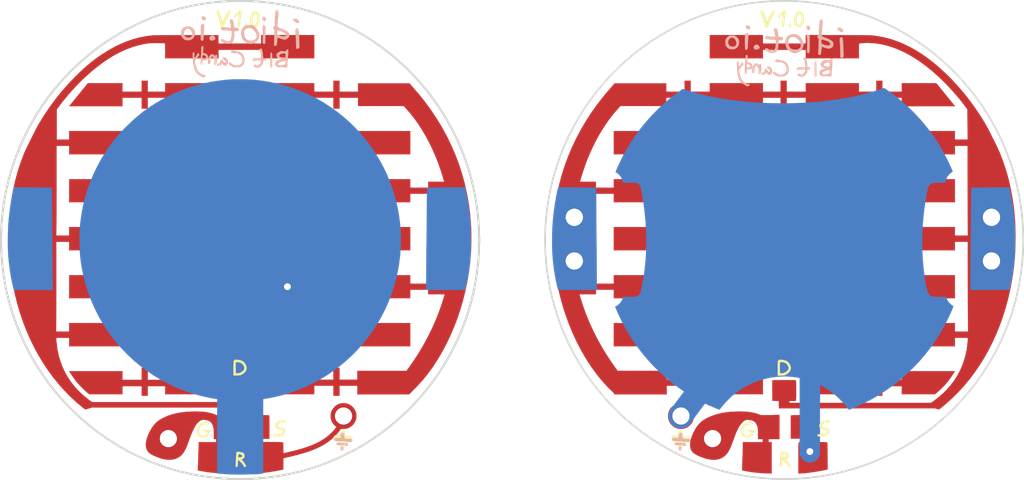
<source format=kicad_pcb>
(kicad_pcb (version 4) (host pcbnew 4.0.7)
  (layers (0 F.Cu signal) (31 B.Cu signal) (34 B.Paste user) (35 F.Paste user) (36 B.SilkS user) (37 F.SilkS user) (38 B.Mask user) (39 F.Mask user) (44 Edge.Cuts user))
  (net 0 "")
  (module LOGO (layer F.Cu) (at 0 0)
    (fp_text reference "G***" hide)
    (fp_text value "LOGO" hide)
    (fp_poly (pts (xy -24.205373 -19.906718) (xy -24.056815 -19.905379) (xy -23.912517 -19.902931) (xy -23.776714 -19.899391) (xy -23.653636 -19.894781) (xy -23.547517 -19.889117) (xy -23.475950 -19.883686) (xy -22.978465 -19.826256) (xy -22.489640 -19.745187) (xy -22.009857 -19.640634) (xy -21.539499 -19.512756) (xy -21.078950 -19.361710) (xy -20.628592 -19.187652) (xy -20.188809 -18.990741) (xy -19.759983 -18.771134) (xy -19.342497 -18.528987) (xy -18.936734 -18.264458) (xy -18.543077 -17.977704) (xy -18.237200 -17.732468) (xy -17.873853 -17.412463) (xy -17.529397 -17.076017) (xy -17.204191 -16.724005) (xy -16.898594 -16.357302) (xy -16.612965 -15.976783) (xy -16.347663 -15.583326) (xy -16.103046 -15.177804) (xy -15.879474 -14.761094) (xy -15.677306 -14.334070) (xy -15.496900 -13.897610) (xy -15.338615 -13.452588) (xy -15.202810 -12.999880) (xy -15.089845 -12.540361) (xy -15.000077 -12.074907) (xy -14.933867 -11.604394) (xy -14.891572 -11.129697) (xy -14.873553 -10.651692) (xy -14.880167 -10.171254) (xy -14.911773 -9.689259) (xy -14.917106 -9.632950) (xy -14.976974 -9.149038) (xy -15.060990 -8.672030) (xy -15.168662 -8.202662) (xy -15.299500 -7.741668) (xy -15.453013 -7.289784) (xy -15.628709 -6.847745) (xy -15.826097 -6.416286) (xy -16.044686 -5.996142) (xy -16.283985 -5.588047) (xy -16.543502 -5.192737) (xy -16.822747 -4.810947) (xy -17.121228 -4.443411) (xy -17.438453 -4.090866) (xy -17.773933 -3.754045) (xy -18.127175 -3.433684) (xy -18.497689 -3.130517) (xy -18.884982 -2.845281) (xy -19.288565 -2.578709) (xy -19.707945 -2.331537) (xy -19.847252 -2.255672) (xy -20.222103 -2.067221) (xy -20.611816 -1.893649) (xy -21.012425 -1.736287) (xy -21.419964 -1.596467) (xy -21.830464 -1.475518) (xy -22.239960 -1.374774) (xy -22.644483 -1.295564) (xy -22.767925 -1.275640) (xy -22.910800 -1.253777) (xy -22.910800 3.085616) (xy -22.939375 3.091554) (xy -22.994820 3.100311) (xy -23.072836 3.108570) (xy -23.170602 3.116253) (xy -23.285291 3.123281) (xy -23.414081 3.129578) (xy -23.554146 3.135066) (xy -23.702664 3.139668) (xy -23.856810 3.143305) (xy -24.013760 3.145900) (xy -24.170690 3.147375) (xy -24.324776 3.147654) (xy -24.473193 3.146658) (xy -24.613118 3.144310) (xy -24.733250 3.140841) (xy -24.790284 3.138458) (xy -24.862475 3.134928) (xy -24.945855 3.130495) (xy -25.036456 3.125400) (xy -25.130310 3.119889) (xy -25.223449 3.114202) (xy -25.311904 3.108585) (xy -25.391707 3.103280) (xy -25.458891 3.098531) (xy -25.509486 3.094580) (xy -25.539526 3.091672) (xy -25.542875 3.091212) (xy -25.590500 3.083867) (xy -25.590500 -1.254917) (xy -25.657175 -1.263648) (xy -25.763773 -1.279516) (xy -25.889464 -1.301421) (xy -26.028970 -1.328244) (xy -26.177013 -1.358869) (xy -26.328313 -1.392177) (xy -26.477593 -1.427052) (xy -26.619575 -1.462376) (xy -26.714450 -1.487495) (xy -27.179134 -1.627158) (xy -27.632979 -1.789386) (xy -28.075354 -1.973521) (xy -28.505626 -2.178908) (xy -28.923164 -2.404891) (xy -29.327336 -2.650813) (xy -29.717509 -2.916019) (xy -30.093051 -3.199852) (xy -30.453331 -3.501655) (xy -30.797716 -3.820774) (xy -31.125574 -4.156551) (xy -31.436273 -4.508331) (xy -31.729181 -4.875457) (xy -32.003666 -5.257274) (xy -32.259096 -5.653125) (xy -32.494839 -6.062354) (xy -32.710262 -6.484305) (xy -32.904734 -6.918321) (xy -33.077623 -7.363747) (xy -33.228296 -7.819927) (xy -33.356121 -8.286204) (xy -33.386636 -8.413750) (xy -33.454965 -8.729541) (xy -33.510663 -9.035160) (xy -33.554385 -9.336480) (xy -33.586780 -9.639371) (xy -33.608502 -9.949708) (xy -33.620202 -10.273361) (xy -33.622789 -10.541000) (xy -33.622235 -10.702061) (xy -33.620646 -10.842886) (xy -33.617748 -10.968627) (xy -33.613269 -11.084437) (xy -33.606934 -11.195468) (xy -33.598470 -11.306873) (xy -33.587602 -11.423804) (xy -33.574057 -11.551414) (xy -33.564769 -11.633200) (xy -33.497149 -12.107851) (xy -33.404787 -12.578461) (xy -33.288182 -13.043834) (xy -33.147833 -13.502776) (xy -32.984237 -13.954090) (xy -32.797895 -14.396583) (xy -32.589303 -14.829057) (xy -32.358962 -15.250318) (xy -32.107368 -15.659170) (xy -31.835021 -16.054418) (xy -31.583469 -16.383935) (xy -31.488873 -16.501038) (xy -31.401747 -16.606155) (xy -31.318100 -16.703712) (xy -31.233945 -16.798135) (xy -31.145289 -16.893850) (xy -31.048144 -16.995283) (xy -30.938521 -17.106860) (xy -30.868211 -17.177405) (xy -30.537478 -17.493642) (xy -30.200595 -17.786952) (xy -29.854671 -18.059406) (xy -29.496815 -18.313075) (xy -29.124135 -18.550029) (xy -28.733739 -18.772340) (xy -28.403550 -18.942603) (xy -27.998516 -19.131734) (xy -27.593312 -19.299019) (xy -27.185268 -19.445194) (xy -26.771711 -19.570989) (xy -26.349971 -19.677139) (xy -25.917376 -19.764375) (xy -25.471256 -19.833432) (xy -25.008938 -19.885041) (xy -24.949150 -19.890365) (xy -24.863920 -19.896089) (xy -24.757552 -19.900588) (xy -24.634281 -19.903881) (xy -24.498338 -19.905988) (xy -24.353958 -19.906927) (xy -24.205373 -19.906718)) (layer B.Cu) (width 0.010000))
    (fp_poly (pts (xy 13.321822 -19.393232) (xy 13.351072 -19.378682) (xy 13.393482 -19.352837) (xy 13.452522 -19.313939) (xy 13.460365 -19.308665) (xy 13.789808 -19.075434) (xy 14.119097 -18.820219) (xy 14.444727 -18.546212) (xy 14.763193 -18.256606) (xy 15.070992 -17.954594) (xy 15.364619 -17.643370) (xy 15.640569 -17.326125) (xy 15.653891 -17.310100) (xy 15.963137 -16.919791) (xy 16.249777 -16.521290) (xy 16.515924 -16.111351) (xy 16.763689 -15.686730) (xy 16.984653 -15.265400) (xy 17.024048 -15.185201) (xy 17.065659 -15.098658) (xy 17.108153 -15.008730) (xy 17.150192 -14.918376) (xy 17.190443 -14.830553) (xy 17.227569 -14.748221) (xy 17.260236 -14.674337) (xy 17.287108 -14.611861) (xy 17.306849 -14.563749) (xy 17.318124 -14.532962) (xy 17.319969 -14.522536) (xy 17.308266 -14.514870) (xy 17.281112 -14.497488) (xy 17.246600 -14.475558) (xy 17.172734 -14.419350) (xy 17.099550 -14.347127) (xy 17.034460 -14.267129) (xy 16.984874 -14.187594) (xy 16.981446 -14.180781) (xy 16.957418 -14.123422) (xy 16.934878 -14.055170) (xy 16.918524 -13.990331) (xy 16.917946 -13.987400) (xy 16.897350 -13.881184) (xy 16.598900 -13.881069) (xy 16.481167 -13.880496) (xy 16.385200 -13.878588) (xy 16.307381 -13.874905) (xy 16.244090 -13.869012) (xy 16.191709 -13.860469) (xy 16.146620 -13.848840) (xy 16.105203 -13.833687) (xy 16.068633 -13.816947) (xy 15.990634 -13.766209) (xy 15.929026 -13.697988) (xy 15.881930 -13.610106) (xy 15.875019 -13.592488) (xy 15.863121 -13.552788) (xy 15.848390 -13.490691) (xy 15.831325 -13.408982) (xy 15.812425 -13.310445) (xy 15.792188 -13.197865) (xy 15.771110 -13.074025) (xy 15.749692 -12.941710) (xy 15.728430 -12.803706) (xy 15.707823 -12.662794) (xy 15.704502 -12.639329) (xy 15.677276 -12.440205) (xy 15.653438 -12.252484) (xy 15.632295 -12.069610) (xy 15.613149 -11.885024) (xy 15.595307 -11.692167) (xy 15.578073 -11.484481) (xy 15.567542 -11.347450) (xy 15.563543 -11.278391) (xy 15.560094 -11.187511) (xy 15.557196 -11.078051) (xy 15.554847 -10.953256) (xy 15.553048 -10.816368) (xy 15.551799 -10.670631) (xy 15.551100 -10.519287) (xy 15.550950 -10.365579) (xy 15.551351 -10.212751) (xy 15.552300 -10.064045) (xy 15.553799 -9.922704) (xy 15.555848 -9.791973) (xy 15.558445 -9.675092) (xy 15.561592 -9.575306) (xy 15.565288 -9.495857) (xy 15.567594 -9.461500) (xy 15.587074 -9.224973) (xy 15.606961 -9.008384) (xy 15.627891 -8.806273) (xy 15.650498 -8.613180) (xy 15.675415 -8.423644) (xy 15.703278 -8.232205) (xy 15.730425 -8.059750) (xy 15.757582 -7.902291) (xy 15.784475 -7.767877) (xy 15.811914 -7.654174) (xy 15.840705 -7.558850) (xy 15.871656 -7.479571) (xy 15.905577 -7.414005) (xy 15.943274 -7.359819) (xy 15.985555 -7.314679) (xy 15.989780 -7.310830) (xy 16.019320 -7.285308) (xy 16.047367 -7.264681) (xy 16.076965 -7.248430) (xy 16.111162 -7.236037) (xy 16.153002 -7.226981) (xy 16.205532 -7.220745) (xy 16.271798 -7.216808) (xy 16.354845 -7.214652) (xy 16.457718 -7.213757) (xy 16.560224 -7.213600) (xy 16.936038 -7.213600) (xy 16.966281 -7.124766) (xy 17.012374 -7.020813) (xy 17.076596 -6.921009) (xy 17.154204 -6.831081) (xy 17.240455 -6.756756) (xy 17.304267 -6.716638) (xy 17.336779 -6.696661) (xy 17.357261 -6.678826) (xy 17.360900 -6.671633) (xy 17.355805 -6.652126) (xy 17.341438 -6.612759) (xy 17.319171 -6.556733) (xy 17.290378 -6.487251) (xy 17.256430 -6.407514) (xy 17.218702 -6.320723) (xy 17.178566 -6.230080) (xy 17.137395 -6.138787) (xy 17.096563 -6.050044) (xy 17.070454 -5.994400) (xy 16.841067 -5.539426) (xy 16.589616 -5.096400) (xy 16.316863 -4.666130) (xy 16.023568 -4.249422) (xy 15.710492 -3.847080) (xy 15.378398 -3.459912) (xy 15.028045 -3.088724) (xy 14.660196 -2.734320) (xy 14.275612 -2.397508) (xy 13.875053 -2.079093) (xy 13.459281 -1.779881) (xy 13.029058 -1.500678) (xy 12.585143 -1.242290) (xy 12.579350 -1.239107) (xy 12.452691 -1.171398) (xy 12.311482 -1.099103) (xy 12.160398 -1.024404) (xy 12.004112 -0.949481) (xy 11.847300 -0.876513) (xy 11.694634 -0.807681) (xy 11.550790 -0.745166) (xy 11.420442 -0.691146) (xy 11.324616 -0.653863) (xy 11.263683 -0.631085) (xy 11.242381 -0.661618) (xy 11.189492 -0.733054) (xy 11.122132 -0.817243) (xy 11.044331 -0.909539) (xy 10.960120 -1.005291) (xy 10.873528 -1.099852) (xy 10.788587 -1.188572) (xy 10.763892 -1.213493) (xy 10.563615 -1.403635) (xy 10.362106 -1.573998) (xy 10.153132 -1.729704) (xy 10.052050 -1.798298) (xy 9.988868 -1.839104) (xy 9.920006 -1.882150) (xy 9.849103 -1.925316) (xy 9.779800 -1.966481) (xy 9.715735 -2.003524) (xy 9.660548 -2.034323) (xy 9.617880 -2.056758) (xy 9.591370 -2.068708) (xy 9.585617 -2.070100) (xy 9.584522 -2.057626) (xy 9.583461 -2.021105) (xy 9.582441 -1.961892) (xy 9.581469 -1.881339) (xy 9.580551 -1.780800) (xy 9.579694 -1.661629) (xy 9.578904 -1.525180) (xy 9.578189 -1.372806) (xy 9.577554 -1.205860) (xy 9.577006 -1.025697) (xy 9.576552 -0.833669) (xy 9.576199 -0.631131) (xy 9.575953 -0.419436) (xy 9.575821 -0.199937) (xy 9.575800 -0.066169) (xy 9.575809 0.202419) (xy 9.575812 0.446817) (xy 9.575775 0.668235) (xy 9.575661 0.867884) (xy 9.575435 1.046975) (xy 9.575062 1.206716) (xy 9.574505 1.348320) (xy 9.573730 1.472995) (xy 9.572701 1.581952) (xy 9.571382 1.676402) (xy 9.569738 1.757554) (xy 9.567733 1.826620) (xy 9.565333 1.884808) (xy 9.562500 1.933330) (xy 9.559201 1.973396) (xy 9.555398 2.006216) (xy 9.551058 2.033000) (xy 9.546144 2.054959) (xy 9.540620 2.073303) (xy 9.534452 2.089241) (xy 9.527603 2.103985) (xy 9.520039 2.118745) (xy 9.511723 2.134731) (xy 9.511182 2.135791) (xy 9.478363 2.186980) (xy 9.431358 2.243899) (xy 9.377412 2.298649) (xy 9.323771 2.343329) (xy 9.315450 2.349187) (xy 9.228039 2.395748) (xy 9.126907 2.428192) (xy 9.020484 2.444838) (xy 8.917198 2.444003) (xy 8.873636 2.437404) (xy 8.757573 2.401309) (xy 8.654512 2.343945) (xy 8.565943 2.266687) (xy 8.493356 2.170909) (xy 8.438243 2.057984) (xy 8.426854 2.025661) (xy 8.394700 1.927157) (xy 8.394700 -2.486562) (xy 8.283575 -2.506829) (xy 7.958657 -2.553298) (xy 7.631267 -2.575103) (xy 7.302950 -2.572659) (xy 6.975249 -2.546383) (xy 6.649709 -2.496690) (xy 6.327873 -2.423997) (xy 6.011286 -2.328718) (xy 5.701491 -2.211272) (xy 5.400034 -2.072072) (xy 5.108458 -1.911536) (xy 4.828307 -1.730079) (xy 4.561126 -1.528117) (xy 4.517804 -1.492358) (xy 4.422306 -1.408777) (xy 4.317919 -1.310897) (xy 4.209574 -1.203811) (xy 4.102201 -1.092607) (xy 4.000728 -0.982376) (xy 3.910085 -0.878208) (xy 3.843788 -0.796368) (xy 3.801260 -0.741896) (xy 3.764204 -0.695276) (xy 3.735355 -0.659883) (xy 3.717448 -0.639090) (xy 3.712973 -0.635000) (xy 3.697034 -0.639821) (xy 3.661401 -0.653280) (xy 3.609671 -0.673875) (xy 3.545439 -0.700105) (xy 3.472299 -0.730467) (xy 3.393847 -0.763459) (xy 3.313678 -0.797578) (xy 3.235387 -0.831322) (xy 3.162569 -0.863190) (xy 3.099920 -0.891179) (xy 3.030504 -0.922212) (xy 2.968928 -0.948961) (xy 2.918941 -0.969860) (xy 2.884290 -0.983345) (xy 2.868725 -0.987850) (xy 2.868475 -0.987799) (xy 2.857529 -0.976570) (xy 2.833491 -0.947088) (xy 2.798102 -0.901721) (xy 2.753104 -0.842834) (xy 2.700237 -0.772795) (xy 2.641244 -0.693969) (xy 2.577864 -0.608723) (xy 2.511840 -0.519423) (xy 2.444913 -0.428437) (xy 2.378823 -0.338130) (xy 2.315313 -0.250869) (xy 2.256123 -0.169021) (xy 2.202994 -0.094952) (xy 2.157668 -0.031029) (xy 2.121886 0.020383) (xy 2.097389 0.056916) (xy 2.086495 0.074988) (xy 2.059417 0.119111) (xy 2.019613 0.171501) (xy 1.973563 0.223799) (xy 1.961752 0.235961) (xy 1.861463 0.320559) (xy 1.752936 0.382894) (xy 1.638737 0.423691) (xy 1.521432 0.443676) (xy 1.403587 0.443573) (xy 1.287768 0.424108) (xy 1.176542 0.386005) (xy 1.072475 0.329990) (xy 0.978132 0.256787) (xy 0.896080 0.167122) (xy 0.828885 0.061719) (xy 0.779114 -0.058696) (xy 0.766951 -0.101600) (xy 0.753608 -0.186164) (xy 0.751276 -0.282460) (xy 0.759407 -0.380154) (xy 0.777456 -0.468911) (xy 0.788091 -0.501650) (xy 0.836955 -0.606077) (xy 0.902182 -0.706885) (xy 0.941352 -0.755206) (xy 0.957955 -0.775585) (xy 0.987886 -0.813983) (xy 1.029339 -0.868023) (xy 1.080509 -0.935324) (xy 1.139590 -1.013508) (xy 1.204777 -1.100194) (xy 1.274264 -1.193003) (xy 1.315850 -1.248734) (xy 1.647451 -1.693676) (xy 1.455550 -1.826694) (xy 1.036904 -2.132244) (xy 0.634774 -2.456864) (xy 0.249719 -2.799861) (xy -0.117699 -3.160542) (xy -0.466921 -3.538214) (xy -0.797387 -3.932185) (xy -1.108536 -4.341761) (xy -1.399809 -4.766250) (xy -1.670645 -5.204958) (xy -1.920484 -5.657192) (xy -2.148766 -6.122260) (xy -2.305822 -6.479854) (xy -2.373311 -6.641458) (xy -2.294731 -6.683054) (xy -2.206693 -6.740927) (xy -2.121971 -6.817406) (xy -2.046889 -6.905879) (xy -1.987772 -6.999731) (xy -1.983087 -7.008946) (xy -1.958362 -7.062288) (xy -1.937816 -7.113234) (xy -1.924711 -7.153436) (xy -1.922302 -7.164521) (xy -1.914454 -7.213600) (xy -1.531902 -7.213720) (xy -1.149350 -7.213839) (xy -1.084391 -7.251097) (xy -1.019322 -7.297623) (xy -0.960935 -7.356322) (xy -0.915972 -7.419723) (xy -0.897921 -7.457771) (xy -0.884624 -7.500754) (xy -0.868161 -7.565571) (xy -0.849161 -7.648943) (xy -0.828250 -7.747588) (xy -0.806056 -7.858226) (xy -0.783208 -7.977577) (xy -0.760333 -8.102361) (xy -0.738059 -8.229297) (xy -0.717013 -8.355104) (xy -0.697823 -8.476502) (xy -0.681118 -8.590211) (xy -0.680862 -8.592042) (xy -0.617225 -9.125138) (xy -0.575190 -9.662069) (xy -0.554755 -10.204483) (xy -0.555917 -10.754028) (xy -0.578672 -11.312350) (xy -0.623017 -11.881096) (xy -0.673999 -12.344400) (xy -0.690348 -12.471025) (xy -0.708718 -12.603856) (xy -0.728635 -12.740138) (xy -0.749625 -12.877116) (xy -0.771213 -13.012034) (xy -0.792927 -13.142138) (xy -0.814293 -13.264673) (xy -0.834835 -13.376882) (xy -0.854082 -13.476012) (xy -0.871558 -13.559308) (xy -0.886790 -13.624013) (xy -0.899304 -13.667373) (xy -0.903345 -13.677900) (xy -0.950024 -13.754410) (xy -1.015672 -13.814083) (xy -1.071649 -13.845331) (xy -1.090807 -13.853598) (xy -1.109786 -13.860192) (xy -1.131673 -13.865338) (xy -1.159556 -13.869261) (xy -1.196520 -13.872185) (xy -1.245653 -13.874334) (xy -1.310041 -13.875933) (xy -1.392773 -13.877207) (xy -1.496935 -13.878379) (xy -1.531083 -13.878726) (xy -1.925516 -13.882702) (xy -1.939255 -13.962912) (xy -1.972441 -14.083472) (xy -2.028460 -14.198215) (xy -2.104849 -14.303621) (xy -2.199146 -14.396167) (xy -2.286000 -14.458690) (xy -2.318534 -14.478948) (xy -2.340636 -14.492878) (xy -2.346225 -14.496542) (xy -2.343486 -14.509412) (xy -2.331507 -14.542344) (xy -2.311566 -14.592281) (xy -2.284944 -14.656167) (xy -2.252920 -14.730944) (xy -2.216773 -14.813557) (xy -2.177783 -14.900947) (xy -2.166252 -14.926471) (xy -1.948412 -15.377087) (xy -1.707762 -15.818350) (xy -1.445360 -16.248994) (xy -1.162263 -16.667752) (xy -0.859529 -17.073358) (xy -0.538215 -17.464546) (xy -0.199378 -17.840050) (xy 0.155924 -18.198604) (xy 0.526634 -18.538941) (xy 0.911695 -18.859796) (xy 1.310049 -19.159901) (xy 1.452243 -19.259681) (xy 1.577336 -19.345819) (xy 1.858643 -19.255460) (xy 2.160539 -19.162261) (xy 2.458939 -19.078042) (xy 2.760163 -19.001239) (xy 3.070530 -18.930289) (xy 3.396360 -18.863629) (xy 3.588549 -18.827477) (xy 4.103841 -18.741293) (xy 4.630950 -18.668583) (xy 5.167765 -18.609269) (xy 5.712170 -18.563275) (xy 6.262052 -18.530521) (xy 6.815296 -18.510930) (xy 7.369790 -18.504425) (xy 7.923419 -18.510928) (xy 8.474070 -18.530361) (xy 9.019628 -18.562646) (xy 9.557979 -18.607707) (xy 10.087010 -18.665464) (xy 10.604607 -18.735840) (xy 11.108657 -18.818758) (xy 11.597044 -18.914140) (xy 12.067655 -19.021907) (xy 12.518377 -19.141984) (xy 12.573000 -19.157792) (xy 12.649494 -19.180651) (xy 12.734976 -19.207067) (xy 12.825682 -19.235792) (xy 12.917850 -19.265577) (xy 13.007718 -19.295172) (xy 13.091523 -19.323329) (xy 13.165502 -19.348797) (xy 13.225892 -19.370329) (xy 13.268931 -19.386674) (xy 13.288915 -19.395477) (xy 13.302259 -19.398245) (xy 13.321822 -19.393232)) (layer B.Cu) (width 0.010000))
    (fp_poly (pts (xy -36.347874 -13.598862) (xy -36.182746 -13.598265) (xy -36.024975 -13.597557) (xy -35.876397 -13.596752) (xy -35.738848 -13.595868) (xy -35.614166 -13.594921) (xy -35.504188 -13.593927) (xy -35.410750 -13.592903) (xy -35.335689 -13.591865) (xy -35.280842 -13.590829) (xy -35.248047 -13.589812) (xy -35.238894 -13.589000) (xy -35.238262 -13.575886) (xy -35.237462 -13.538517) (xy -35.236506 -13.478041) (xy -35.235405 -13.395604) (xy -35.234169 -13.292350) (xy -35.232810 -13.169426) (xy -35.231337 -13.027978) (xy -35.229763 -12.869151) (xy -35.228097 -12.694091) (xy -35.226351 -12.503945) (xy -35.224535 -12.299858) (xy -35.222661 -12.082976) (xy -35.220739 -11.854445) (xy -35.218780 -11.615410) (xy -35.216795 -11.367017) (xy -35.214794 -11.110413) (xy -35.212789 -10.846743) (xy -35.212212 -10.769600) (xy -35.210206 -10.501683) (xy -35.208222 -10.239181) (xy -35.206271 -9.983330) (xy -35.204362 -9.735365) (xy -35.202505 -9.496522) (xy -35.200712 -9.268036) (xy -35.198991 -9.051142) (xy -35.197352 -8.847076) (xy -35.195807 -8.657072) (xy -35.194364 -8.482367) (xy -35.193035 -8.324194) (xy -35.191828 -8.183791) (xy -35.190755 -8.062391) (xy -35.189824 -7.961231) (xy -35.189047 -7.881545) (xy -35.188433 -7.824569) (xy -35.187992 -7.791538) (xy -35.187933 -7.788275) (xy -35.184622 -7.620000) (xy -37.451321 -7.620000) (xy -37.464119 -7.667625) (xy -37.521230 -7.896204) (xy -37.575281 -8.144136) (xy -37.625215 -8.405454) (xy -37.669978 -8.674190) (xy -37.708512 -8.944376) (xy -37.739761 -9.210046) (xy -37.743400 -9.245600) (xy -37.757259 -9.387113) (xy -37.768776 -9.514021) (xy -37.778150 -9.630802) (xy -37.785581 -9.741936) (xy -37.791269 -9.851902) (xy -37.795414 -9.965178) (xy -37.798214 -10.086243) (xy -37.799869 -10.219577) (xy -37.800580 -10.369657) (xy -37.800568 -10.528300) (xy -37.799132 -10.763961) (xy -37.795422 -10.979571) (xy -37.789098 -11.180404) (xy -37.779821 -11.371737) (xy -37.767253 -11.558845) (xy -37.751055 -11.747001) (xy -37.730888 -11.941483) (xy -37.706412 -12.147565) (xy -37.686746 -12.299950) (xy -37.669476 -12.424090) (xy -37.649339 -12.558507) (xy -37.627017 -12.699350) (xy -37.603197 -12.842767) (xy -37.578563 -12.984905) (xy -37.553798 -13.121911) (xy -37.529589 -13.249933) (xy -37.506620 -13.365120) (xy -37.485575 -13.463617) (xy -37.467139 -13.541574) (xy -37.463811 -13.554412) (xy -37.451140 -13.602374) (xy -36.347874 -13.598862)) (layer B.Cu) (width 0.010000))
    (fp_poly (pts (xy -11.083216 -13.376610) (xy -11.015578 -13.035462) (xy -10.957105 -12.698833) (xy -10.906864 -12.360159) (xy -10.863920 -12.012875) (xy -10.827341 -11.650417) (xy -10.811685 -11.468100) (xy -10.806147 -11.384052) (xy -10.801324 -11.279088) (xy -10.797229 -11.156695) (xy -10.793874 -11.020364) (xy -10.791272 -10.873582) (xy -10.789435 -10.719840) (xy -10.788375 -10.562625) (xy -10.788105 -10.405426) (xy -10.788637 -10.251734) (xy -10.789983 -10.105036) (xy -10.792157 -9.968821) (xy -10.795170 -9.846578) (xy -10.799034 -9.741796) (xy -10.803763 -9.657964) (xy -10.805195 -9.639300) (xy -10.832282 -9.339820) (xy -10.862656 -9.060518) (xy -10.897082 -8.796297) (xy -10.936324 -8.542063) (xy -10.981147 -8.292718) (xy -11.032317 -8.043166) (xy -11.069634 -7.877175) (xy -11.129344 -7.620000) (xy -13.398500 -7.620000) (xy -13.397964 -7.896225) (xy -13.397682 -7.990728) (xy -13.397173 -8.104244) (xy -13.396450 -8.235404) (xy -13.395528 -8.382839) (xy -13.394419 -8.545180) (xy -13.393138 -8.721058) (xy -13.391696 -8.909103) (xy -13.390109 -9.107947) (xy -13.388389 -9.316220) (xy -13.386550 -9.532552) (xy -13.384605 -9.755575) (xy -13.382568 -9.983920) (xy -13.380453 -10.216217) (xy -13.378272 -10.451096) (xy -13.376039 -10.687190) (xy -13.373768 -10.923128) (xy -13.371472 -11.157541) (xy -13.369164 -11.389061) (xy -13.366859 -11.616317) (xy -13.364569 -11.837942) (xy -13.362307 -12.052564) (xy -13.360089 -12.258816) (xy -13.357926 -12.455328) (xy -13.355833 -12.640731) (xy -13.353822 -12.813655) (xy -13.351908 -12.972732) (xy -13.350103 -13.116592) (xy -13.348421 -13.243866) (xy -13.346876 -13.353185) (xy -13.345482 -13.443180) (xy -13.344251 -13.512480) (xy -13.343196 -13.559718) (xy -13.342333 -13.583524) (xy -13.342019 -13.586220) (xy -13.328234 -13.587627) (xy -13.290894 -13.589048) (xy -13.231848 -13.590461) (xy -13.152940 -13.591845) (xy -13.056017 -13.593179) (xy -12.942925 -13.594442) (xy -12.815511 -13.595613) (xy -12.675620 -13.596672) (xy -12.525099 -13.597596) (xy -12.365795 -13.598366) (xy -12.231745 -13.598860) (xy -11.130597 -13.602370) (xy -11.083216 -13.376610)) (layer B.Cu) (width 0.010000))
    (fp_poly (pts (xy -4.597874 -13.598862) (xy -4.432747 -13.598265) (xy -4.274976 -13.597557) (xy -4.126399 -13.596752) (xy -3.988852 -13.595868) (xy -3.864171 -13.594921) (xy -3.754195 -13.593927) (xy -3.660758 -13.592903) (xy -3.585700 -13.591865) (xy -3.530855 -13.590829) (xy -3.498062 -13.589812) (xy -3.488911 -13.589000) (xy -3.488281 -13.575887) (xy -3.487484 -13.538517) (xy -3.486530 -13.478034) (xy -3.485431 -13.395581) (xy -3.484197 -13.292303) (xy -3.482838 -13.169341) (xy -3.481366 -13.027839) (xy -3.479792 -12.868940) (xy -3.478126 -12.693789) (xy -3.476379 -12.503527) (xy -3.474562 -12.299298) (xy -3.472686 -12.082246) (xy -3.470761 -11.853513) (xy -3.468799 -11.614243) (xy -3.466809 -11.365579) (xy -3.464804 -11.108665) (xy -3.462793 -10.844643) (xy -3.462136 -10.756900) (xy -3.460127 -10.488576) (xy -3.458145 -10.225775) (xy -3.456198 -9.969722) (xy -3.454298 -9.721642) (xy -3.452454 -9.482762) (xy -3.450676 -9.254304) (xy -3.448973 -9.037495) (xy -3.447356 -8.833560) (xy -3.445834 -8.643723) (xy -3.444417 -8.469209) (xy -3.443116 -8.311244) (xy -3.441939 -8.171052) (xy -3.440896 -8.049859) (xy -3.439999 -7.948889) (xy -3.439255 -7.869368) (xy -3.438676 -7.812520) (xy -3.438271 -7.779571) (xy -3.438204 -7.775572) (xy -3.435350 -7.619994) (xy -4.568336 -7.619997) (xy -5.701321 -7.620000) (xy -5.714119 -7.667625) (xy -5.772098 -7.899837) (xy -5.826814 -8.151458) (xy -5.877224 -8.416595) (xy -5.922289 -8.689355) (xy -5.960966 -8.963843) (xy -5.992214 -9.234168) (xy -5.994013 -9.251950) (xy -6.008215 -9.398122) (xy -6.019827 -9.529117) (xy -6.029192 -9.650917) (xy -6.036652 -9.769505) (xy -6.042550 -9.890863) (xy -6.047228 -10.020972) (xy -6.051029 -10.165815) (xy -6.053613 -10.293350) (xy -6.051518 -10.863010) (xy -6.024427 -11.436487) (xy -5.972381 -12.013332) (xy -5.895424 -12.593094) (xy -5.793597 -13.175326) (xy -5.770553 -13.290550) (xy -5.755153 -13.365186) (xy -5.740539 -13.434541) (xy -5.727846 -13.493337) (xy -5.718209 -13.536296) (xy -5.713811 -13.554412) (xy -5.701140 -13.602374) (xy -4.597874 -13.598862)) (layer B.Cu) (width 0.010000))
    (fp_poly (pts (xy 20.666784 -13.376610) (xy 20.733959 -13.037960) (xy 20.792089 -12.703844) (xy 20.842102 -12.367744) (xy 20.884925 -12.023144) (xy 20.921485 -11.663524) (xy 20.938356 -11.468100) (xy 20.944975 -11.368659) (xy 20.950534 -11.248260) (xy 20.955031 -11.110621) (xy 20.958466 -10.959462) (xy 20.960840 -10.798499) (xy 20.962153 -10.631451) (xy 20.962404 -10.462037) (xy 20.961593 -10.293974) (xy 20.959720 -10.130981) (xy 20.956785 -9.976776) (xy 20.952788 -9.835077) (xy 20.947728 -9.709603) (xy 20.941606 -9.604071) (xy 20.938421 -9.563100) (xy 20.895475 -9.134306) (xy 20.842431 -8.728608) (xy 20.779252 -8.345782) (xy 20.705904 -7.985603) (xy 20.659808 -7.791450) (xy 20.618450 -7.626350) (xy 18.351500 -7.619864) (xy 18.352060 -7.908857) (xy 18.352343 -8.004198) (xy 18.352854 -8.118489) (xy 18.353578 -8.250360) (xy 18.354502 -8.398440) (xy 18.355613 -8.561359) (xy 18.356897 -8.737747) (xy 18.358341 -8.926233) (xy 18.359931 -9.125447) (xy 18.361653 -9.334019) (xy 18.363495 -9.550579) (xy 18.365442 -9.773755) (xy 18.367481 -10.002179) (xy 18.369599 -10.234479) (xy 18.371782 -10.469285) (xy 18.374017 -10.705227) (xy 18.376290 -10.940935) (xy 18.378588 -11.175038) (xy 18.380897 -11.406166) (xy 18.383203 -11.632949) (xy 18.385494 -11.854016) (xy 18.387756 -12.067997) (xy 18.389975 -12.273522) (xy 18.392137 -12.469220) (xy 18.394230 -12.653722) (xy 18.396239 -12.825656) (xy 18.398152 -12.983653) (xy 18.399954 -13.126342) (xy 18.401633 -13.252353) (xy 18.403175 -13.360316) (xy 18.404565 -13.448860) (xy 18.405792 -13.516615) (xy 18.406841 -13.562211) (xy 18.407699 -13.584277) (xy 18.407961 -13.586200) (xy 18.421749 -13.587610) (xy 18.459092 -13.589034) (xy 18.518141 -13.590449) (xy 18.597052 -13.591836) (xy 18.693977 -13.593172) (xy 18.807071 -13.594437) (xy 18.934488 -13.595610) (xy 19.074380 -13.596670) (xy 19.224903 -13.597595) (xy 19.384208 -13.598365) (xy 19.518255 -13.598860) (xy 20.619403 -13.602370) (xy 20.666784 -13.376610)) (layer B.Cu) (width 0.010000))
  )
  (module LOGO (layer F.Cu) (at 0 0)
    (fp_text reference "G***" hide)
    (fp_text value "LOGO" hide)
  )
  (module LOGO (layer F.Cu) (at 0 0)
    (fp_text reference "G***" hide)
    (fp_text value "LOGO" hide)
  )
  (module LOGO (layer F.Cu) (at 0 0)
    (fp_text reference "G***" hide)
    (fp_text value "LOGO" hide)
    (fp_poly (pts (xy -26.504250 -0.518632) (xy -26.274707 -0.495449) (xy -26.067051 -0.460413) (xy -25.881075 -0.413495) (xy -25.716572 -0.354667) (xy -25.715350 -0.354152) (xy -25.622250 -0.314841) (xy -25.292050 -0.316286) (xy -25.187600 -0.317045) (xy -25.077552 -0.318373) (xy -24.968820 -0.320149) (xy -24.868316 -0.322254) (xy -24.782953 -0.324567) (xy -24.749125 -0.325726) (xy -24.536400 -0.333721) (xy -24.536400 1.079500) (xy -25.298400 1.079500) (xy -25.298400 1.257300) (xy -24.993600 1.257300) (xy -24.993600 3.086100) (xy -25.161875 3.083750) (xy -25.232202 3.082532) (xy -25.300284 3.080936) (xy -25.358477 3.079169) (xy -25.399141 3.077433) (xy -25.400000 3.077384) (xy -25.490395 3.071428) (xy -25.597004 3.063184) (xy -25.713022 3.053281) (xy -25.831644 3.042350) (xy -25.946063 3.031019) (xy -26.049475 3.019918) (xy -26.135074 3.009678) (xy -26.142950 3.008652) (xy -26.198637 3.000720) (xy -26.265830 2.990200) (xy -26.340348 2.977854) (xy -26.418008 2.964438) (xy -26.494629 2.950714) (xy -26.566028 2.937440) (xy -26.628023 2.925375) (xy -26.676432 2.915278) (xy -26.707073 2.907910) (xy -26.715870 2.904639) (xy -26.715934 2.891817) (xy -26.715201 2.855881) (xy -26.713740 2.799102) (xy -26.711615 2.723752) (xy -26.708895 2.632102) (xy -26.705647 2.526424) (xy -26.701937 2.408988) (xy -26.697833 2.282067) (xy -26.694616 2.184400) (xy -26.690145 2.048074) (xy -26.685934 1.916470) (xy -26.682061 1.792308) (xy -26.678608 1.678309) (xy -26.675655 1.577196) (xy -26.673281 1.491689) (xy -26.671568 1.424510) (xy -26.670594 1.378380) (xy -26.670399 1.362075) (xy -26.670000 1.257300) (xy -25.654000 1.257300) (xy -25.654000 1.079500) (xy -25.725227 1.079500) (xy -25.765484 1.078923) (xy -25.785810 1.075337) (xy -25.791674 1.065953) (xy -25.788544 1.047984) (xy -25.788376 1.047314) (xy -25.784085 1.015236) (xy -25.781326 0.963009) (xy -25.780011 0.895831) (xy -25.780048 0.818901) (xy -25.781350 0.737419) (xy -25.783825 0.656583) (xy -25.787383 0.581592) (xy -25.791937 0.517644) (xy -25.797394 0.469940) (xy -25.798453 0.463550) (xy -25.828545 0.334322) (xy -25.869987 0.226926) (xy -25.924409 0.139726) (xy -25.993441 0.071088) (xy -26.078710 0.019375) (xy -26.181847 -0.017046) (xy -26.299403 -0.039171) (xy -26.359513 -0.045826) (xy -26.403628 -0.047380) (xy -26.440693 -0.043560) (xy -26.479649 -0.034098) (xy -26.481110 -0.033675) (xy -26.563453 -0.000352) (xy -26.643185 0.051448) (xy -26.720898 0.122596) (xy -26.797188 0.213965) (xy -26.872647 0.326426) (xy -26.947870 0.460850) (xy -27.023451 0.618110) (xy -27.099983 0.799077) (xy -27.165992 0.971550) (xy -27.197637 1.057710) (xy -27.232027 1.151424) (xy -27.265861 1.243690) (xy -27.295838 1.325507) (xy -27.308061 1.358900) (xy -27.371463 1.522174) (xy -27.434422 1.662847) (xy -27.498683 1.783622) (xy -27.565990 1.887203) (xy -27.638089 1.976294) (xy -27.716724 2.053600) (xy -27.797528 2.117486) (xy -27.916530 2.189278) (xy -28.045193 2.240724) (xy -28.186111 2.272576) (xy -28.341878 2.285590) (xy -28.377317 2.286000) (xy -28.519622 2.279697) (xy -28.662797 2.260116) (xy -28.811282 2.226245) (xy -28.969518 2.177074) (xy -29.140150 2.112324) (xy -29.278049 2.052962) (xy -29.393194 1.995963) (xy -29.487843 1.939252) (xy -29.564252 1.880752) (xy -29.624676 1.818387) (xy -29.671372 1.750080) (xy -29.706596 1.673756) (xy -29.732605 1.587338) (xy -29.738383 1.561799) (xy -29.752779 1.439775) (xy -29.747546 1.304527) (xy -29.723333 1.158135) (xy -29.680786 1.002675) (xy -29.620550 0.840227) (xy -29.543273 0.672867) (xy -29.449600 0.502676) (xy -29.369049 0.374533) (xy -29.269421 0.240777) (xy -29.156579 0.121541) (xy -29.027472 0.014246) (xy -28.879052 -0.083683) (xy -28.733750 -0.162322) (xy -28.498233 -0.266811) (xy -28.247054 -0.353726) (xy -27.979562 -0.423207) (xy -27.695105 -0.475394) (xy -27.393033 -0.510428) (xy -27.072694 -0.528448) (xy -27.029823 -0.529545) (xy -26.755886 -0.529988) (xy -26.504250 -0.518632)) (layer F.Cu) (width 0.010000))
    (fp_poly (pts (xy -18.081255 -1.004920) (xy -17.953470 -0.971329) (xy -17.835866 -0.914702) (xy -17.727176 -0.834515) (xy -17.684577 -0.794388) (xy -17.596637 -0.689124) (xy -17.530901 -0.574273) (xy -17.487354 -0.452559) (xy -17.465984 -0.326704) (xy -17.466776 -0.199433) (xy -17.489716 -0.073468) (xy -17.534791 0.048467) (xy -17.601987 0.163648) (xy -17.689948 0.268011) (xy -17.790482 0.354915) (xy -17.897002 0.418958) (xy -18.012649 0.461384) (xy -18.140560 0.483437) (xy -18.243550 0.487386) (xy -18.370550 0.486212) (xy -18.439199 0.579592) (xy -18.515717 0.677553) (xy -18.604619 0.781336) (xy -18.699018 0.883402) (xy -18.792027 0.976212) (xy -18.850400 1.029694) (xy -18.992085 1.147828) (xy -19.139241 1.258106) (xy -19.293638 1.361286) (xy -19.457049 1.458128) (xy -19.631244 1.549393) (xy -19.817996 1.635840) (xy -20.019075 1.718229) (xy -20.236254 1.797319) (xy -20.471303 1.873871) (xy -20.725994 1.948643) (xy -21.002100 2.022397) (xy -21.301390 2.095891) (xy -21.378465 2.113947) (xy -21.723350 2.194036) (xy -21.726732 2.523715) (xy -21.730114 2.853393) (xy -21.853732 2.880588) (xy -21.979047 2.906656) (xy -22.117249 2.932760) (xy -22.264652 2.958396) (xy -22.417573 2.983058) (xy -22.572326 3.006240) (xy -22.725227 3.027437) (xy -22.872591 3.046143) (xy -23.010734 3.061852) (xy -23.135970 3.074059) (xy -23.244616 3.082258) (xy -23.332986 3.085943) (xy -23.351330 3.086100) (xy -23.431500 3.086100) (xy -23.431500 2.185758) (xy -23.431582 2.010603) (xy -23.431708 1.859139) (xy -23.431698 1.729660) (xy -23.431373 1.620456) (xy -23.430554 1.529821) (xy -23.429060 1.456047) (xy -23.426712 1.397426) (xy -23.423331 1.352251) (xy -23.418737 1.318814) (xy -23.412750 1.295408) (xy -23.405192 1.280324) (xy -23.395882 1.271856) (xy -23.384640 1.268296) (xy -23.371289 1.267936) (xy -23.355647 1.269068) (xy -23.337535 1.269985) (xy -23.335212 1.270000) (xy -23.279100 1.270000) (xy -23.279100 1.054100) (xy -23.876000 1.054100) (xy -23.876000 0.381446) (xy -23.875973 0.233585) (xy -23.875842 0.109071) (xy -23.875533 0.005850) (xy -23.874974 -0.078130) (xy -23.874089 -0.144922) (xy -23.872807 -0.196581) (xy -23.871054 -0.235158) (xy -23.868755 -0.262708) (xy -23.865837 -0.281282) (xy -23.862228 -0.292935) (xy -23.857852 -0.299720) (xy -23.852638 -0.303689) (xy -23.851435 -0.304354) (xy -23.832028 -0.307752) (xy -23.787770 -0.310663) (xy -23.719206 -0.313074) (xy -23.626880 -0.314974) (xy -23.511337 -0.316352) (xy -23.373121 -0.317198) (xy -23.212778 -0.317500) (xy -23.204643 -0.317500) (xy -23.061235 -0.317426) (xy -22.941120 -0.317160) (xy -22.842190 -0.316636) (xy -22.762339 -0.315789) (xy -22.699458 -0.314553) (xy -22.651442 -0.312864) (xy -22.616182 -0.310655) (xy -22.591572 -0.307861) (xy -22.575504 -0.304416) (xy -22.565871 -0.300255) (xy -22.562458 -0.297543) (xy -22.558023 -0.290852) (xy -22.554288 -0.279036) (xy -22.551193 -0.260072) (xy -22.548681 -0.231934) (xy -22.546693 -0.192599) (xy -22.545170 -0.140044) (xy -22.544055 -0.072243) (xy -22.543289 0.012827) (xy -22.542813 0.117191) (xy -22.542570 0.242872) (xy -22.542501 0.391895) (xy -22.542500 0.394607) (xy -22.542500 1.066800) (xy -22.923500 1.066800) (xy -22.923500 1.252367) (xy -22.393275 1.252159) (xy -22.256384 1.252263) (xy -22.142535 1.252739) (xy -22.049372 1.253662) (xy -21.974539 1.255103) (xy -21.915681 1.257135) (xy -21.870442 1.259831) (xy -21.836465 1.263264) (xy -21.811395 1.267507) (xy -21.799550 1.270500) (xy -21.736050 1.289050) (xy -21.732650 1.597025) (xy -21.730953 1.703152) (xy -21.728468 1.788006) (xy -21.725250 1.850581) (xy -21.721351 1.889872) (xy -21.716825 1.904874) (xy -21.716342 1.905000) (xy -21.698720 1.902077) (xy -21.660014 1.893875) (xy -21.603791 1.881248) (xy -21.533616 1.865046) (xy -21.453055 1.846122) (xy -21.365673 1.825326) (xy -21.275038 1.803512) (xy -21.184713 1.781530) (xy -21.098266 1.760233) (xy -21.019262 1.740472) (xy -20.951267 1.723099) (xy -20.914766 1.713518) (xy -20.612089 1.627387) (xy -20.332953 1.536339) (xy -20.075852 1.439668) (xy -19.839280 1.336666) (xy -19.621728 1.226628) (xy -19.421692 1.108846) (xy -19.237663 0.982613) (xy -19.068280 0.847347) (xy -18.970016 0.759020) (xy -18.880183 0.669697) (xy -18.791971 0.572235) (xy -18.698923 0.459933) (xy -18.630643 0.374650) (xy -18.678397 0.336764) (xy -18.782302 0.240126) (xy -18.863110 0.133080) (xy -18.921246 0.014802) (xy -18.957137 -0.115535) (xy -18.970097 -0.228600) (xy -18.966544 -0.366830) (xy -18.940456 -0.493968) (xy -18.891205 -0.611620) (xy -18.818165 -0.721388) (xy -18.746791 -0.800100) (xy -18.643822 -0.887869) (xy -18.536358 -0.951698) (xy -18.420886 -0.993029) (xy -18.293894 -1.013301) (xy -18.220490 -1.016000) (xy -18.081255 -1.004920)) (layer F.Cu) (width 0.010000))
    (fp_poly (pts (xy 5.245750 -0.518632) (xy 5.475293 -0.495449) (xy 5.682949 -0.460413) (xy 5.868925 -0.413495) (xy 6.033428 -0.354667) (xy 6.034650 -0.354152) (xy 6.127750 -0.314841) (xy 6.457950 -0.316286) (xy 6.562400 -0.317045) (xy 6.672448 -0.318373) (xy 6.781180 -0.320149) (xy 6.881684 -0.322254) (xy 6.967047 -0.324567) (xy 7.000875 -0.325726) (xy 7.213600 -0.333721) (xy 7.213600 1.079500) (xy 6.578600 1.079500) (xy 6.578600 1.257300) (xy 6.756400 1.257300) (xy 6.756400 3.086100) (xy 6.588125 3.083750) (xy 6.517798 3.082532) (xy 6.449716 3.080936) (xy 6.391523 3.079169) (xy 6.350859 3.077433) (xy 6.350000 3.077384) (xy 6.259605 3.071428) (xy 6.152996 3.063184) (xy 6.036978 3.053281) (xy 5.918356 3.042350) (xy 5.803937 3.031019) (xy 5.700525 3.019918) (xy 5.614926 3.009678) (xy 5.607050 3.008652) (xy 5.551363 3.000720) (xy 5.484170 2.990200) (xy 5.409652 2.977854) (xy 5.331992 2.964438) (xy 5.255371 2.950714) (xy 5.183972 2.937440) (xy 5.121977 2.925375) (xy 5.073568 2.915278) (xy 5.042927 2.907910) (xy 5.034130 2.904639) (xy 5.034066 2.891817) (xy 5.034799 2.855881) (xy 5.036260 2.799102) (xy 5.038385 2.723752) (xy 5.041105 2.632102) (xy 5.044353 2.526424) (xy 5.048063 2.408988) (xy 5.052167 2.282067) (xy 5.055384 2.184400) (xy 5.059855 2.048074) (xy 5.064066 1.916470) (xy 5.067939 1.792308) (xy 5.071392 1.678309) (xy 5.074345 1.577196) (xy 5.076719 1.491689) (xy 5.078432 1.424510) (xy 5.079406 1.378380) (xy 5.079601 1.362075) (xy 5.080000 1.257300) (xy 6.235700 1.257300) (xy 6.235700 1.079500) (xy 6.099175 1.079490) (xy 5.962650 1.079481) (xy 5.962622 0.777865) (xy 5.962433 0.680285) (xy 5.961685 0.603954) (xy 5.960083 0.544723) (xy 5.957327 0.498443) (xy 5.953120 0.460964) (xy 5.947166 0.428138) (xy 5.939166 0.395814) (xy 5.933880 0.377071) (xy 5.894344 0.263091) (xy 5.846989 0.171267) (xy 5.789284 0.098910) (xy 5.718702 0.043333) (xy 5.632713 0.001850) (xy 5.559406 -0.020913) (xy 5.505272 -0.031430) (xy 5.439992 -0.039328) (xy 5.378450 -0.042870) (xy 5.298148 -0.038603) (xy 5.227827 -0.021353) (xy 5.161971 0.011485) (xy 5.095065 0.062516) (xy 5.036739 0.118538) (xy 4.959725 0.207061) (xy 4.886814 0.310641) (xy 4.815928 0.432570) (xy 4.744988 0.576143) (xy 4.737272 0.593001) (xy 4.718259 0.635318) (xy 4.699933 0.677358) (xy 4.681291 0.721721) (xy 4.661331 0.771008) (xy 4.639049 0.827820) (xy 4.613443 0.894759) (xy 4.583510 0.974425) (xy 4.548246 1.069419) (xy 4.506648 1.182342) (xy 4.457715 1.315795) (xy 4.441939 1.358900) (xy 4.376917 1.525788) (xy 4.311880 1.669776) (xy 4.245211 1.793312) (xy 4.175299 1.898844) (xy 4.100530 1.988822) (xy 4.019289 2.065694) (xy 3.934590 2.128852) (xy 3.820125 2.194908) (xy 3.702048 2.241965) (xy 3.575212 2.271463) (xy 3.434470 2.284840) (xy 3.372683 2.286000) (xy 3.230378 2.279697) (xy 3.087203 2.260116) (xy 2.938718 2.226245) (xy 2.780482 2.177074) (xy 2.609850 2.112324) (xy 2.472596 2.053344) (xy 2.358027 1.996924) (xy 2.263859 1.940957) (xy 2.187808 1.883336) (xy 2.127592 1.821954) (xy 2.080927 1.754705) (xy 2.045529 1.679480) (xy 2.019117 1.594174) (xy 2.011224 1.559918) (xy 1.997023 1.439124) (xy 2.002282 1.304959) (xy 2.026339 1.159548) (xy 2.068530 1.005017) (xy 2.128193 0.843493) (xy 2.204665 0.677101) (xy 2.297282 0.507968) (xy 2.380951 0.374533) (xy 2.480579 0.240777) (xy 2.593421 0.121541) (xy 2.722528 0.014246) (xy 2.870948 -0.083683) (xy 3.016250 -0.162322) (xy 3.251767 -0.266811) (xy 3.502946 -0.353726) (xy 3.770438 -0.423207) (xy 4.054895 -0.475394) (xy 4.356967 -0.510428) (xy 4.677306 -0.528448) (xy 4.720177 -0.529545) (xy 4.994114 -0.529988) (xy 5.245750 -0.518632)) (layer F.Cu) (width 0.010000))
    (fp_poly (pts (xy 8.688765 -0.317426) (xy 8.808880 -0.317160) (xy 8.907810 -0.316636) (xy 8.987661 -0.315789) (xy 9.050542 -0.314553) (xy 9.098558 -0.312864) (xy 9.133818 -0.310655) (xy 9.158428 -0.307861) (xy 9.174496 -0.304416) (xy 9.184129 -0.300255) (xy 9.187542 -0.297543) (xy 9.191977 -0.290852) (xy 9.195712 -0.279036) (xy 9.198807 -0.260072) (xy 9.201319 -0.231934) (xy 9.203307 -0.192599) (xy 9.204830 -0.140044) (xy 9.205945 -0.072243) (xy 9.206711 0.012827) (xy 9.207187 0.117191) (xy 9.207430 0.242872) (xy 9.207499 0.391895) (xy 9.207500 0.394607) (xy 9.207500 1.066800) (xy 8.826500 1.066800) (xy 8.826500 1.252367) (xy 9.356725 1.252159) (xy 9.493616 1.252263) (xy 9.607465 1.252739) (xy 9.700628 1.253662) (xy 9.775461 1.255103) (xy 9.834319 1.257135) (xy 9.879558 1.259831) (xy 9.913535 1.263264) (xy 9.938605 1.267507) (xy 9.950450 1.270500) (xy 10.013950 1.289050) (xy 10.020492 2.853258) (xy 9.896571 2.880520) (xy 9.771172 2.906607) (xy 9.632897 2.932728) (xy 9.485430 2.958379) (xy 9.332456 2.983052) (xy 9.177658 3.006243) (xy 9.024721 3.027446) (xy 8.877329 3.046156) (xy 8.739166 3.061866) (xy 8.613917 3.074071) (xy 8.505265 3.082266) (xy 8.416895 3.085945) (xy 8.398670 3.086100) (xy 8.318500 3.086100) (xy 8.318500 2.185758) (xy 8.318418 2.010603) (xy 8.318292 1.859139) (xy 8.318302 1.729660) (xy 8.318627 1.620456) (xy 8.319446 1.529821) (xy 8.320940 1.456047) (xy 8.323288 1.397426) (xy 8.326669 1.352251) (xy 8.331263 1.318814) (xy 8.337250 1.295408) (xy 8.344808 1.280324) (xy 8.354118 1.271856) (xy 8.365360 1.268296) (xy 8.378711 1.267936) (xy 8.394353 1.269068) (xy 8.412465 1.269985) (xy 8.414788 1.270000) (xy 8.470900 1.270000) (xy 8.470900 1.054100) (xy 7.874000 1.054100) (xy 7.874000 0.381446) (xy 7.874027 0.233585) (xy 7.874158 0.109071) (xy 7.874467 0.005850) (xy 7.875026 -0.078130) (xy 7.875911 -0.144922) (xy 7.877193 -0.196581) (xy 7.878946 -0.235158) (xy 7.881245 -0.262708) (xy 7.884163 -0.281282) (xy 7.887772 -0.292935) (xy 7.892148 -0.299720) (xy 7.897362 -0.303689) (xy 7.898565 -0.304354) (xy 7.917972 -0.307752) (xy 7.962230 -0.310663) (xy 8.030794 -0.313074) (xy 8.123120 -0.314974) (xy 8.238663 -0.316352) (xy 8.376879 -0.317198) (xy 8.537222 -0.317500) (xy 8.545357 -0.317500) (xy 8.688765 -0.317426)) (layer F.Cu) (width 0.010000))
    (fp_poly (pts (xy 1.603879 -1.005734) (xy 1.728099 -0.974222) (xy 1.842129 -0.920393) (xy 1.948591 -0.843175) (xy 1.995051 -0.800193) (xy 2.086101 -0.693533) (xy 2.154084 -0.577513) (xy 2.198729 -0.453973) (xy 2.219768 -0.324750) (xy 2.216931 -0.191683) (xy 2.189950 -0.056611) (xy 2.138555 0.078628) (xy 2.127177 0.101885) (xy 2.092369 0.156440) (xy 2.041685 0.217835) (xy 1.981180 0.280096) (xy 1.916908 0.337248) (xy 1.854924 0.383317) (xy 1.822450 0.402583) (xy 1.720932 0.445175) (xy 1.608941 0.474406) (xy 1.494843 0.488871) (xy 1.387004 0.487168) (xy 1.349341 0.481977) (xy 1.215556 0.447094) (xy 1.095776 0.391862) (xy 0.987013 0.314663) (xy 0.917651 0.248616) (xy 0.832260 0.140591) (xy 0.769193 0.021927) (xy 0.729119 -0.104804) (xy 0.712705 -0.237035) (xy 0.720617 -0.372193) (xy 0.736288 -0.449631) (xy 0.775752 -0.567804) (xy 0.831514 -0.671738) (xy 0.907541 -0.768399) (xy 0.933063 -0.795174) (xy 1.038066 -0.884934) (xy 1.152639 -0.951239) (xy 1.277319 -0.994308) (xy 1.412643 -1.014366) (xy 1.466850 -1.016000) (xy 1.603879 -1.005734)) (layer F.Cu) (width 0.010000))
    (fp_poly (pts (xy -19.926300 -21.132800) (xy -23.025100 -21.132800) (xy -23.025100 -21.628100) (xy -25.514300 -21.628100) (xy -25.514300 -21.132800) (xy -28.625467 -21.132800) (xy -28.628809 -21.567775) (xy -28.632150 -22.002750) (xy -28.714700 -22.013730) (xy -28.765674 -22.018374) (xy -28.837134 -22.021915) (xy -28.924189 -22.024369) (xy -29.021951 -22.025751) (xy -29.125529 -22.026078) (xy -29.230034 -22.025365) (xy -29.330577 -22.023628) (xy -29.422266 -22.020883) (xy -29.500214 -22.017145) (xy -29.559530 -22.012431) (xy -29.571950 -22.010962) (xy -29.901779 -21.957354) (xy -30.224593 -21.883499) (xy -30.542792 -21.788564) (xy -30.858779 -21.671715) (xy -31.174954 -21.532119) (xy -31.493720 -21.368944) (xy -31.610300 -21.303852) (xy -31.918931 -21.116820) (xy -32.230688 -20.906431) (xy -32.543867 -20.674263) (xy -32.856760 -20.421895) (xy -33.167664 -20.150906) (xy -33.474871 -19.862874) (xy -33.776676 -19.559379) (xy -34.071374 -19.241999) (xy -34.357258 -18.912313) (xy -34.632624 -18.571900) (xy -34.802252 -18.349534) (xy -34.950400 -18.150717) (xy -34.950400 -16.395700) (xy -34.226500 -16.395700) (xy -34.226500 -16.891000) (xy -31.115000 -16.891000) (xy -31.115000 -16.395700) (xy -28.625800 -16.395700) (xy -28.625800 -16.891000) (xy -25.514300 -16.891000) (xy -25.514300 -16.395700) (xy -23.025100 -16.395700) (xy -23.025100 -16.891000) (xy -19.926300 -16.891000) (xy -19.926300 -16.395700) (xy -17.424400 -16.395700) (xy -17.424400 -16.891000) (xy -14.325600 -16.891000) (xy -14.325600 -15.532100) (xy -17.424400 -15.532100) (xy -17.424400 -16.027400) (xy -19.926300 -16.027400) (xy -19.926300 -15.532100) (xy -23.025100 -15.532100) (xy -23.025100 -16.027400) (xy -25.514300 -16.027400) (xy -25.514300 -15.532100) (xy -28.625800 -15.532100) (xy -28.625800 -16.027400) (xy -31.115000 -16.027400) (xy -31.115000 -15.532100) (xy -34.226500 -15.532100) (xy -34.226500 -16.027400) (xy -34.963100 -16.027400) (xy -34.963100 -13.718057) (xy -34.963147 -13.472603) (xy -34.963284 -13.230982) (xy -34.963506 -12.994688) (xy -34.963809 -12.765214) (xy -34.964188 -12.544056) (xy -34.964638 -12.332706) (xy -34.965154 -12.132660) (xy -34.965732 -11.945411) (xy -34.966366 -11.772453) (xy -34.967052 -11.615282) (xy -34.967786 -11.475389) (xy -34.968561 -11.354271) (xy -34.969374 -11.253421) (xy -34.970220 -11.174332) (xy -34.971094 -11.118500) (xy -34.971482 -11.101857) (xy -34.979863 -10.795000) (xy -34.226500 -10.795000) (xy -34.226500 -11.290300) (xy -31.115000 -11.290300) (xy -31.115000 -10.795000) (xy -28.625800 -10.795000) (xy -28.625800 -11.290300) (xy -25.514300 -11.290300) (xy -25.514300 -10.795000) (xy -23.025100 -10.795000) (xy -23.025100 -11.290300) (xy -19.926300 -11.290300) (xy -19.926300 -10.795000) (xy -17.424400 -10.795000) (xy -17.424400 -11.290300) (xy -14.325600 -11.290300) (xy -14.325600 -9.931400) (xy -17.424400 -9.931400) (xy -17.424400 -10.426700) (xy -19.926300 -10.426700) (xy -19.926300 -9.931400) (xy -23.025100 -9.931400) (xy -23.025100 -10.426700) (xy -25.514300 -10.426700) (xy -25.514300 -9.931400) (xy -28.625800 -9.931400) (xy -28.625800 -10.426700) (xy -31.115000 -10.426700) (xy -31.115000 -9.931400) (xy -34.226500 -9.931400) (xy -34.226500 -10.426700) (xy -34.975800 -10.426700) (xy -34.975800 -8.422187) (xy -34.975857 -8.186707) (xy -34.976021 -7.950930) (xy -34.976287 -7.716818) (xy -34.976649 -7.486334) (xy -34.977100 -7.261440) (xy -34.977634 -7.044100) (xy -34.978245 -6.836275) (xy -34.978925 -6.639929) (xy -34.979670 -6.457024) (xy -34.980472 -6.289522) (xy -34.981326 -6.139386) (xy -34.982225 -6.008578) (xy -34.983162 -5.899062) (xy -34.984132 -5.812800) (xy -34.984224 -5.805987) (xy -34.992647 -5.194300) (xy -34.226500 -5.194300) (xy -34.226500 -5.689600) (xy -31.115000 -5.689600) (xy -31.115000 -5.194300) (xy -28.625800 -5.194300) (xy -28.625800 -5.689600) (xy -25.514300 -5.689600) (xy -25.514300 -5.194300) (xy -23.025100 -5.194300) (xy -23.025100 -5.689600) (xy -19.926300 -5.689600) (xy -19.926300 -5.194300) (xy -17.424400 -5.194300) (xy -17.424400 -5.689600) (xy -14.325600 -5.689600) (xy -14.325600 -4.330700) (xy -17.424400 -4.330700) (xy -17.424400 -4.826000) (xy -19.926300 -4.826000) (xy -19.926300 -4.330700) (xy -23.025100 -4.330700) (xy -23.025100 -4.826000) (xy -25.514300 -4.826000) (xy -25.514300 -4.330700) (xy -28.625800 -4.330700) (xy -28.625800 -4.826000) (xy -31.115000 -4.826000) (xy -31.115000 -4.330700) (xy -34.226500 -4.330700) (xy -34.226500 -4.826000) (xy -34.975800 -4.826000) (xy -34.975800 -4.755789) (xy -34.972830 -4.671065) (xy -34.964419 -4.566856) (xy -34.951320 -4.448310) (xy -34.934288 -4.320575) (xy -34.914073 -4.188800) (xy -34.891430 -4.058134) (xy -34.867110 -3.933724) (xy -34.841867 -3.820719) (xy -34.835013 -3.792920) (xy -34.739673 -3.465401) (xy -34.622043 -3.150028) (xy -34.482205 -2.846918) (xy -34.320240 -2.556190) (xy -34.136230 -2.277960) (xy -33.930256 -2.012346) (xy -33.702400 -1.759464) (xy -33.452743 -1.519434) (xy -33.181366 -1.292371) (xy -33.010578 -1.164158) (xy -32.893206 -1.079500) (xy -24.574500 -1.079500) (xy -24.574500 -1.142321) (xy -24.761825 -1.145836) (xy -24.949150 -1.149350) (xy -24.952453 -1.738445) (xy -24.953097 -1.890030) (xy -24.953171 -2.017477) (xy -24.952654 -2.122041) (xy -24.951522 -2.204979) (xy -24.949753 -2.267546) (xy -24.947324 -2.310998) (xy -24.944210 -2.336591) (xy -24.941373 -2.344870) (xy -24.934247 -2.348811) (xy -24.918692 -2.352134) (xy -24.892827 -2.354885) (xy -24.854767 -2.357113) (xy -24.802628 -2.358867) (xy -24.734526 -2.360194) (xy -24.648577 -2.361143) (xy -24.542897 -2.361761) (xy -24.415603 -2.362098) (xy -24.264811 -2.362200) (xy -24.263350 -2.362200) (xy -24.115605 -2.362144) (xy -23.991206 -2.361931) (xy -23.888101 -2.361499) (xy -23.804238 -2.360785) (xy -23.737563 -2.359726) (xy -23.686025 -2.358257) (xy -23.647569 -2.356316) (xy -23.620144 -2.353840) (xy -23.601696 -2.350766) (xy -23.590173 -2.347029) (xy -23.583522 -2.342567) (xy -23.582281 -2.341212) (xy -23.577640 -2.323186) (xy -23.573479 -2.283000) (xy -23.569820 -2.223890) (xy -23.566686 -2.149093) (xy -23.564101 -2.061844) (xy -23.562088 -1.965379) (xy -23.560668 -1.862936) (xy -23.559866 -1.757748) (xy -23.559704 -1.653054) (xy -23.560206 -1.552088) (xy -23.561394 -1.458087) (xy -23.563290 -1.374288) (xy -23.565919 -1.303925) (xy -23.569303 -1.250235) (xy -23.573466 -1.216455) (xy -23.574271 -1.212850) (xy -23.590250 -1.149350) (xy -23.771225 -1.145827) (xy -23.952200 -1.142303) (xy -23.952200 -0.762000) (xy -32.908761 -0.762000) (xy -33.086245 -0.704850) (xy -33.150332 -0.684576) (xy -33.206556 -0.667467) (xy -33.250145 -0.654923) (xy -33.276327 -0.648347) (xy -33.280912 -0.647700) (xy -33.296856 -0.655255) (xy -33.328122 -0.675901) (xy -33.370404 -0.706610) (xy -33.419393 -0.744356) (xy -33.426608 -0.750083) (xy -33.808028 -1.070105) (xy -34.174102 -1.409952) (xy -34.524492 -1.768956) (xy -34.858861 -2.146450) (xy -35.176870 -2.541766) (xy -35.478181 -2.954236) (xy -35.762457 -3.383193) (xy -36.029359 -3.827970) (xy -36.278550 -4.287900) (xy -36.509691 -4.762313) (xy -36.722445 -5.250545) (xy -36.916474 -5.751925) (xy -37.091439 -6.265788) (xy -37.247004 -6.791466) (xy -37.382829 -7.328291) (xy -37.498578 -7.875596) (xy -37.593911 -8.432713) (xy -37.668492 -8.998975) (xy -37.686012 -9.163050) (xy -37.721201 -9.574658) (xy -37.745160 -9.999666) (xy -37.757829 -10.431537) (xy -37.759146 -10.863735) (xy -37.749047 -11.289722) (xy -37.727472 -11.702960) (xy -37.712067 -11.906250) (xy -37.656211 -12.450853) (xy -37.581645 -12.979470) (xy -37.487997 -13.493690) (xy -37.374893 -13.995104) (xy -37.241963 -14.485300) (xy -37.088833 -14.965869) (xy -36.915131 -15.438400) (xy -36.841669 -15.621000) (xy -36.815389 -15.681780) (xy -36.778739 -15.762163) (xy -36.733159 -15.859267) (xy -36.680091 -15.970210) (xy -36.620978 -16.092109) (xy -36.557259 -16.222081) (xy -36.490378 -16.357244) (xy -36.421775 -16.494716) (xy -36.352892 -16.631614) (xy -36.285172 -16.765055) (xy -36.220055 -16.892157) (xy -36.158983 -17.010038) (xy -36.103398 -17.115815) (xy -36.054741 -17.206605) (xy -36.014455 -17.279526) (xy -35.996898 -17.310100) (xy -35.689129 -17.810901) (xy -35.360675 -18.297547) (xy -35.012245 -18.769116) (xy -34.644550 -19.224688) (xy -34.258300 -19.663340) (xy -33.871521 -20.066857) (xy -33.630075 -20.303203) (xy -33.396983 -20.520208) (xy -33.168582 -20.720907) (xy -32.941208 -20.908335) (xy -32.711200 -21.085529) (xy -32.474895 -21.255525) (xy -32.270700 -21.393762) (xy -31.914363 -21.615984) (xy -31.557689 -21.812913) (xy -31.200394 -21.984654) (xy -30.842194 -22.131314) (xy -30.482807 -22.253000) (xy -30.121946 -22.349817) (xy -29.759330 -22.421873) (xy -29.400500 -22.468710) (xy -29.369822 -22.471138) (xy -29.329487 -22.473337) (xy -29.278383 -22.475319) (xy -29.215398 -22.477090) (xy -29.139422 -22.478661) (xy -29.049342 -22.480041) (xy -28.944047 -22.481238) (xy -28.822426 -22.482262) (xy -28.683366 -22.483122) (xy -28.525756 -22.483827) (xy -28.348485 -22.484386) (xy -28.150441 -22.484809) (xy -27.930512 -22.485105) (xy -27.687587 -22.485281) (xy -27.420555 -22.485349) (xy -27.374850 -22.485350) (xy -25.520650 -22.485350) (xy -25.513752 -21.996400) (xy -23.025100 -21.996400) (xy -23.025100 -22.491700) (xy -19.926300 -22.491700) (xy -19.926300 -21.132800)) (layer F.Cu) (width 0.010000))
    (fp_poly (pts (xy 10.645775 -22.487855) (xy 10.908509 -22.487024) (xy 11.147111 -22.486201) (xy 11.362845 -22.485369) (xy 11.556979 -22.484512) (xy 11.730778 -22.483614) (xy 11.885509 -22.482661) (xy 12.022438 -22.481635) (xy 12.142833 -22.480522) (xy 12.247959 -22.479305) (xy 12.339082 -22.477968) (xy 12.417470 -22.476496) (xy 12.484388 -22.474872) (xy 12.541103 -22.473082) (xy 12.588881 -22.471109) (xy 12.628989 -22.468937) (xy 12.662693 -22.466551) (xy 12.691260 -22.463935) (xy 12.707698 -22.462100) (xy 13.077623 -22.405851) (xy 13.442959 -22.326314) (xy 13.804336 -22.223223) (xy 14.162382 -22.096312) (xy 14.517728 -21.945315) (xy 14.871002 -21.769966) (xy 15.222834 -21.570000) (xy 15.573853 -21.345150) (xy 15.900400 -21.113269) (xy 16.230774 -20.855886) (xy 16.561172 -20.575311) (xy 16.889438 -20.273662) (xy 17.213420 -19.953054) (xy 17.530963 -19.615602) (xy 17.839913 -19.263423) (xy 18.077706 -18.974661) (xy 18.268594 -18.730267) (xy 18.456473 -18.478167) (xy 18.639439 -18.221312) (xy 18.815591 -17.962654) (xy 18.983028 -17.705141) (xy 19.139846 -17.451726) (xy 19.284143 -17.205359) (xy 19.414018 -16.968991) (xy 19.527569 -16.745571) (xy 19.563967 -16.669130) (xy 19.598870 -16.595801) (xy 19.637141 -16.517708) (xy 19.674194 -16.444080) (xy 19.705449 -16.384144) (xy 19.706063 -16.383000) (xy 19.894231 -16.010333) (xy 20.069410 -15.617496) (xy 20.230965 -15.206514) (xy 20.378262 -14.779410) (xy 20.510664 -14.338209) (xy 20.627539 -13.884933) (xy 20.728250 -13.421608) (xy 20.812162 -12.950256) (xy 20.839456 -12.769850) (xy 20.879076 -12.478467) (xy 20.911705 -12.201184) (xy 20.937769 -11.931904) (xy 20.957694 -11.664535) (xy 20.971903 -11.392982) (xy 20.980823 -11.111149) (xy 20.984880 -10.812942) (xy 20.985235 -10.680700) (xy 20.980207 -10.254508) (xy 20.964993 -9.845700) (xy 20.939114 -9.448187) (xy 20.902088 -9.055880) (xy 20.853437 -8.662690) (xy 20.796190 -8.283888) (xy 20.692644 -7.719390) (xy 20.568871 -7.166338) (xy 20.425177 -6.625293) (xy 20.261870 -6.096817) (xy 20.079257 -5.581468) (xy 19.877646 -5.079810) (xy 19.657345 -4.592403) (xy 19.418660 -4.119808) (xy 19.161899 -3.662585) (xy 18.887369 -3.221296) (xy 18.595378 -2.796502) (xy 18.286233 -2.388764) (xy 17.960241 -1.998643) (xy 17.617710 -1.626699) (xy 17.258947 -1.273494) (xy 16.884259 -0.939589) (xy 16.679970 -0.771155) (xy 16.625301 -0.728542) (xy 16.575991 -0.692421) (xy 16.536048 -0.665553) (xy 16.509482 -0.650700) (xy 16.502170 -0.648646) (xy 16.478740 -0.653167) (xy 16.439663 -0.664166) (xy 16.393118 -0.679329) (xy 16.390051 -0.680396) (xy 16.301852 -0.711200) (xy 7.191872 -0.711200) (xy 7.183776 -0.796925) (xy 7.180150 -0.848973) (xy 7.177342 -0.915218) (xy 7.175775 -0.984461) (xy 7.175590 -1.012486) (xy 7.175500 -1.142321) (xy 6.988175 -1.145836) (xy 6.800850 -1.149350) (xy 6.797547 -1.738445) (xy 6.796903 -1.890030) (xy 6.796829 -2.017477) (xy 6.797346 -2.122041) (xy 6.798478 -2.204979) (xy 6.800247 -2.267546) (xy 6.802676 -2.310998) (xy 6.805790 -2.336591) (xy 6.808627 -2.344870) (xy 6.815753 -2.348811) (xy 6.831308 -2.352134) (xy 6.857173 -2.354885) (xy 6.895233 -2.357113) (xy 6.947372 -2.358867) (xy 7.015474 -2.360194) (xy 7.101423 -2.361143) (xy 7.207103 -2.361761) (xy 7.334397 -2.362098) (xy 7.485189 -2.362200) (xy 7.486650 -2.362200) (xy 7.634383 -2.362144) (xy 7.758769 -2.361932) (xy 7.861862 -2.361501) (xy 7.945715 -2.360789) (xy 8.012382 -2.359730) (xy 8.063914 -2.358263) (xy 8.102367 -2.356324) (xy 8.129793 -2.353850) (xy 8.148245 -2.350776) (xy 8.159776 -2.347040) (xy 8.166440 -2.342579) (xy 8.167719 -2.341184) (xy 8.172031 -2.323493) (xy 8.175797 -2.283592) (xy 8.179014 -2.224666) (xy 8.181676 -2.149899) (xy 8.183779 -2.062474) (xy 8.185316 -1.965578) (xy 8.186283 -1.862394) (xy 8.186675 -1.756106) (xy 8.186486 -1.649899) (xy 8.185712 -1.546957) (xy 8.184348 -1.450464) (xy 8.182387 -1.363606) (xy 8.179826 -1.289566) (xy 8.176659 -1.231529) (xy 8.172881 -1.192679) (xy 8.169589 -1.177925) (xy 8.154028 -1.143000) (xy 7.797800 -1.143000) (xy 7.797800 -1.028700) (xy 16.046906 -1.028700) (xy 16.190914 -1.130846) (xy 16.479830 -1.349800) (xy 16.746528 -1.581053) (xy 16.991030 -1.824632) (xy 17.213357 -2.080565) (xy 17.413529 -2.348877) (xy 17.591569 -2.629597) (xy 17.747496 -2.922750) (xy 17.881331 -3.228363) (xy 17.925898 -3.346379) (xy 18.004357 -3.586335) (xy 18.071837 -3.839880) (xy 18.126688 -4.099162) (xy 18.167259 -4.356326) (xy 18.191902 -4.603519) (xy 18.192748 -4.616450) (xy 18.196772 -4.674376) (xy 18.201115 -4.728469) (xy 18.205018 -4.769464) (xy 18.206058 -4.778375) (xy 18.212100 -4.826000) (xy 17.449800 -4.826000) (xy 17.449800 -4.330700) (xy 14.351000 -4.330700) (xy 14.351000 -4.826000) (xy 11.849100 -4.826000) (xy 11.849100 -4.330700) (xy 8.750300 -4.330700) (xy 8.750300 -4.826000) (xy 6.248400 -4.826000) (xy 6.248400 -4.330700) (xy 3.149600 -4.330700) (xy 3.149600 -4.826000) (xy 0.647700 -4.826000) (xy 0.647700 -4.330700) (xy -2.451100 -4.330700) (xy -2.451100 -5.689600) (xy 0.647700 -5.689600) (xy 0.647700 -5.194300) (xy 3.149600 -5.194300) (xy 3.149600 -5.689600) (xy 6.248400 -5.689600) (xy 6.248400 -5.194300) (xy 8.750300 -5.194300) (xy 8.750300 -5.689600) (xy 11.849100 -5.689600) (xy 11.849100 -5.194300) (xy 14.351000 -5.194300) (xy 14.351000 -5.689600) (xy 17.449800 -5.689600) (xy 17.449800 -5.194300) (xy 18.216001 -5.194300) (xy 18.207556 -6.880225) (xy 18.206462 -7.106372) (xy 18.205409 -7.339273) (xy 18.204407 -7.576141) (xy 18.203464 -7.814191) (xy 18.202588 -8.050636) (xy 18.201790 -8.282690) (xy 18.201078 -8.507566) (xy 18.200462 -8.722479) (xy 18.199949 -8.924640) (xy 18.199550 -9.111264) (xy 18.199272 -9.279566) (xy 18.199126 -9.426757) (xy 18.199105 -9.496425) (xy 18.199100 -10.426700) (xy 17.449800 -10.426700) (xy 17.449800 -9.931400) (xy 14.351000 -9.931400) (xy 14.351000 -10.426700) (xy 11.849100 -10.426700) (xy 11.849100 -9.931400) (xy 8.750300 -9.931400) (xy 8.750300 -10.426700) (xy 6.248400 -10.426700) (xy 6.248400 -9.931400) (xy 3.149600 -9.931400) (xy 3.149600 -10.426700) (xy 0.647700 -10.426700) (xy 0.647700 -9.931400) (xy -2.451100 -9.931400) (xy -2.451100 -11.290300) (xy 0.647700 -11.290300) (xy 0.647700 -10.795000) (xy 3.149600 -10.795000) (xy 3.149600 -11.290300) (xy 6.248400 -11.290300) (xy 6.248400 -10.795000) (xy 8.750300 -10.795000) (xy 8.750300 -11.290300) (xy 11.849100 -11.290300) (xy 11.849100 -10.795000) (xy 14.351000 -10.795000) (xy 14.351000 -11.290300) (xy 17.449800 -11.290300) (xy 17.449800 -10.795000) (xy 18.203294 -10.795000) (xy 18.194853 -12.176125) (xy 18.193593 -12.396165) (xy 18.192389 -12.633200) (xy 18.191257 -12.882927) (xy 18.190208 -13.141038) (xy 18.189259 -13.403229) (xy 18.188422 -13.665193) (xy 18.187711 -13.922625) (xy 18.187140 -14.171218) (xy 18.186723 -14.406668) (xy 18.186475 -14.624668) (xy 18.186406 -14.792325) (xy 18.186400 -16.027400) (xy 17.449800 -16.027400) (xy 17.449800 -15.532100) (xy 14.351000 -15.532100) (xy 14.351000 -16.027400) (xy 11.849100 -16.027400) (xy 11.849100 -15.532100) (xy 8.750300 -15.532100) (xy 8.750300 -16.027400) (xy 6.248400 -16.027400) (xy 6.248400 -15.532100) (xy 3.149600 -15.532100) (xy 3.149600 -16.027400) (xy 0.647700 -16.027400) (xy 0.647700 -15.532100) (xy -2.451100 -15.532100) (xy -2.451100 -16.891000) (xy 0.647700 -16.891000) (xy 0.647700 -16.395700) (xy 3.149600 -16.395700) (xy 3.149600 -16.891000) (xy 6.248400 -16.891000) (xy 6.248400 -16.395700) (xy 8.750300 -16.395700) (xy 8.750300 -16.891000) (xy 11.849100 -16.891000) (xy 11.849100 -16.395700) (xy 14.351000 -16.395700) (xy 14.351000 -16.891000) (xy 17.449800 -16.891000) (xy 17.449800 -16.395700) (xy 18.189739 -16.395700) (xy 18.184080 -17.269891) (xy 18.178422 -18.144081) (xy 18.103146 -18.250966) (xy 17.975341 -18.426053) (xy 17.830374 -18.613244) (xy 17.671188 -18.809120) (xy 17.500724 -19.010260) (xy 17.321924 -19.213245) (xy 17.137731 -19.414655) (xy 16.951086 -19.611070) (xy 16.809167 -19.755140) (xy 16.476160 -20.075522) (xy 16.142676 -20.372223) (xy 15.808974 -20.645096) (xy 15.475312 -20.893994) (xy 15.141949 -21.118771) (xy 14.809144 -21.319278) (xy 14.477155 -21.495370) (xy 14.146240 -21.646900) (xy 13.816658 -21.773720) (xy 13.488669 -21.875684) (xy 13.162529 -21.952645) (xy 12.852400 -22.002746) (xy 12.696852 -22.018295) (xy 12.530331 -22.028127) (xy 12.362159 -22.031997) (xy 12.201655 -22.029657) (xy 12.084050 -22.023071) (xy 12.015590 -22.017342) (xy 11.954954 -22.011680) (xy 11.907221 -22.006604) (xy 11.877470 -22.002631) (xy 11.871325 -22.001348) (xy 11.865325 -21.998045) (xy 11.860509 -21.990421) (xy 11.856748 -21.975941) (xy 11.853911 -21.952070) (xy 11.851872 -21.916275) (xy 11.850500 -21.866020) (xy 11.849668 -21.798770) (xy 11.849246 -21.711991) (xy 11.849106 -21.603149) (xy 11.849100 -21.563745) (xy 11.849100 -21.132800) (xy 8.750300 -21.132800) (xy 8.750300 -21.628100) (xy 6.248400 -21.628100) (xy 6.248400 -21.132800) (xy 3.149600 -21.132800) (xy 3.149600 -22.491700) (xy 6.248400 -22.491700) (xy 6.248400 -21.996400) (xy 8.750300 -21.996400) (xy 8.750300 -22.493634) (xy 10.645775 -22.487855)) (layer F.Cu) (width 0.010000))
    (fp_poly (pts (xy -29.641800 -19.189700) (xy -28.625800 -19.189700) (xy -28.625800 -19.685000) (xy -25.514300 -19.685000) (xy -25.514300 -19.189700) (xy -24.409400 -19.189700) (xy -24.409400 -19.824700) (xy -24.053800 -19.824700) (xy -24.053800 -19.189700) (xy -23.025100 -19.189700) (xy -23.025100 -19.685000) (xy -19.926300 -19.685000) (xy -19.926300 -19.189700) (xy -18.808700 -19.189700) (xy -18.808700 -19.824700) (xy -18.453100 -19.824700) (xy -18.453100 -19.189700) (xy -17.373600 -19.189700) (xy -17.373600 -19.672300) (xy -14.369079 -19.672300) (xy -14.320187 -19.613810) (xy -14.293652 -19.582791) (xy -14.254753 -19.538246) (xy -14.208165 -19.485488) (xy -14.158563 -19.429829) (xy -14.144175 -19.413785) (xy -13.782253 -18.993098) (xy -13.435151 -18.553906) (xy -13.104799 -18.099028) (xy -12.793128 -17.631280) (xy -12.502067 -17.153481) (xy -12.233548 -16.668447) (xy -12.141932 -16.490950) (xy -11.897049 -15.979196) (xy -11.675754 -15.458404) (xy -11.478146 -14.929196) (xy -11.304321 -14.392195) (xy -11.154378 -13.848023) (xy -11.028413 -13.297303) (xy -10.926525 -12.740657) (xy -10.848810 -12.178708) (xy -10.795367 -11.612078) (xy -10.766293 -11.041390) (xy -10.761685 -10.467266) (xy -10.781641 -9.890328) (xy -10.826259 -9.311200) (xy -10.895636 -8.730503) (xy -10.910198 -8.629650) (xy -11.001936 -8.084977) (xy -11.114862 -7.545254) (xy -11.248398 -7.011984) (xy -11.401965 -6.486668) (xy -11.574985 -5.970811) (xy -11.766880 -5.465914) (xy -11.977072 -4.973481) (xy -12.204984 -4.495014) (xy -12.450035 -4.032016) (xy -12.711650 -3.585988) (xy -12.989249 -3.158436) (xy -13.047879 -3.073491) (xy -13.320727 -2.701569) (xy -13.605510 -2.351022) (xy -13.901698 -2.022473) (xy -14.170773 -1.752600) (xy -14.228377 -1.696541) (xy -14.279121 -1.645215) (xy -14.320267 -1.601554) (xy -14.349079 -1.568485) (xy -14.362819 -1.548939) (xy -14.363594 -1.546225) (xy -14.364588 -1.542888) (xy -14.368424 -1.539901) (xy -14.376435 -1.537246) (xy -14.389952 -1.534903) (xy -14.410308 -1.532853) (xy -14.438833 -1.531076) (xy -14.476861 -1.529553) (xy -14.525723 -1.528264) (xy -14.586750 -1.527191) (xy -14.661276 -1.526313) (xy -14.750632 -1.525611) (xy -14.856149 -1.525066) (xy -14.979160 -1.524658) (xy -15.120997 -1.524369) (xy -15.282992 -1.524177) (xy -15.466476 -1.524065) (xy -15.672782 -1.524013) (xy -15.887700 -1.524000) (xy -17.411700 -1.524000) (xy -17.411700 -2.032000) (xy -18.453100 -2.032000) (xy -18.453100 -1.447800) (xy -18.808700 -1.447800) (xy -18.808700 -2.032000) (xy -19.926300 -2.032000) (xy -19.926300 -1.536700) (xy -23.025100 -1.536700) (xy -23.025100 -2.755900) (xy -25.514300 -2.755900) (xy -25.514300 -1.536700) (xy -28.625800 -1.536700) (xy -28.625800 -2.006600) (xy -29.641800 -2.006600) (xy -29.641800 -1.447800) (xy -29.997400 -1.447800) (xy -29.997400 -2.006600) (xy -31.115000 -2.006600) (xy -31.115000 -1.536700) (xy -33.061348 -1.536700) (xy -33.170849 -1.627900) (xy -33.226778 -1.676634) (xy -33.294536 -1.739098) (xy -33.370426 -1.811569) (xy -33.450748 -1.890326) (xy -33.531805 -1.971647) (xy -33.609898 -2.051809) (xy -33.681327 -2.127089) (xy -33.742396 -2.193767) (xy -33.789404 -2.248118) (xy -33.799526 -2.260600) (xy -33.834298 -2.306194) (xy -33.879659 -2.368403) (xy -33.932363 -2.442540) (xy -33.989167 -2.523918) (xy -34.046824 -2.607851) (xy -34.102091 -2.689650) (xy -34.151722 -2.764630) (xy -34.192472 -2.828103) (xy -34.192988 -2.828925) (xy -34.226819 -2.882900) (xy -31.115000 -2.882900) (xy -31.115000 -2.374900) (xy -29.997400 -2.374900) (xy -29.997400 -3.073400) (xy -29.641800 -3.073400) (xy -29.641800 -2.374900) (xy -28.625800 -2.374900) (xy -28.625800 -2.882900) (xy -26.019316 -2.882900) (xy -26.037168 -3.073400) (xy -22.364700 -3.073400) (xy -22.364700 -2.882900) (xy -19.926300 -2.882900) (xy -19.926300 -2.387600) (xy -18.808700 -2.387600) (xy -18.808700 -3.073400) (xy -18.453100 -3.073400) (xy -18.453100 -2.387600) (xy -17.411700 -2.387600) (xy -17.411700 -2.895600) (xy -14.547850 -2.896156) (xy -14.408150 -3.089103) (xy -14.098129 -3.535049) (xy -13.805585 -3.991958) (xy -13.531537 -4.457808) (xy -13.277006 -4.930571) (xy -13.043010 -5.408224) (xy -12.830567 -5.888740) (xy -12.640699 -6.370096) (xy -12.474422 -6.850266) (xy -12.408305 -7.062952) (xy -12.384894 -7.141027) (xy -12.363674 -7.211772) (xy -12.345829 -7.271239) (xy -12.332545 -7.315481) (xy -12.325007 -7.340546) (xy -12.324032 -7.343775) (xy -12.323562 -7.349459) (xy -12.327496 -7.354085) (xy -12.338157 -7.357760) (xy -12.357871 -7.360595) (xy -12.388963 -7.362696) (xy -12.433756 -7.364172) (xy -12.494577 -7.365133) (xy -12.573749 -7.365685) (xy -12.673598 -7.365938) (xy -12.796448 -7.366000) (xy -13.284200 -7.366000) (xy -13.284200 -7.632700) (xy -14.325600 -7.632700) (xy -14.325600 -7.137400) (xy -17.424400 -7.137400) (xy -17.424400 -7.632700) (xy -18.453100 -7.632700) (xy -18.453100 -6.997700) (xy -18.808700 -6.997700) (xy -18.808700 -7.632700) (xy -19.926300 -7.632700) (xy -19.926300 -7.137400) (xy -23.025100 -7.137400) (xy -23.025100 -7.632700) (xy -24.053800 -7.632700) (xy -24.053800 -6.997700) (xy -24.409400 -6.997700) (xy -24.409400 -7.632700) (xy -25.514300 -7.632700) (xy -25.514300 -7.137400) (xy -28.625800 -7.137400) (xy -28.625800 -7.632700) (xy -29.641800 -7.632700) (xy -29.641800 -6.997700) (xy -29.997400 -6.997700) (xy -29.997400 -7.632700) (xy -31.115000 -7.632700) (xy -31.115000 -7.137400) (xy -34.226500 -7.137400) (xy -34.226500 -8.483600) (xy -31.115000 -8.483600) (xy -31.115000 -7.988300) (xy -29.997400 -7.988300) (xy -29.997400 -8.623300) (xy -29.641800 -8.623300) (xy -29.641800 -7.988300) (xy -28.625800 -7.988300) (xy -28.625800 -8.483600) (xy -25.514300 -8.483600) (xy -25.514300 -7.988300) (xy -24.409400 -7.988300) (xy -24.409400 -8.623300) (xy -24.053800 -8.623300) (xy -24.053800 -7.988300) (xy -23.025100 -7.988300) (xy -23.025100 -8.483600) (xy -19.926300 -8.483600) (xy -19.926300 -7.988300) (xy -18.808700 -7.988300) (xy -18.808700 -8.623300) (xy -18.453100 -8.623300) (xy -18.453100 -7.988300) (xy -17.424400 -7.988300) (xy -17.424400 -8.483600) (xy -14.325600 -8.483600) (xy -14.325600 -7.988300) (xy -13.284200 -7.988300) (xy -13.284200 -13.233400) (xy -14.325600 -13.233400) (xy -14.325600 -12.738100) (xy -17.424400 -12.738100) (xy -17.424400 -13.233400) (xy -18.453100 -13.233400) (xy -18.453100 -12.585700) (xy -18.808700 -12.585700) (xy -18.808700 -13.233400) (xy -19.926300 -13.233400) (xy -19.926300 -12.738100) (xy -23.025100 -12.738100) (xy -23.025100 -13.233400) (xy -24.053800 -13.233400) (xy -24.053800 -12.585700) (xy -24.409400 -12.585700) (xy -24.409400 -13.233400) (xy -25.514300 -13.233400) (xy -25.514300 -12.738100) (xy -28.625800 -12.738100) (xy -28.625800 -13.233400) (xy -29.641800 -13.233400) (xy -29.641800 -12.585700) (xy -29.997400 -12.585700) (xy -29.997400 -13.233400) (xy -31.115000 -13.233400) (xy -31.115000 -12.738100) (xy -34.226500 -12.738100) (xy -34.226500 -14.084300) (xy -31.115000 -14.084300) (xy -31.115000 -13.589000) (xy -29.997400 -13.589000) (xy -29.997400 -14.211300) (xy -29.641800 -14.211300) (xy -29.641800 -13.589000) (xy -28.625800 -13.589000) (xy -28.625800 -14.084300) (xy -25.514300 -14.084300) (xy -25.514300 -13.589000) (xy -24.409400 -13.589000) (xy -24.409400 -14.211300) (xy -24.053800 -14.211300) (xy -24.053800 -13.589000) (xy -23.025100 -13.589000) (xy -23.025100 -14.084300) (xy -19.926300 -14.084300) (xy -19.926300 -13.589000) (xy -18.808700 -13.589000) (xy -18.808700 -14.211300) (xy -18.453100 -14.211300) (xy -18.453100 -13.589000) (xy -17.424400 -13.589000) (xy -17.424400 -14.084300) (xy -14.325600 -14.084300) (xy -14.325600 -13.589000) (xy -13.284200 -13.589000) (xy -13.284200 -13.931900) (xy -12.347187 -13.931900) (xy -12.415990 -14.170025) (xy -12.550468 -14.603486) (xy -12.701128 -15.030032) (xy -12.867013 -15.447882) (xy -13.047166 -15.855249) (xy -13.240631 -16.250350) (xy -13.446451 -16.631400) (xy -13.663670 -16.996614) (xy -13.891330 -17.344208) (xy -14.128474 -17.672398) (xy -14.374147 -17.979400) (xy -14.588002 -18.221325) (xy -14.708712 -18.351500) (xy -17.373600 -18.351500) (xy -17.373600 -18.834100) (xy -18.453100 -18.834100) (xy -18.453100 -18.199100) (xy -18.808700 -18.199100) (xy -18.808700 -18.834100) (xy -19.926300 -18.834100) (xy -19.926300 -18.338800) (xy -23.025100 -18.338800) (xy -23.025100 -18.834100) (xy -24.053800 -18.834100) (xy -24.053800 -18.199100) (xy -24.409400 -18.199100) (xy -24.409400 -18.834100) (xy -25.514300 -18.834100) (xy -25.514300 -18.338800) (xy -28.625800 -18.338800) (xy -28.625800 -18.834100) (xy -29.641800 -18.834100) (xy -29.641800 -18.199100) (xy -29.997400 -18.199100) (xy -29.997400 -18.834100) (xy -31.115000 -18.834100) (xy -31.115000 -18.338800) (xy -34.228344 -18.338800) (xy -34.205197 -18.367971) (xy -34.193323 -18.382674) (xy -34.166808 -18.415336) (xy -34.127060 -18.464228) (xy -34.075487 -18.527619) (xy -34.013497 -18.603780) (xy -33.942496 -18.690983) (xy -33.863893 -18.787497) (xy -33.779096 -18.891594) (xy -33.689512 -19.001543) (xy -33.657302 -19.041071) (xy -33.132553 -19.685000) (xy -31.115000 -19.685000) (xy -31.115000 -19.189700) (xy -29.997400 -19.189700) (xy -29.997400 -19.824700) (xy -29.641800 -19.824700) (xy -29.641800 -19.189700)) (layer F.Cu) (width 0.010000))
    (fp_poly (pts (xy 2.032000 -19.189700) (xy 3.149600 -19.189700) (xy 3.149600 -19.685000) (xy 6.248400 -19.685000) (xy 6.248400 -19.189700) (xy 7.277100 -19.189700) (xy 7.277100 -19.824700) (xy 7.632700 -19.824700) (xy 7.632700 -19.189700) (xy 8.750300 -19.189700) (xy 8.750300 -19.685000) (xy 11.849100 -19.685000) (xy 11.849100 -19.189700) (xy 12.865100 -19.189700) (xy 12.865100 -19.824700) (xy 13.220700 -19.824700) (xy 13.220700 -19.189700) (xy 14.351000 -19.189700) (xy 14.351000 -19.685000) (xy 15.357475 -19.684324) (xy 16.363950 -19.683647) (xy 16.884650 -19.042813) (xy 16.975170 -18.931364) (xy 17.061406 -18.825104) (xy 17.141945 -18.725780) (xy 17.215376 -18.635135) (xy 17.280287 -18.554914) (xy 17.335268 -18.486862) (xy 17.378906 -18.432724) (xy 17.409791 -18.394245) (xy 17.426510 -18.373169) (xy 17.428634 -18.370390) (xy 17.451918 -18.338800) (xy 14.351000 -18.338800) (xy 14.351000 -18.834100) (xy 13.220700 -18.834100) (xy 13.220700 -18.199100) (xy 12.865100 -18.199100) (xy 12.865100 -18.834100) (xy 11.849100 -18.834100) (xy 11.849100 -18.338800) (xy 8.750300 -18.338800) (xy 8.750300 -18.834100) (xy 7.632700 -18.834100) (xy 7.632700 -18.199100) (xy 7.277100 -18.199100) (xy 7.277100 -18.834100) (xy 6.248400 -18.834100) (xy 6.248400 -18.338800) (xy 3.149600 -18.338800) (xy 3.149600 -18.834100) (xy 2.032000 -18.834100) (xy 2.032000 -18.199100) (xy 1.676400 -18.199100) (xy 1.676400 -18.834100) (xy 0.609600 -18.834100) (xy 0.609600 -18.351500) (xy -2.066361 -18.351500) (xy -2.213089 -18.189575) (xy -2.494144 -17.861490) (xy -2.762450 -17.511730) (xy -3.017745 -17.140741) (xy -3.259762 -16.748971) (xy -3.488238 -16.336866) (xy -3.702907 -15.904872) (xy -3.903505 -15.453436) (xy -4.046637 -15.096964) (xy -4.077426 -15.014803) (xy -4.111334 -14.920901) (xy -4.147416 -14.818180) (xy -4.184723 -14.709564) (xy -4.222310 -14.597976) (xy -4.259228 -14.486340) (xy -4.294532 -14.377578) (xy -4.327273 -14.274613) (xy -4.356506 -14.180370) (xy -4.381284 -14.097771) (xy -4.400659 -14.029739) (xy -4.413684 -13.979198) (xy -4.419413 -13.949071) (xy -4.419600 -13.945590) (xy -4.409654 -13.941601) (xy -4.379225 -13.938336) (xy -4.327432 -13.935769) (xy -4.253391 -13.933873) (xy -4.156218 -13.932623) (xy -4.035032 -13.931993) (xy -3.956050 -13.931900) (xy -3.492500 -13.931900) (xy -3.492500 -13.589000) (xy -2.451100 -13.589000) (xy -2.451100 -14.084300) (xy 0.647700 -14.084300) (xy 0.647700 -13.589000) (xy 1.676400 -13.589000) (xy 1.676400 -14.211300) (xy 2.032000 -14.211300) (xy 2.032000 -13.589000) (xy 3.149600 -13.589000) (xy 3.149600 -14.084300) (xy 6.248400 -14.084300) (xy 6.248400 -13.589000) (xy 7.277100 -13.589000) (xy 7.277100 -14.211300) (xy 7.632700 -14.211300) (xy 7.632700 -13.589000) (xy 8.750300 -13.589000) (xy 8.750300 -14.084300) (xy 11.849100 -14.084300) (xy 11.849100 -13.589000) (xy 12.865100 -13.589000) (xy 12.865100 -14.211300) (xy 13.220700 -14.211300) (xy 13.220700 -13.589000) (xy 14.351000 -13.589000) (xy 14.351000 -14.084300) (xy 17.449800 -14.084300) (xy 17.449800 -12.738100) (xy 14.351000 -12.738100) (xy 14.351000 -13.233400) (xy 13.220700 -13.233400) (xy 13.220700 -12.585700) (xy 12.865100 -12.585700) (xy 12.865100 -13.233400) (xy 11.849100 -13.233400) (xy 11.849100 -12.738100) (xy 8.750300 -12.738100) (xy 8.750300 -13.233400) (xy 7.632700 -13.233400) (xy 7.632700 -12.585700) (xy 7.277100 -12.585700) (xy 7.277100 -13.233400) (xy 6.248400 -13.233400) (xy 6.248400 -12.738100) (xy 3.149600 -12.738100) (xy 3.149600 -13.233400) (xy 2.032000 -13.233400) (xy 2.032000 -12.585700) (xy 1.676400 -12.585700) (xy 1.676400 -13.233400) (xy 0.647700 -13.233400) (xy 0.647700 -12.738100) (xy -2.451100 -12.738100) (xy -2.451100 -13.233400) (xy -3.492500 -13.233400) (xy -3.492500 -7.988300) (xy -2.451100 -7.988300) (xy -2.451100 -8.483600) (xy 0.647700 -8.483600) (xy 0.647700 -7.988300) (xy 1.676400 -7.988300) (xy 1.676400 -8.623300) (xy 2.032000 -8.623300) (xy 2.032000 -7.988300) (xy 3.149600 -7.988300) (xy 3.149600 -8.483600) (xy 6.248400 -8.483600) (xy 6.248400 -7.988300) (xy 7.277100 -7.988300) (xy 7.277100 -8.623300) (xy 7.632700 -8.623300) (xy 7.632700 -7.988300) (xy 8.750300 -7.988300) (xy 8.750300 -8.483600) (xy 11.849100 -8.483600) (xy 11.849100 -7.988300) (xy 12.865100 -7.988300) (xy 12.865100 -8.623300) (xy 13.220700 -8.623300) (xy 13.220700 -7.988300) (xy 14.351000 -7.988300) (xy 14.351000 -8.483600) (xy 17.449800 -8.483600) (xy 17.449800 -7.137400) (xy 14.351000 -7.137400) (xy 14.351000 -7.632700) (xy 13.220700 -7.632700) (xy 13.220700 -6.997700) (xy 12.865100 -6.997700) (xy 12.865100 -7.632700) (xy 11.849100 -7.632700) (xy 11.849100 -7.137400) (xy 8.750300 -7.137400) (xy 8.750300 -7.632700) (xy 7.632700 -7.632700) (xy 7.632700 -6.997700) (xy 7.277100 -6.997700) (xy 7.277100 -7.632700) (xy 6.248400 -7.632700) (xy 6.248400 -7.137400) (xy 3.149600 -7.137400) (xy 3.149600 -7.632700) (xy 2.032000 -7.632700) (xy 2.032000 -6.997700) (xy 1.676400 -6.997700) (xy 1.676400 -7.632700) (xy 0.647700 -7.632700) (xy 0.647700 -7.137400) (xy -2.451100 -7.137400) (xy -2.451100 -7.632700) (xy -3.492500 -7.632700) (xy -3.492500 -7.366000) (xy -4.455070 -7.366000) (xy -4.398587 -7.172325) (xy -4.235442 -6.657181) (xy -4.047041 -6.143883) (xy -3.833474 -5.632635) (xy -3.594832 -5.123644) (xy -3.331205 -4.617112) (xy -3.051210 -4.127500) (xy -2.999545 -4.042861) (xy -2.936341 -3.942287) (xy -2.864338 -3.829911) (xy -2.786275 -3.709866) (xy -2.704893 -3.586286) (xy -2.622931 -3.463306) (xy -2.543129 -3.345057) (xy -2.468227 -3.235675) (xy -2.400965 -3.139292) (xy -2.344082 -3.060042) (xy -2.339903 -3.054350) (xy -2.227776 -2.901950) (xy 0.635000 -2.895492) (xy 0.635000 -2.387600) (xy 1.676400 -2.387600) (xy 1.676400 -3.073400) (xy 2.032000 -3.073400) (xy 2.032000 -2.387600) (xy 3.149600 -2.387600) (xy 3.149600 -2.882900) (xy 5.600700 -2.882900) (xy 5.600700 -3.073400) (xy 9.261803 -3.073400) (xy 9.253172 -2.978150) (xy 9.244540 -2.882900) (xy 11.849100 -2.882900) (xy 11.849100 -2.374900) (xy 12.865100 -2.374900) (xy 12.865100 -3.073400) (xy 13.220700 -3.073400) (xy 13.220700 -2.374900) (xy 14.351000 -2.374900) (xy 14.351000 -2.882900) (xy 17.451871 -2.882900) (xy 17.422964 -2.835275) (xy 17.386930 -2.777888) (xy 17.340296 -2.706520) (xy 17.286776 -2.626591) (xy 17.230087 -2.543522) (xy 17.173945 -2.462731) (xy 17.122066 -2.389640) (xy 17.078167 -2.329666) (xy 17.059404 -2.305050) (xy 16.940114 -2.160999) (xy 16.801832 -2.010083) (xy 16.648507 -1.856343) (xy 16.484088 -1.703817) (xy 16.397352 -1.627897) (xy 16.291054 -1.536700) (xy 14.351000 -1.536700) (xy 14.351000 -2.006600) (xy 13.220700 -2.006600) (xy 13.220700 -1.447800) (xy 12.865100 -1.447800) (xy 12.865100 -2.006600) (xy 11.849100 -2.006600) (xy 11.849100 -1.536700) (xy 8.750300 -1.536700) (xy 8.750300 -2.755900) (xy 6.248400 -2.755900) (xy 6.248400 -1.536700) (xy 3.149600 -1.536700) (xy 3.149600 -2.032000) (xy 2.032000 -2.032000) (xy 2.032000 -1.447800) (xy 1.676400 -1.447800) (xy 1.676400 -2.032000) (xy 0.635000 -2.032000) (xy 0.635000 -1.524000) (xy -2.411313 -1.524000) (xy -2.415332 -1.552769) (xy -2.426536 -1.573021) (xy -2.455252 -1.607168) (xy -2.499390 -1.652950) (xy -2.556865 -1.708106) (xy -2.569895 -1.720173) (xy -2.806167 -1.949972) (xy -3.041751 -2.203105) (xy -3.275183 -2.477521) (xy -3.504998 -2.771166) (xy -3.729730 -3.081988) (xy -3.947915 -3.407932) (xy -4.158087 -3.746947) (xy -4.358781 -4.096978) (xy -4.548532 -4.455974) (xy -4.609626 -4.578350) (xy -4.852346 -5.100376) (xy -5.072656 -5.633457) (xy -5.270342 -6.176371) (xy -5.445192 -6.727902) (xy -5.596992 -7.286828) (xy -5.725530 -7.851930) (xy -5.830592 -8.421990) (xy -5.911965 -8.995787) (xy -5.969437 -9.572103) (xy -6.002794 -10.149717) (xy -6.011823 -10.727411) (xy -5.996312 -11.303965) (xy -5.956046 -11.878160) (xy -5.929861 -12.134850) (xy -5.853775 -12.701246) (xy -5.753215 -13.261114) (xy -5.628351 -13.814085) (xy -5.479353 -14.359785) (xy -5.306390 -14.897843) (xy -5.109631 -15.427887) (xy -4.889247 -15.949546) (xy -4.645407 -16.462447) (xy -4.378281 -16.966219) (xy -4.088037 -17.460489) (xy -3.774847 -17.944885) (xy -3.438878 -18.419037) (xy -3.080301 -18.882572) (xy -2.699286 -19.335118) (xy -2.590800 -19.457364) (xy -2.543901 -19.509709) (xy -2.500068 -19.558788) (xy -2.463602 -19.599774) (xy -2.438806 -19.627840) (xy -2.435128 -19.632050) (xy -2.400105 -19.672300) (xy 0.609600 -19.672300) (xy 0.609600 -19.189700) (xy 1.676400 -19.189700) (xy 1.676400 -19.824700) (xy 2.032000 -19.824700) (xy 2.032000 -19.189700)) (layer F.Cu) (width 0.010000))
  )
  (module LOGO (layer F.Cu) (at 0 0)
    (fp_text reference "G***" hide)
    (fp_text value "LOGO" hide)
  )
  (module LOGO (layer F.Cu) (at 0 0)
    (fp_text reference "G***" hide)
    (fp_text value "LOGO" hide)
  )
  (gr_line (start 21.438282 -10.536328) (end 21.420132 -9.818470) (layer Edge.Cuts) (width 0.1))
  (gr_line (start 21.420132 -9.818470) (end 21.366262 -9.110037) (layer Edge.Cuts) (width 0.1))
  (gr_line (start 21.366262 -9.110037) (end 21.277552 -8.411903) (layer Edge.Cuts) (width 0.1))
  (gr_line (start 21.277552 -8.411903) (end 21.154875 -7.724946) (layer Edge.Cuts) (width 0.1))
  (gr_line (start 21.154875 -7.724946) (end 20.999108 -7.050042) (layer Edge.Cuts) (width 0.1))
  (gr_line (start 20.999108 -7.050042) (end 20.811128 -6.388068) (layer Edge.Cuts) (width 0.1))
  (gr_line (start 20.811128 -6.388068) (end 20.591813 -5.739901) (layer Edge.Cuts) (width 0.1))
  (gr_line (start 20.591813 -5.739901) (end 20.342037 -5.106416) (layer Edge.Cuts) (width 0.1))
  (gr_line (start 20.342037 -5.106416) (end 20.062679 -4.488490) (layer Edge.Cuts) (width 0.1))
  (gr_line (start 20.062679 -4.488490) (end 19.754614 -3.887000) (layer Edge.Cuts) (width 0.1))
  (gr_line (start 19.754614 -3.887000) (end 19.418719 -3.302822) (layer Edge.Cuts) (width 0.1))
  (gr_line (start 19.418719 -3.302822) (end 19.055870 -2.736833) (layer Edge.Cuts) (width 0.1))
  (gr_line (start 19.055870 -2.736833) (end 18.666944 -2.189908) (layer Edge.Cuts) (width 0.1))
  (gr_line (start 18.666944 -2.189908) (end 18.252818 -1.662926) (layer Edge.Cuts) (width 0.1))
  (gr_line (start 18.252818 -1.662926) (end 17.814367 -1.156762) (layer Edge.Cuts) (width 0.1))
  (gr_line (start 17.814367 -1.156762) (end 17.352469 -0.672292) (layer Edge.Cuts) (width 0.1))
  (gr_line (start 17.352469 -0.672292) (end 16.867999 -0.210394) (layer Edge.Cuts) (width 0.1))
  (gr_line (start 16.867999 -0.210394) (end 16.361835 0.228057) (layer Edge.Cuts) (width 0.1))
  (gr_line (start 16.361835 0.228057) (end 15.834853 0.642183) (layer Edge.Cuts) (width 0.1))
  (gr_line (start 15.834853 0.642183) (end 15.287928 1.031109) (layer Edge.Cuts) (width 0.1))
  (gr_line (start 15.287928 1.031109) (end 14.721939 1.393958) (layer Edge.Cuts) (width 0.1))
  (gr_line (start 14.721939 1.393958) (end 14.137761 1.729853) (layer Edge.Cuts) (width 0.1))
  (gr_line (start 14.137761 1.729853) (end 13.536271 2.037918) (layer Edge.Cuts) (width 0.1))
  (gr_line (start 13.536271 2.037918) (end 12.918345 2.317276) (layer Edge.Cuts) (width 0.1))
  (gr_line (start 12.918345 2.317276) (end 12.284860 2.567052) (layer Edge.Cuts) (width 0.1))
  (gr_line (start 12.284860 2.567052) (end 11.636693 2.786367) (layer Edge.Cuts) (width 0.1))
  (gr_line (start 11.636693 2.786367) (end 10.974719 2.974347) (layer Edge.Cuts) (width 0.1))
  (gr_line (start 10.974719 2.974347) (end 10.299815 3.130114) (layer Edge.Cuts) (width 0.1))
  (gr_line (start 10.299815 3.130114) (end 9.612858 3.252791) (layer Edge.Cuts) (width 0.1))
  (gr_line (start 9.612858 3.252791) (end 8.914724 3.341501) (layer Edge.Cuts) (width 0.1))
  (gr_line (start 8.914724 3.341501) (end 8.206291 3.395371) (layer Edge.Cuts) (width 0.1))
  (gr_line (start 8.206291 3.395371) (end 7.488433 3.413521) (layer Edge.Cuts) (width 0.1))
  (gr_line (start 7.488433 3.413521) (end 6.770575 3.395371) (layer Edge.Cuts) (width 0.1))
  (gr_line (start 6.770575 3.395371) (end 6.062138 3.341501) (layer Edge.Cuts) (width 0.1))
  (gr_line (start 6.062138 3.341501) (end 5.364004 3.252791) (layer Edge.Cuts) (width 0.1))
  (gr_line (start 5.364004 3.252791) (end 4.677047 3.130113) (layer Edge.Cuts) (width 0.1))
  (gr_line (start 4.677047 3.130113) (end 4.002144 2.974347) (layer Edge.Cuts) (width 0.1))
  (gr_line (start 4.002144 2.974347) (end 3.340170 2.786367) (layer Edge.Cuts) (width 0.1))
  (gr_line (start 3.340170 2.786367) (end 2.692002 2.567051) (layer Edge.Cuts) (width 0.1))
  (gr_line (start 2.692002 2.567051) (end 2.058517 2.317276) (layer Edge.Cuts) (width 0.1))
  (gr_line (start 2.058517 2.317276) (end 1.440591 2.037918) (layer Edge.Cuts) (width 0.1))
  (gr_line (start 1.440591 2.037918) (end 0.839101 1.729853) (layer Edge.Cuts) (width 0.1))
  (gr_line (start 0.839101 1.729853) (end 0.254923 1.393958) (layer Edge.Cuts) (width 0.1))
  (gr_line (start 0.254923 1.393958) (end -0.311066 1.031109) (layer Edge.Cuts) (width 0.1))
  (gr_line (start -0.311066 1.031109) (end -0.857990 0.642183) (layer Edge.Cuts) (width 0.1))
  (gr_line (start -0.857990 0.642183) (end -1.384973 0.228057) (layer Edge.Cuts) (width 0.1))
  (gr_line (start -1.384973 0.228057) (end -1.891137 -0.210394) (layer Edge.Cuts) (width 0.1))
  (gr_line (start -1.891137 -0.210394) (end -2.375606 -0.672293) (layer Edge.Cuts) (width 0.1))
  (gr_line (start -2.375606 -0.672293) (end -2.837504 -1.156762) (layer Edge.Cuts) (width 0.1))
  (gr_line (start -2.837504 -1.156762) (end -3.275955 -1.662926) (layer Edge.Cuts) (width 0.1))
  (gr_line (start -3.275955 -1.662926) (end -3.690081 -2.189909) (layer Edge.Cuts) (width 0.1))
  (gr_line (start -3.690081 -2.189909) (end -4.079007 -2.736833) (layer Edge.Cuts) (width 0.1))
  (gr_line (start -4.079007 -2.736833) (end -4.441856 -3.302822) (layer Edge.Cuts) (width 0.1))
  (gr_line (start -4.441856 -3.302822) (end -4.777751 -3.887000) (layer Edge.Cuts) (width 0.1))
  (gr_line (start -4.777751 -3.887000) (end -5.085816 -4.488490) (layer Edge.Cuts) (width 0.1))
  (gr_line (start -5.085816 -4.488490) (end -5.365175 -5.106416) (layer Edge.Cuts) (width 0.1))
  (gr_line (start -5.365175 -5.106416) (end -5.614950 -5.739901) (layer Edge.Cuts) (width 0.1))
  (gr_line (start -5.614950 -5.739901) (end -5.834265 -6.388069) (layer Edge.Cuts) (width 0.1))
  (gr_line (start -5.834265 -6.388069) (end -6.022245 -7.050042) (layer Edge.Cuts) (width 0.1))
  (gr_line (start -6.022245 -7.050042) (end -6.178012 -7.724946) (layer Edge.Cuts) (width 0.1))
  (gr_line (start -6.178012 -7.724946) (end -6.300689 -8.411903) (layer Edge.Cuts) (width 0.1))
  (gr_line (start -6.300689 -8.411903) (end -6.389399 -9.110037) (layer Edge.Cuts) (width 0.1))
  (gr_line (start -6.389399 -9.110037) (end -6.443269 -9.818470) (layer Edge.Cuts) (width 0.1))
  (gr_line (start -6.443269 -9.818470) (end -6.461419 -10.536328) (layer Edge.Cuts) (width 0.1))
  (gr_line (start -6.461419 -10.536328) (end -6.443269 -11.254186) (layer Edge.Cuts) (width 0.1))
  (gr_line (start -6.443269 -11.254186) (end -6.389399 -11.962619) (layer Edge.Cuts) (width 0.1))
  (gr_line (start -6.389399 -11.962619) (end -6.300689 -12.660753) (layer Edge.Cuts) (width 0.1))
  (gr_line (start -6.300689 -12.660753) (end -6.178012 -13.347710) (layer Edge.Cuts) (width 0.1))
  (gr_line (start -6.178012 -13.347710) (end -6.022245 -14.022614) (layer Edge.Cuts) (width 0.1))
  (gr_line (start -6.022245 -14.022614) (end -5.834265 -14.684587) (layer Edge.Cuts) (width 0.1))
  (gr_line (start -5.834265 -14.684587) (end -5.614950 -15.332755) (layer Edge.Cuts) (width 0.1))
  (gr_line (start -5.614950 -15.332755) (end -5.365175 -15.966240) (layer Edge.Cuts) (width 0.1))
  (gr_line (start -5.365175 -15.966240) (end -5.085816 -16.584166) (layer Edge.Cuts) (width 0.1))
  (gr_line (start -5.085816 -16.584166) (end -4.777751 -17.185656) (layer Edge.Cuts) (width 0.1))
  (gr_line (start -4.777751 -17.185656) (end -4.441856 -17.769834) (layer Edge.Cuts) (width 0.1))
  (gr_line (start -4.441856 -17.769834) (end -4.079007 -18.335823) (layer Edge.Cuts) (width 0.1))
  (gr_line (start -4.079007 -18.335823) (end -3.690081 -18.882747) (layer Edge.Cuts) (width 0.1))
  (gr_line (start -3.690081 -18.882747) (end -3.275955 -19.409730) (layer Edge.Cuts) (width 0.1))
  (gr_line (start -3.275955 -19.409730) (end -2.837504 -19.915894) (layer Edge.Cuts) (width 0.1))
  (gr_line (start -2.837504 -19.915894) (end -2.375606 -20.400363) (layer Edge.Cuts) (width 0.1))
  (gr_line (start -2.375606 -20.400363) (end -1.891137 -20.862262) (layer Edge.Cuts) (width 0.1))
  (gr_line (start -1.891137 -20.862262) (end -1.384973 -21.300713) (layer Edge.Cuts) (width 0.1))
  (gr_line (start -1.384973 -21.300713) (end -0.857990 -21.714839) (layer Edge.Cuts) (width 0.1))
  (gr_line (start -0.857990 -21.714839) (end -0.311066 -22.103765) (layer Edge.Cuts) (width 0.1))
  (gr_line (start -0.311066 -22.103765) (end 0.254923 -22.466614) (layer Edge.Cuts) (width 0.1))
  (gr_line (start 0.254923 -22.466614) (end 0.839101 -22.802509) (layer Edge.Cuts) (width 0.1))
  (gr_line (start 0.839101 -22.802509) (end 1.440591 -23.110574) (layer Edge.Cuts) (width 0.1))
  (gr_line (start 1.440591 -23.110574) (end 2.058517 -23.389932) (layer Edge.Cuts) (width 0.1))
  (gr_line (start 2.058517 -23.389932) (end 2.692002 -23.639707) (layer Edge.Cuts) (width 0.1))
  (gr_line (start 2.692002 -23.639707) (end 3.340170 -23.859023) (layer Edge.Cuts) (width 0.1))
  (gr_line (start 3.340170 -23.859023) (end 4.002144 -24.047003) (layer Edge.Cuts) (width 0.1))
  (gr_line (start 4.002144 -24.047003) (end 4.677047 -24.202769) (layer Edge.Cuts) (width 0.1))
  (gr_line (start 4.677047 -24.202769) (end 5.364004 -24.325447) (layer Edge.Cuts) (width 0.1))
  (gr_line (start 5.364004 -24.325447) (end 6.062138 -24.414157) (layer Edge.Cuts) (width 0.1))
  (gr_line (start 6.062138 -24.414157) (end 6.770571 -24.468027) (layer Edge.Cuts) (width 0.1))
  (gr_line (start 6.770571 -24.468027) (end 7.488429 -24.486177) (layer Edge.Cuts) (width 0.1))
  (gr_line (start 7.488429 -24.486177) (end 8.180162 -24.469037) (layer Edge.Cuts) (width 0.1))
  (gr_line (start 8.180162 -24.469037) (end 8.867201 -24.417917) (layer Edge.Cuts) (width 0.1))
  (gr_line (start 8.867201 -24.417917) (end 9.548401 -24.333297) (layer Edge.Cuts) (width 0.1))
  (gr_line (start 9.548401 -24.333297) (end 10.222619 -24.215655) (layer Edge.Cuts) (width 0.1))
  (gr_line (start 10.222619 -24.215655) (end 10.888712 -24.065461) (layer Edge.Cuts) (width 0.1))
  (gr_line (start 10.888712 -24.065461) (end 11.545537 -23.883189) (layer Edge.Cuts) (width 0.1))
  (gr_line (start 11.545537 -23.883189) (end 12.191949 -23.669312) (layer Edge.Cuts) (width 0.1))
  (gr_line (start 12.191949 -23.669312) (end 12.826807 -23.424305) (layer Edge.Cuts) (width 0.1))
  (gr_line (start 12.826807 -23.424305) (end 13.448965 -23.148639) (layer Edge.Cuts) (width 0.1))
  (gr_line (start 13.448965 -23.148639) (end 14.057282 -22.842790) (layer Edge.Cuts) (width 0.1))
  (gr_line (start 14.057282 -22.842790) (end 14.650613 -22.507231) (layer Edge.Cuts) (width 0.1))
  (gr_line (start 14.650613 -22.507231) (end 15.227815 -22.142435) (layer Edge.Cuts) (width 0.1))
  (gr_line (start 15.227815 -22.142435) (end 15.787744 -21.748876) (layer Edge.Cuts) (width 0.1))
  (gr_line (start 15.787744 -21.748876) (end 16.329258 -21.327027) (layer Edge.Cuts) (width 0.1))
  (gr_line (start 16.329258 -21.327027) (end 16.851213 -20.877363) (layer Edge.Cuts) (width 0.1))
  (gr_line (start 16.851213 -20.877363) (end 17.352465 -20.400357) (layer Edge.Cuts) (width 0.1))
  (gr_line (start 17.352465 -20.400357) (end 17.829471 -19.899105) (layer Edge.Cuts) (width 0.1))
  (gr_line (start 17.829471 -19.899105) (end 18.279135 -19.377150) (layer Edge.Cuts) (width 0.1))
  (gr_line (start 18.279135 -19.377150) (end 18.700984 -18.835636) (layer Edge.Cuts) (width 0.1))
  (gr_line (start 18.700984 -18.835636) (end 19.094543 -18.275707) (layer Edge.Cuts) (width 0.1))
  (gr_line (start 19.094543 -18.275707) (end 19.459339 -17.698505) (layer Edge.Cuts) (width 0.1))
  (gr_line (start 19.459339 -17.698505) (end 19.794898 -17.105174) (layer Edge.Cuts) (width 0.1))
  (gr_line (start 19.794898 -17.105174) (end 20.100747 -16.496857) (layer Edge.Cuts) (width 0.1))
  (gr_line (start 20.100747 -16.496857) (end 20.376413 -15.874699) (layer Edge.Cuts) (width 0.1))
  (gr_line (start 20.376413 -15.874699) (end 20.621420 -15.239841) (layer Edge.Cuts) (width 0.1))
  (gr_line (start 20.621420 -15.239841) (end 20.835297 -14.593429) (layer Edge.Cuts) (width 0.1))
  (gr_line (start 20.835297 -14.593429) (end 21.017569 -13.936604) (layer Edge.Cuts) (width 0.1))
  (gr_line (start 21.017569 -13.936604) (end 21.167763 -13.270511) (layer Edge.Cuts) (width 0.1))
  (gr_line (start 21.167763 -13.270511) (end 21.285405 -12.596293) (layer Edge.Cuts) (width 0.1))
  (gr_line (start 21.285405 -12.596293) (end 21.370025 -11.915093) (layer Edge.Cuts) (width 0.1))
  (gr_line (start 21.370025 -11.915093) (end 21.421145 -11.228054) (layer Edge.Cuts) (width 0.1))
  (gr_line (start 21.421145 -11.228054) (end 21.438285 -10.536321) (layer Edge.Cuts) (width 0.1))
  (gr_line (start 21.438285 -10.536321) (end 21.438285 -10.536321) (layer Edge.Cuts) (width 0.1))
  (gr_line (start 21.438285 -10.536321) (end 21.438282 -10.536328) (layer Edge.Cuts) (width 0.1))
  (gr_line (start -10.301723 -10.536328) (end -10.319873 -9.818470) (layer Edge.Cuts) (width 0.1))
  (gr_line (start -10.319873 -9.818470) (end -10.373743 -9.110037) (layer Edge.Cuts) (width 0.1))
  (gr_line (start -10.373743 -9.110037) (end -10.462453 -8.411903) (layer Edge.Cuts) (width 0.1))
  (gr_line (start -10.462453 -8.411903) (end -10.585130 -7.724946) (layer Edge.Cuts) (width 0.1))
  (gr_line (start -10.585130 -7.724946) (end -10.740897 -7.050042) (layer Edge.Cuts) (width 0.1))
  (gr_line (start -10.740897 -7.050042) (end -10.928877 -6.388068) (layer Edge.Cuts) (width 0.1))
  (gr_line (start -10.928877 -6.388068) (end -11.148192 -5.739901) (layer Edge.Cuts) (width 0.1))
  (gr_line (start -11.148192 -5.739901) (end -11.397968 -5.106416) (layer Edge.Cuts) (width 0.1))
  (gr_line (start -11.397968 -5.106416) (end -11.677326 -4.488490) (layer Edge.Cuts) (width 0.1))
  (gr_line (start -11.677326 -4.488490) (end -11.985391 -3.887000) (layer Edge.Cuts) (width 0.1))
  (gr_line (start -11.985391 -3.887000) (end -12.321286 -3.302822) (layer Edge.Cuts) (width 0.1))
  (gr_line (start -12.321286 -3.302822) (end -12.684135 -2.736833) (layer Edge.Cuts) (width 0.1))
  (gr_line (start -12.684135 -2.736833) (end -13.073061 -2.189908) (layer Edge.Cuts) (width 0.1))
  (gr_line (start -13.073061 -2.189908) (end -13.487187 -1.662926) (layer Edge.Cuts) (width 0.1))
  (gr_line (start -13.487187 -1.662926) (end -13.925638 -1.156762) (layer Edge.Cuts) (width 0.1))
  (gr_line (start -13.925638 -1.156762) (end -14.387536 -0.672292) (layer Edge.Cuts) (width 0.1))
  (gr_line (start -14.387536 -0.672292) (end -14.872006 -0.210394) (layer Edge.Cuts) (width 0.1))
  (gr_line (start -14.872006 -0.210394) (end -15.378170 0.228057) (layer Edge.Cuts) (width 0.1))
  (gr_line (start -15.378170 0.228057) (end -15.905152 0.642183) (layer Edge.Cuts) (width 0.1))
  (gr_line (start -15.905152 0.642183) (end -16.452077 1.031109) (layer Edge.Cuts) (width 0.1))
  (gr_line (start -16.452077 1.031109) (end -17.018066 1.393958) (layer Edge.Cuts) (width 0.1))
  (gr_line (start -17.018066 1.393958) (end -17.602244 1.729853) (layer Edge.Cuts) (width 0.1))
  (gr_line (start -17.602244 1.729853) (end -18.203733 2.037918) (layer Edge.Cuts) (width 0.1))
  (gr_line (start -18.203733 2.037918) (end -18.821659 2.317276) (layer Edge.Cuts) (width 0.1))
  (gr_line (start -18.821659 2.317276) (end -19.455144 2.567052) (layer Edge.Cuts) (width 0.1))
  (gr_line (start -19.455144 2.567052) (end -20.103311 2.786367) (layer Edge.Cuts) (width 0.1))
  (gr_line (start -20.103311 2.786367) (end -20.765285 2.974347) (layer Edge.Cuts) (width 0.1))
  (gr_line (start -20.765285 2.974347) (end -21.440189 3.130114) (layer Edge.Cuts) (width 0.1))
  (gr_line (start -21.440189 3.130114) (end -22.127147 3.252791) (layer Edge.Cuts) (width 0.1))
  (gr_line (start -22.127147 3.252791) (end -22.825281 3.341501) (layer Edge.Cuts) (width 0.1))
  (gr_line (start -22.825281 3.341501) (end -23.533713 3.395371) (layer Edge.Cuts) (width 0.1))
  (gr_line (start -23.533713 3.395371) (end -24.251571 3.413521) (layer Edge.Cuts) (width 0.1))
  (gr_line (start -24.251571 3.413521) (end -24.969429 3.395371) (layer Edge.Cuts) (width 0.1))
  (gr_line (start -24.969429 3.395371) (end -25.677866 3.341501) (layer Edge.Cuts) (width 0.1))
  (gr_line (start -25.677866 3.341501) (end -26.376000 3.252791) (layer Edge.Cuts) (width 0.1))
  (gr_line (start -26.376000 3.252791) (end -27.062957 3.130113) (layer Edge.Cuts) (width 0.1))
  (gr_line (start -27.062957 3.130113) (end -27.737861 2.974347) (layer Edge.Cuts) (width 0.1))
  (gr_line (start -27.737861 2.974347) (end -28.399835 2.786367) (layer Edge.Cuts) (width 0.1))
  (gr_line (start -28.399835 2.786367) (end -29.048002 2.567051) (layer Edge.Cuts) (width 0.1))
  (gr_line (start -29.048002 2.567051) (end -29.681487 2.317276) (layer Edge.Cuts) (width 0.1))
  (gr_line (start -29.681487 2.317276) (end -30.299413 2.037918) (layer Edge.Cuts) (width 0.1))
  (gr_line (start -30.299413 2.037918) (end -30.900903 1.729853) (layer Edge.Cuts) (width 0.1))
  (gr_line (start -30.900903 1.729853) (end -31.485081 1.393958) (layer Edge.Cuts) (width 0.1))
  (gr_line (start -31.485081 1.393958) (end -32.051070 1.031109) (layer Edge.Cuts) (width 0.1))
  (gr_line (start -32.051070 1.031109) (end -32.597994 0.642183) (layer Edge.Cuts) (width 0.1))
  (gr_line (start -32.597994 0.642183) (end -33.124978 0.228057) (layer Edge.Cuts) (width 0.1))
  (gr_line (start -33.124978 0.228057) (end -33.631142 -0.210394) (layer Edge.Cuts) (width 0.1))
  (gr_line (start -33.631142 -0.210394) (end -34.115611 -0.672293) (layer Edge.Cuts) (width 0.1))
  (gr_line (start -34.115611 -0.672293) (end -34.577509 -1.156762) (layer Edge.Cuts) (width 0.1))
  (gr_line (start -34.577509 -1.156762) (end -35.015960 -1.662926) (layer Edge.Cuts) (width 0.1))
  (gr_line (start -35.015960 -1.662926) (end -35.430087 -2.189909) (layer Edge.Cuts) (width 0.1))
  (gr_line (start -35.430087 -2.189909) (end -35.819012 -2.736833) (layer Edge.Cuts) (width 0.1))
  (gr_line (start -35.819012 -2.736833) (end -36.181861 -3.302822) (layer Edge.Cuts) (width 0.1))
  (gr_line (start -36.181861 -3.302822) (end -36.517756 -3.887000) (layer Edge.Cuts) (width 0.1))
  (gr_line (start -36.517756 -3.887000) (end -36.825821 -4.488490) (layer Edge.Cuts) (width 0.1))
  (gr_line (start -36.825821 -4.488490) (end -37.105180 -5.106416) (layer Edge.Cuts) (width 0.1))
  (gr_line (start -37.105180 -5.106416) (end -37.354955 -5.739901) (layer Edge.Cuts) (width 0.1))
  (gr_line (start -37.354955 -5.739901) (end -37.574270 -6.388069) (layer Edge.Cuts) (width 0.1))
  (gr_line (start -37.574270 -6.388069) (end -37.762250 -7.050042) (layer Edge.Cuts) (width 0.1))
  (gr_line (start -37.762250 -7.050042) (end -37.918017 -7.724946) (layer Edge.Cuts) (width 0.1))
  (gr_line (start -37.918017 -7.724946) (end -38.040695 -8.411903) (layer Edge.Cuts) (width 0.1))
  (gr_line (start -38.040695 -8.411903) (end -38.129405 -9.110037) (layer Edge.Cuts) (width 0.1))
  (gr_line (start -38.129405 -9.110037) (end -38.183275 -9.818470) (layer Edge.Cuts) (width 0.1))
  (gr_line (start -38.183275 -9.818470) (end -38.201425 -10.536328) (layer Edge.Cuts) (width 0.1))
  (gr_line (start -38.201425 -10.536328) (end -38.183275 -11.254186) (layer Edge.Cuts) (width 0.1))
  (gr_line (start -38.183275 -11.254186) (end -38.129405 -11.962619) (layer Edge.Cuts) (width 0.1))
  (gr_line (start -38.129405 -11.962619) (end -38.040695 -12.660753) (layer Edge.Cuts) (width 0.1))
  (gr_line (start -38.040695 -12.660753) (end -37.918017 -13.347710) (layer Edge.Cuts) (width 0.1))
  (gr_line (start -37.918017 -13.347710) (end -37.762250 -14.022614) (layer Edge.Cuts) (width 0.1))
  (gr_line (start -37.762250 -14.022614) (end -37.574270 -14.684587) (layer Edge.Cuts) (width 0.1))
  (gr_line (start -37.574270 -14.684587) (end -37.354955 -15.332755) (layer Edge.Cuts) (width 0.1))
  (gr_line (start -37.354955 -15.332755) (end -37.105180 -15.966240) (layer Edge.Cuts) (width 0.1))
  (gr_line (start -37.105180 -15.966240) (end -36.825821 -16.584166) (layer Edge.Cuts) (width 0.1))
  (gr_line (start -36.825821 -16.584166) (end -36.517756 -17.185656) (layer Edge.Cuts) (width 0.1))
  (gr_line (start -36.517756 -17.185656) (end -36.181861 -17.769834) (layer Edge.Cuts) (width 0.1))
  (gr_line (start -36.181861 -17.769834) (end -35.819012 -18.335823) (layer Edge.Cuts) (width 0.1))
  (gr_line (start -35.819012 -18.335823) (end -35.430087 -18.882747) (layer Edge.Cuts) (width 0.1))
  (gr_line (start -35.430087 -18.882747) (end -35.015960 -19.409730) (layer Edge.Cuts) (width 0.1))
  (gr_line (start -35.015960 -19.409730) (end -34.577509 -19.915894) (layer Edge.Cuts) (width 0.1))
  (gr_line (start -34.577509 -19.915894) (end -34.115611 -20.400363) (layer Edge.Cuts) (width 0.1))
  (gr_line (start -34.115611 -20.400363) (end -33.631142 -20.862262) (layer Edge.Cuts) (width 0.1))
  (gr_line (start -33.631142 -20.862262) (end -33.124978 -21.300713) (layer Edge.Cuts) (width 0.1))
  (gr_line (start -33.124978 -21.300713) (end -32.597994 -21.714839) (layer Edge.Cuts) (width 0.1))
  (gr_line (start -32.597994 -21.714839) (end -32.051070 -22.103765) (layer Edge.Cuts) (width 0.1))
  (gr_line (start -32.051070 -22.103765) (end -31.485081 -22.466614) (layer Edge.Cuts) (width 0.1))
  (gr_line (start -31.485081 -22.466614) (end -30.900903 -22.802509) (layer Edge.Cuts) (width 0.1))
  (gr_line (start -30.900903 -22.802509) (end -30.299413 -23.110574) (layer Edge.Cuts) (width 0.1))
  (gr_line (start -30.299413 -23.110574) (end -29.681487 -23.389932) (layer Edge.Cuts) (width 0.1))
  (gr_line (start -29.681487 -23.389932) (end -29.048002 -23.639707) (layer Edge.Cuts) (width 0.1))
  (gr_line (start -29.048002 -23.639707) (end -28.399835 -23.859023) (layer Edge.Cuts) (width 0.1))
  (gr_line (start -28.399835 -23.859023) (end -27.737861 -24.047003) (layer Edge.Cuts) (width 0.1))
  (gr_line (start -27.737861 -24.047003) (end -27.062957 -24.202769) (layer Edge.Cuts) (width 0.1))
  (gr_line (start -27.062957 -24.202769) (end -26.376000 -24.325447) (layer Edge.Cuts) (width 0.1))
  (gr_line (start -26.376000 -24.325447) (end -25.677866 -24.414157) (layer Edge.Cuts) (width 0.1))
  (gr_line (start -25.677866 -24.414157) (end -24.969433 -24.468027) (layer Edge.Cuts) (width 0.1))
  (gr_line (start -24.969433 -24.468027) (end -24.251575 -24.486177) (layer Edge.Cuts) (width 0.1))
  (gr_line (start -24.251575 -24.486177) (end -23.559842 -24.469037) (layer Edge.Cuts) (width 0.1))
  (gr_line (start -23.559842 -24.469037) (end -22.872804 -24.417917) (layer Edge.Cuts) (width 0.1))
  (gr_line (start -22.872804 -24.417917) (end -22.191604 -24.333297) (layer Edge.Cuts) (width 0.1))
  (gr_line (start -22.191604 -24.333297) (end -21.517385 -24.215655) (layer Edge.Cuts) (width 0.1))
  (gr_line (start -21.517385 -24.215655) (end -20.851292 -24.065461) (layer Edge.Cuts) (width 0.1))
  (gr_line (start -20.851292 -24.065461) (end -20.194467 -23.883189) (layer Edge.Cuts) (width 0.1))
  (gr_line (start -20.194467 -23.883189) (end -19.548055 -23.669312) (layer Edge.Cuts) (width 0.1))
  (gr_line (start -19.548055 -23.669312) (end -18.913197 -23.424305) (layer Edge.Cuts) (width 0.1))
  (gr_line (start -18.913197 -23.424305) (end -18.291039 -23.148639) (layer Edge.Cuts) (width 0.1))
  (gr_line (start -18.291039 -23.148639) (end -17.682723 -22.842790) (layer Edge.Cuts) (width 0.1))
  (gr_line (start -17.682723 -22.842790) (end -17.089392 -22.507231) (layer Edge.Cuts) (width 0.1))
  (gr_line (start -17.089392 -22.507231) (end -16.512190 -22.142435) (layer Edge.Cuts) (width 0.1))
  (gr_line (start -16.512190 -22.142435) (end -15.952261 -21.748876) (layer Edge.Cuts) (width 0.1))
  (gr_line (start -15.952261 -21.748876) (end -15.410747 -21.327027) (layer Edge.Cuts) (width 0.1))
  (gr_line (start -15.410747 -21.327027) (end -14.888792 -20.877363) (layer Edge.Cuts) (width 0.1))
  (gr_line (start -14.888792 -20.877363) (end -14.387540 -20.400357) (layer Edge.Cuts) (width 0.1))
  (gr_line (start -14.387540 -20.400357) (end -13.910534 -19.899105) (layer Edge.Cuts) (width 0.1))
  (gr_line (start -13.910534 -19.899105) (end -13.460870 -19.377150) (layer Edge.Cuts) (width 0.1))
  (gr_line (start -13.460870 -19.377150) (end -13.039021 -18.835636) (layer Edge.Cuts) (width 0.1))
  (gr_line (start -13.039021 -18.835636) (end -12.645462 -18.275707) (layer Edge.Cuts) (width 0.1))
  (gr_line (start -12.645462 -18.275707) (end -12.280666 -17.698505) (layer Edge.Cuts) (width 0.1))
  (gr_line (start -12.280666 -17.698505) (end -11.945107 -17.105174) (layer Edge.Cuts) (width 0.1))
  (gr_line (start -11.945107 -17.105174) (end -11.639258 -16.496857) (layer Edge.Cuts) (width 0.1))
  (gr_line (start -11.639258 -16.496857) (end -11.363592 -15.874699) (layer Edge.Cuts) (width 0.1))
  (gr_line (start -11.363592 -15.874699) (end -11.118585 -15.239841) (layer Edge.Cuts) (width 0.1))
  (gr_line (start -11.118585 -15.239841) (end -10.904708 -14.593429) (layer Edge.Cuts) (width 0.1))
  (gr_line (start -10.904708 -14.593429) (end -10.722436 -13.936604) (layer Edge.Cuts) (width 0.1))
  (gr_line (start -10.722436 -13.936604) (end -10.572242 -13.270511) (layer Edge.Cuts) (width 0.1))
  (gr_line (start -10.572242 -13.270511) (end -10.454600 -12.596293) (layer Edge.Cuts) (width 0.1))
  (gr_line (start -10.454600 -12.596293) (end -10.369980 -11.915093) (layer Edge.Cuts) (width 0.1))
  (gr_line (start -10.369980 -11.915093) (end -10.318860 -11.228054) (layer Edge.Cuts) (width 0.1))
  (gr_line (start -10.318860 -11.228054) (end -10.301720 -10.536321) (layer Edge.Cuts) (width 0.1))
  (gr_line (start -10.301720 -10.536321) (end -10.301720 -10.536321) (layer Edge.Cuts) (width 0.1))
  (gr_line (start -10.301720 -10.536321) (end -10.301723 -10.536328) (layer Edge.Cuts) (width 0.1))
  (gr_line (start -10.301723 -10.536328) (end -10.319873 -9.818470) (layer Edge.Cuts) (width 0.1))
  (gr_line (start -10.319873 -9.818470) (end -10.373743 -9.110037) (layer Edge.Cuts) (width 0.1))
  (gr_line (start -10.373743 -9.110037) (end -10.462453 -8.411903) (layer Edge.Cuts) (width 0.1))
  (gr_line (start -10.462453 -8.411903) (end -10.585130 -7.724946) (layer Edge.Cuts) (width 0.1))
  (gr_line (start -10.585130 -7.724946) (end -10.740897 -7.050042) (layer Edge.Cuts) (width 0.1))
  (gr_line (start -10.740897 -7.050042) (end -10.928877 -6.388068) (layer Edge.Cuts) (width 0.1))
  (gr_line (start -10.928877 -6.388068) (end -11.148192 -5.739901) (layer Edge.Cuts) (width 0.1))
  (gr_line (start -11.148192 -5.739901) (end -11.397968 -5.106416) (layer Edge.Cuts) (width 0.1))
  (gr_line (start -11.397968 -5.106416) (end -11.677326 -4.488490) (layer Edge.Cuts) (width 0.1))
  (gr_line (start -11.677326 -4.488490) (end -11.985391 -3.887000) (layer Edge.Cuts) (width 0.1))
  (gr_line (start -11.985391 -3.887000) (end -12.321286 -3.302822) (layer Edge.Cuts) (width 0.1))
  (gr_line (start -12.321286 -3.302822) (end -12.684135 -2.736833) (layer Edge.Cuts) (width 0.1))
  (gr_line (start -12.684135 -2.736833) (end -13.073061 -2.189908) (layer Edge.Cuts) (width 0.1))
  (gr_line (start -13.073061 -2.189908) (end -13.487187 -1.662926) (layer Edge.Cuts) (width 0.1))
  (gr_line (start -13.487187 -1.662926) (end -13.925638 -1.156762) (layer Edge.Cuts) (width 0.1))
  (gr_line (start -13.925638 -1.156762) (end -14.387536 -0.672292) (layer Edge.Cuts) (width 0.1))
  (gr_line (start -14.387536 -0.672292) (end -14.872006 -0.210394) (layer Edge.Cuts) (width 0.1))
  (gr_line (start -14.872006 -0.210394) (end -15.378170 0.228057) (layer Edge.Cuts) (width 0.1))
  (gr_line (start -15.378170 0.228057) (end -15.905152 0.642183) (layer Edge.Cuts) (width 0.1))
  (gr_line (start -15.905152 0.642183) (end -16.452077 1.031109) (layer Edge.Cuts) (width 0.1))
  (gr_line (start -16.452077 1.031109) (end -17.018066 1.393958) (layer Edge.Cuts) (width 0.1))
  (gr_line (start -17.018066 1.393958) (end -17.602244 1.729853) (layer Edge.Cuts) (width 0.1))
  (gr_line (start -17.602244 1.729853) (end -18.203733 2.037918) (layer Edge.Cuts) (width 0.1))
  (gr_line (start -18.203733 2.037918) (end -18.821659 2.317276) (layer Edge.Cuts) (width 0.1))
  (gr_line (start -18.821659 2.317276) (end -19.455144 2.567052) (layer Edge.Cuts) (width 0.1))
  (gr_line (start -19.455144 2.567052) (end -20.103311 2.786367) (layer Edge.Cuts) (width 0.1))
  (gr_line (start -20.103311 2.786367) (end -20.765285 2.974347) (layer Edge.Cuts) (width 0.1))
  (gr_line (start -20.765285 2.974347) (end -21.440189 3.130114) (layer Edge.Cuts) (width 0.1))
  (gr_line (start -21.440189 3.130114) (end -22.127147 3.252791) (layer Edge.Cuts) (width 0.1))
  (gr_line (start -22.127147 3.252791) (end -22.825281 3.341501) (layer Edge.Cuts) (width 0.1))
  (gr_line (start -22.825281 3.341501) (end -23.533713 3.395371) (layer Edge.Cuts) (width 0.1))
  (gr_line (start -23.533713 3.395371) (end -24.251571 3.413521) (layer Edge.Cuts) (width 0.1))
  (gr_line (start -24.251571 3.413521) (end -24.969429 3.395371) (layer Edge.Cuts) (width 0.1))
  (gr_line (start -24.969429 3.395371) (end -25.677866 3.341501) (layer Edge.Cuts) (width 0.1))
  (gr_line (start -25.677866 3.341501) (end -26.376000 3.252791) (layer Edge.Cuts) (width 0.1))
  (gr_line (start -26.376000 3.252791) (end -27.062957 3.130113) (layer Edge.Cuts) (width 0.1))
  (gr_line (start -27.062957 3.130113) (end -27.737861 2.974347) (layer Edge.Cuts) (width 0.1))
  (gr_line (start -27.737861 2.974347) (end -28.399835 2.786367) (layer Edge.Cuts) (width 0.1))
  (gr_line (start -28.399835 2.786367) (end -29.048002 2.567051) (layer Edge.Cuts) (width 0.1))
  (gr_line (start -29.048002 2.567051) (end -29.681487 2.317276) (layer Edge.Cuts) (width 0.1))
  (gr_line (start -29.681487 2.317276) (end -30.299413 2.037918) (layer Edge.Cuts) (width 0.1))
  (gr_line (start -30.299413 2.037918) (end -30.900903 1.729853) (layer Edge.Cuts) (width 0.1))
  (gr_line (start -30.900903 1.729853) (end -31.485081 1.393958) (layer Edge.Cuts) (width 0.1))
  (gr_line (start -31.485081 1.393958) (end -32.051070 1.031109) (layer Edge.Cuts) (width 0.1))
  (gr_line (start -32.051070 1.031109) (end -32.597994 0.642183) (layer Edge.Cuts) (width 0.1))
  (gr_line (start -32.597994 0.642183) (end -33.124978 0.228057) (layer Edge.Cuts) (width 0.1))
  (gr_line (start -33.124978 0.228057) (end -33.631142 -0.210394) (layer Edge.Cuts) (width 0.1))
  (gr_line (start -33.631142 -0.210394) (end -34.115611 -0.672293) (layer Edge.Cuts) (width 0.1))
  (gr_line (start -34.115611 -0.672293) (end -34.577509 -1.156762) (layer Edge.Cuts) (width 0.1))
  (gr_line (start -34.577509 -1.156762) (end -35.015960 -1.662926) (layer Edge.Cuts) (width 0.1))
  (gr_line (start -35.015960 -1.662926) (end -35.430087 -2.189909) (layer Edge.Cuts) (width 0.1))
  (gr_line (start -35.430087 -2.189909) (end -35.819012 -2.736833) (layer Edge.Cuts) (width 0.1))
  (gr_line (start -35.819012 -2.736833) (end -36.181861 -3.302822) (layer Edge.Cuts) (width 0.1))
  (gr_line (start -36.181861 -3.302822) (end -36.517756 -3.887000) (layer Edge.Cuts) (width 0.1))
  (gr_line (start -36.517756 -3.887000) (end -36.825821 -4.488490) (layer Edge.Cuts) (width 0.1))
  (gr_line (start -36.825821 -4.488490) (end -37.105180 -5.106416) (layer Edge.Cuts) (width 0.1))
  (gr_line (start -37.105180 -5.106416) (end -37.354955 -5.739901) (layer Edge.Cuts) (width 0.1))
  (gr_line (start -37.354955 -5.739901) (end -37.574270 -6.388069) (layer Edge.Cuts) (width 0.1))
  (gr_line (start -37.574270 -6.388069) (end -37.762250 -7.050042) (layer Edge.Cuts) (width 0.1))
  (gr_line (start -37.762250 -7.050042) (end -37.918017 -7.724946) (layer Edge.Cuts) (width 0.1))
  (gr_line (start -37.918017 -7.724946) (end -38.040695 -8.411903) (layer Edge.Cuts) (width 0.1))
  (gr_line (start -38.040695 -8.411903) (end -38.129405 -9.110037) (layer Edge.Cuts) (width 0.1))
  (gr_line (start -38.129405 -9.110037) (end -38.183275 -9.818470) (layer Edge.Cuts) (width 0.1))
  (gr_line (start -38.183275 -9.818470) (end -38.201425 -10.536328) (layer Edge.Cuts) (width 0.1))
  (gr_line (start -38.201425 -10.536328) (end -38.183275 -11.254186) (layer Edge.Cuts) (width 0.1))
  (gr_line (start -38.183275 -11.254186) (end -38.129405 -11.962619) (layer Edge.Cuts) (width 0.1))
  (gr_line (start -38.129405 -11.962619) (end -38.040695 -12.660753) (layer Edge.Cuts) (width 0.1))
  (gr_line (start -38.040695 -12.660753) (end -37.918017 -13.347710) (layer Edge.Cuts) (width 0.1))
  (gr_line (start -37.918017 -13.347710) (end -37.762250 -14.022614) (layer Edge.Cuts) (width 0.1))
  (gr_line (start -37.762250 -14.022614) (end -37.574270 -14.684587) (layer Edge.Cuts) (width 0.1))
  (gr_line (start -37.574270 -14.684587) (end -37.354955 -15.332755) (layer Edge.Cuts) (width 0.1))
  (gr_line (start -37.354955 -15.332755) (end -37.105180 -15.966240) (layer Edge.Cuts) (width 0.1))
  (gr_line (start -37.105180 -15.966240) (end -36.825821 -16.584166) (layer Edge.Cuts) (width 0.1))
  (gr_line (start -36.825821 -16.584166) (end -36.517756 -17.185656) (layer Edge.Cuts) (width 0.1))
  (gr_line (start -36.517756 -17.185656) (end -36.181861 -17.769834) (layer Edge.Cuts) (width 0.1))
  (gr_line (start -36.181861 -17.769834) (end -35.819012 -18.335823) (layer Edge.Cuts) (width 0.1))
  (gr_line (start -35.819012 -18.335823) (end -35.430087 -18.882747) (layer Edge.Cuts) (width 0.1))
  (gr_line (start -35.430087 -18.882747) (end -35.015960 -19.409730) (layer Edge.Cuts) (width 0.1))
  (gr_line (start -35.015960 -19.409730) (end -34.577509 -19.915894) (layer Edge.Cuts) (width 0.1))
  (gr_line (start -34.577509 -19.915894) (end -34.115611 -20.400363) (layer Edge.Cuts) (width 0.1))
  (gr_line (start -34.115611 -20.400363) (end -33.631142 -20.862262) (layer Edge.Cuts) (width 0.1))
  (gr_line (start -33.631142 -20.862262) (end -33.124978 -21.300713) (layer Edge.Cuts) (width 0.1))
  (gr_line (start -33.124978 -21.300713) (end -32.597994 -21.714839) (layer Edge.Cuts) (width 0.1))
  (gr_line (start -32.597994 -21.714839) (end -32.051070 -22.103765) (layer Edge.Cuts) (width 0.1))
  (gr_line (start -32.051070 -22.103765) (end -31.485081 -22.466614) (layer Edge.Cuts) (width 0.1))
  (gr_line (start -31.485081 -22.466614) (end -30.900903 -22.802509) (layer Edge.Cuts) (width 0.1))
  (gr_line (start -30.900903 -22.802509) (end -30.299413 -23.110574) (layer Edge.Cuts) (width 0.1))
  (gr_line (start -30.299413 -23.110574) (end -29.681487 -23.389932) (layer Edge.Cuts) (width 0.1))
  (gr_line (start -29.681487 -23.389932) (end -29.048002 -23.639707) (layer Edge.Cuts) (width 0.1))
  (gr_line (start -29.048002 -23.639707) (end -28.399835 -23.859023) (layer Edge.Cuts) (width 0.1))
  (gr_line (start -28.399835 -23.859023) (end -27.737861 -24.047003) (layer Edge.Cuts) (width 0.1))
  (gr_line (start -27.737861 -24.047003) (end -27.062957 -24.202769) (layer Edge.Cuts) (width 0.1))
  (gr_line (start -27.062957 -24.202769) (end -26.376000 -24.325447) (layer Edge.Cuts) (width 0.1))
  (gr_line (start -26.376000 -24.325447) (end -25.677866 -24.414157) (layer Edge.Cuts) (width 0.1))
  (gr_line (start -25.677866 -24.414157) (end -24.969433 -24.468027) (layer Edge.Cuts) (width 0.1))
  (gr_line (start -24.969433 -24.468027) (end -24.251575 -24.486177) (layer Edge.Cuts) (width 0.1))
  (gr_line (start -24.251575 -24.486177) (end -23.559842 -24.469037) (layer Edge.Cuts) (width 0.1))
  (gr_line (start -23.559842 -24.469037) (end -22.872804 -24.417917) (layer Edge.Cuts) (width 0.1))
  (gr_line (start -22.872804 -24.417917) (end -22.191604 -24.333297) (layer Edge.Cuts) (width 0.1))
  (gr_line (start -22.191604 -24.333297) (end -21.517385 -24.215655) (layer Edge.Cuts) (width 0.1))
  (gr_line (start -21.517385 -24.215655) (end -20.851292 -24.065461) (layer Edge.Cuts) (width 0.1))
  (gr_line (start -20.851292 -24.065461) (end -20.194467 -23.883189) (layer Edge.Cuts) (width 0.1))
  (gr_line (start -20.194467 -23.883189) (end -19.548055 -23.669312) (layer Edge.Cuts) (width 0.1))
  (gr_line (start -19.548055 -23.669312) (end -18.913197 -23.424305) (layer Edge.Cuts) (width 0.1))
  (gr_line (start -18.913197 -23.424305) (end -18.291039 -23.148639) (layer Edge.Cuts) (width 0.1))
  (gr_line (start -18.291039 -23.148639) (end -17.682723 -22.842790) (layer Edge.Cuts) (width 0.1))
  (gr_line (start -17.682723 -22.842790) (end -17.089392 -22.507231) (layer Edge.Cuts) (width 0.1))
  (gr_line (start -17.089392 -22.507231) (end -16.512190 -22.142435) (layer Edge.Cuts) (width 0.1))
  (gr_line (start -16.512190 -22.142435) (end -15.952261 -21.748876) (layer Edge.Cuts) (width 0.1))
  (gr_line (start -15.952261 -21.748876) (end -15.410747 -21.327027) (layer Edge.Cuts) (width 0.1))
  (gr_line (start -15.410747 -21.327027) (end -14.888792 -20.877363) (layer Edge.Cuts) (width 0.1))
  (gr_line (start -14.888792 -20.877363) (end -14.387540 -20.400357) (layer Edge.Cuts) (width 0.1))
  (gr_line (start -14.387540 -20.400357) (end -13.910534 -19.899105) (layer Edge.Cuts) (width 0.1))
  (gr_line (start -13.910534 -19.899105) (end -13.460870 -19.377150) (layer Edge.Cuts) (width 0.1))
  (gr_line (start -13.460870 -19.377150) (end -13.039021 -18.835636) (layer Edge.Cuts) (width 0.1))
  (gr_line (start -13.039021 -18.835636) (end -12.645462 -18.275707) (layer Edge.Cuts) (width 0.1))
  (gr_line (start -12.645462 -18.275707) (end -12.280666 -17.698505) (layer Edge.Cuts) (width 0.1))
  (gr_line (start -12.280666 -17.698505) (end -11.945107 -17.105174) (layer Edge.Cuts) (width 0.1))
  (gr_line (start -11.945107 -17.105174) (end -11.639258 -16.496857) (layer Edge.Cuts) (width 0.1))
  (gr_line (start -11.639258 -16.496857) (end -11.363592 -15.874699) (layer Edge.Cuts) (width 0.1))
  (gr_line (start -11.363592 -15.874699) (end -11.118585 -15.239841) (layer Edge.Cuts) (width 0.1))
  (gr_line (start -11.118585 -15.239841) (end -10.904708 -14.593429) (layer Edge.Cuts) (width 0.1))
  (gr_line (start -10.904708 -14.593429) (end -10.722436 -13.936604) (layer Edge.Cuts) (width 0.1))
  (gr_line (start -10.722436 -13.936604) (end -10.572242 -13.270511) (layer Edge.Cuts) (width 0.1))
  (gr_line (start -10.572242 -13.270511) (end -10.454600 -12.596293) (layer Edge.Cuts) (width 0.1))
  (gr_line (start -10.454600 -12.596293) (end -10.369980 -11.915093) (layer Edge.Cuts) (width 0.1))
  (gr_line (start -10.369980 -11.915093) (end -10.318860 -11.228054) (layer Edge.Cuts) (width 0.1))
  (gr_line (start -10.318860 -11.228054) (end -10.301720 -10.536321) (layer Edge.Cuts) (width 0.1))
  (gr_line (start -10.301720 -10.536321) (end -10.301720 -10.536321) (layer Edge.Cuts) (width 0.1))
  (gr_line (start -10.301720 -10.536321) (end -10.301723 -10.536328) (layer Edge.Cuts) (width 0.1))
  (gr_line (start -10.301723 -10.536328) (end -10.319873 -9.818470) (layer Edge.Cuts) (width 0.1))
  (gr_line (start -10.319873 -9.818470) (end -10.373743 -9.110037) (layer Edge.Cuts) (width 0.1))
  (gr_line (start -10.373743 -9.110037) (end -10.462453 -8.411903) (layer Edge.Cuts) (width 0.1))
  (gr_line (start -10.462453 -8.411903) (end -10.585130 -7.724946) (layer Edge.Cuts) (width 0.1))
  (gr_line (start -10.585130 -7.724946) (end -10.740897 -7.050042) (layer Edge.Cuts) (width 0.1))
  (gr_line (start -10.740897 -7.050042) (end -10.928877 -6.388068) (layer Edge.Cuts) (width 0.1))
  (gr_line (start -10.928877 -6.388068) (end -11.148192 -5.739901) (layer Edge.Cuts) (width 0.1))
  (gr_line (start -11.148192 -5.739901) (end -11.397968 -5.106416) (layer Edge.Cuts) (width 0.1))
  (gr_line (start -11.397968 -5.106416) (end -11.677326 -4.488490) (layer Edge.Cuts) (width 0.1))
  (gr_line (start -11.677326 -4.488490) (end -11.985391 -3.887000) (layer Edge.Cuts) (width 0.1))
  (gr_line (start -11.985391 -3.887000) (end -12.321286 -3.302822) (layer Edge.Cuts) (width 0.1))
  (gr_line (start -12.321286 -3.302822) (end -12.684135 -2.736833) (layer Edge.Cuts) (width 0.1))
  (gr_line (start -12.684135 -2.736833) (end -13.073061 -2.189908) (layer Edge.Cuts) (width 0.1))
  (gr_line (start -13.073061 -2.189908) (end -13.487187 -1.662926) (layer Edge.Cuts) (width 0.1))
  (gr_line (start -13.487187 -1.662926) (end -13.925638 -1.156762) (layer Edge.Cuts) (width 0.1))
  (gr_line (start -13.925638 -1.156762) (end -14.387536 -0.672292) (layer Edge.Cuts) (width 0.1))
  (gr_line (start -14.387536 -0.672292) (end -14.872006 -0.210394) (layer Edge.Cuts) (width 0.1))
  (gr_line (start -14.872006 -0.210394) (end -15.378170 0.228057) (layer Edge.Cuts) (width 0.1))
  (gr_line (start -15.378170 0.228057) (end -15.905152 0.642183) (layer Edge.Cuts) (width 0.1))
  (gr_line (start -15.905152 0.642183) (end -16.452077 1.031109) (layer Edge.Cuts) (width 0.1))
  (gr_line (start -16.452077 1.031109) (end -17.018066 1.393958) (layer Edge.Cuts) (width 0.1))
  (gr_line (start -17.018066 1.393958) (end -17.602244 1.729853) (layer Edge.Cuts) (width 0.1))
  (gr_line (start -17.602244 1.729853) (end -18.203733 2.037918) (layer Edge.Cuts) (width 0.1))
  (gr_line (start -18.203733 2.037918) (end -18.821659 2.317276) (layer Edge.Cuts) (width 0.1))
  (gr_line (start -18.821659 2.317276) (end -19.455144 2.567052) (layer Edge.Cuts) (width 0.1))
  (gr_line (start -19.455144 2.567052) (end -20.103311 2.786367) (layer Edge.Cuts) (width 0.1))
  (gr_line (start -20.103311 2.786367) (end -20.765285 2.974347) (layer Edge.Cuts) (width 0.1))
  (gr_line (start -20.765285 2.974347) (end -21.440189 3.130114) (layer Edge.Cuts) (width 0.1))
  (gr_line (start -21.440189 3.130114) (end -22.127147 3.252791) (layer Edge.Cuts) (width 0.1))
  (gr_line (start -22.127147 3.252791) (end -22.825281 3.341501) (layer Edge.Cuts) (width 0.1))
  (gr_line (start -22.825281 3.341501) (end -23.533713 3.395371) (layer Edge.Cuts) (width 0.1))
  (gr_line (start -23.533713 3.395371) (end -24.251571 3.413521) (layer Edge.Cuts) (width 0.1))
  (gr_line (start -24.251571 3.413521) (end -24.969429 3.395371) (layer Edge.Cuts) (width 0.1))
  (gr_line (start -24.969429 3.395371) (end -25.677866 3.341501) (layer Edge.Cuts) (width 0.1))
  (gr_line (start -25.677866 3.341501) (end -26.376000 3.252791) (layer Edge.Cuts) (width 0.1))
  (gr_line (start -26.376000 3.252791) (end -27.062957 3.130113) (layer Edge.Cuts) (width 0.1))
  (gr_line (start -27.062957 3.130113) (end -27.737861 2.974347) (layer Edge.Cuts) (width 0.1))
  (gr_line (start -27.737861 2.974347) (end -28.399835 2.786367) (layer Edge.Cuts) (width 0.1))
  (gr_line (start -28.399835 2.786367) (end -29.048002 2.567051) (layer Edge.Cuts) (width 0.1))
  (gr_line (start -29.048002 2.567051) (end -29.681487 2.317276) (layer Edge.Cuts) (width 0.1))
  (gr_line (start -29.681487 2.317276) (end -30.299413 2.037918) (layer Edge.Cuts) (width 0.1))
  (gr_line (start -30.299413 2.037918) (end -30.900903 1.729853) (layer Edge.Cuts) (width 0.1))
  (gr_line (start -30.900903 1.729853) (end -31.485081 1.393958) (layer Edge.Cuts) (width 0.1))
  (gr_line (start -31.485081 1.393958) (end -32.051070 1.031109) (layer Edge.Cuts) (width 0.1))
  (gr_line (start -32.051070 1.031109) (end -32.597994 0.642183) (layer Edge.Cuts) (width 0.1))
  (gr_line (start -32.597994 0.642183) (end -33.124978 0.228057) (layer Edge.Cuts) (width 0.1))
  (gr_line (start -33.124978 0.228057) (end -33.631142 -0.210394) (layer Edge.Cuts) (width 0.1))
  (gr_line (start -33.631142 -0.210394) (end -34.115611 -0.672293) (layer Edge.Cuts) (width 0.1))
  (gr_line (start -34.115611 -0.672293) (end -34.577509 -1.156762) (layer Edge.Cuts) (width 0.1))
  (gr_line (start -34.577509 -1.156762) (end -35.015960 -1.662926) (layer Edge.Cuts) (width 0.1))
  (gr_line (start -35.015960 -1.662926) (end -35.430087 -2.189909) (layer Edge.Cuts) (width 0.1))
  (gr_line (start -35.430087 -2.189909) (end -35.819012 -2.736833) (layer Edge.Cuts) (width 0.1))
  (gr_line (start -35.819012 -2.736833) (end -36.181861 -3.302822) (layer Edge.Cuts) (width 0.1))
  (gr_line (start -36.181861 -3.302822) (end -36.517756 -3.887000) (layer Edge.Cuts) (width 0.1))
  (gr_line (start -36.517756 -3.887000) (end -36.825821 -4.488490) (layer Edge.Cuts) (width 0.1))
  (gr_line (start -36.825821 -4.488490) (end -37.105180 -5.106416) (layer Edge.Cuts) (width 0.1))
  (gr_line (start -37.105180 -5.106416) (end -37.354955 -5.739901) (layer Edge.Cuts) (width 0.1))
  (gr_line (start -37.354955 -5.739901) (end -37.574270 -6.388069) (layer Edge.Cuts) (width 0.1))
  (gr_line (start -37.574270 -6.388069) (end -37.762250 -7.050042) (layer Edge.Cuts) (width 0.1))
  (gr_line (start -37.762250 -7.050042) (end -37.918017 -7.724946) (layer Edge.Cuts) (width 0.1))
  (gr_line (start -37.918017 -7.724946) (end -38.040695 -8.411903) (layer Edge.Cuts) (width 0.1))
  (gr_line (start -38.040695 -8.411903) (end -38.129405 -9.110037) (layer Edge.Cuts) (width 0.1))
  (gr_line (start -38.129405 -9.110037) (end -38.183275 -9.818470) (layer Edge.Cuts) (width 0.1))
  (gr_line (start -38.183275 -9.818470) (end -38.201425 -10.536328) (layer Edge.Cuts) (width 0.1))
  (gr_line (start -38.201425 -10.536328) (end -38.183275 -11.254186) (layer Edge.Cuts) (width 0.1))
  (gr_line (start -38.183275 -11.254186) (end -38.129405 -11.962619) (layer Edge.Cuts) (width 0.1))
  (gr_line (start -38.129405 -11.962619) (end -38.040695 -12.660753) (layer Edge.Cuts) (width 0.1))
  (gr_line (start -38.040695 -12.660753) (end -37.918017 -13.347710) (layer Edge.Cuts) (width 0.1))
  (gr_line (start -37.918017 -13.347710) (end -37.762250 -14.022614) (layer Edge.Cuts) (width 0.1))
  (gr_line (start -37.762250 -14.022614) (end -37.574270 -14.684587) (layer Edge.Cuts) (width 0.1))
  (gr_line (start -37.574270 -14.684587) (end -37.354955 -15.332755) (layer Edge.Cuts) (width 0.1))
  (gr_line (start -37.354955 -15.332755) (end -37.105180 -15.966240) (layer Edge.Cuts) (width 0.1))
  (gr_line (start -37.105180 -15.966240) (end -36.825821 -16.584166) (layer Edge.Cuts) (width 0.1))
  (gr_line (start -36.825821 -16.584166) (end -36.517756 -17.185656) (layer Edge.Cuts) (width 0.1))
  (gr_line (start -36.517756 -17.185656) (end -36.181861 -17.769834) (layer Edge.Cuts) (width 0.1))
  (gr_line (start -36.181861 -17.769834) (end -35.819012 -18.335823) (layer Edge.Cuts) (width 0.1))
  (gr_line (start -35.819012 -18.335823) (end -35.430087 -18.882747) (layer Edge.Cuts) (width 0.1))
  (gr_line (start -35.430087 -18.882747) (end -35.015960 -19.409730) (layer Edge.Cuts) (width 0.1))
  (gr_line (start -35.015960 -19.409730) (end -34.577509 -19.915894) (layer Edge.Cuts) (width 0.1))
  (gr_line (start -34.577509 -19.915894) (end -34.115611 -20.400363) (layer Edge.Cuts) (width 0.1))
  (gr_line (start -34.115611 -20.400363) (end -33.631142 -20.862262) (layer Edge.Cuts) (width 0.1))
  (gr_line (start -33.631142 -20.862262) (end -33.124978 -21.300713) (layer Edge.Cuts) (width 0.1))
  (gr_line (start -33.124978 -21.300713) (end -32.597994 -21.714839) (layer Edge.Cuts) (width 0.1))
  (gr_line (start -32.597994 -21.714839) (end -32.051070 -22.103765) (layer Edge.Cuts) (width 0.1))
  (gr_line (start -32.051070 -22.103765) (end -31.485081 -22.466614) (layer Edge.Cuts) (width 0.1))
  (gr_line (start -31.485081 -22.466614) (end -30.900903 -22.802509) (layer Edge.Cuts) (width 0.1))
  (gr_line (start -30.900903 -22.802509) (end -30.299413 -23.110574) (layer Edge.Cuts) (width 0.1))
  (gr_line (start -30.299413 -23.110574) (end -29.681487 -23.389932) (layer Edge.Cuts) (width 0.1))
  (gr_line (start -29.681487 -23.389932) (end -29.048002 -23.639707) (layer Edge.Cuts) (width 0.1))
  (gr_line (start -29.048002 -23.639707) (end -28.399835 -23.859023) (layer Edge.Cuts) (width 0.1))
  (gr_line (start -28.399835 -23.859023) (end -27.737861 -24.047003) (layer Edge.Cuts) (width 0.1))
  (gr_line (start -27.737861 -24.047003) (end -27.062957 -24.202769) (layer Edge.Cuts) (width 0.1))
  (gr_line (start -27.062957 -24.202769) (end -26.376000 -24.325447) (layer Edge.Cuts) (width 0.1))
  (gr_line (start -26.376000 -24.325447) (end -25.677866 -24.414157) (layer Edge.Cuts) (width 0.1))
  (gr_line (start -25.677866 -24.414157) (end -24.969433 -24.468027) (layer Edge.Cuts) (width 0.1))
  (gr_line (start -24.969433 -24.468027) (end -24.251575 -24.486177) (layer Edge.Cuts) (width 0.1))
  (gr_line (start -24.251575 -24.486177) (end -23.559842 -24.469037) (layer Edge.Cuts) (width 0.1))
  (gr_line (start -23.559842 -24.469037) (end -22.872804 -24.417917) (layer Edge.Cuts) (width 0.1))
  (gr_line (start -22.872804 -24.417917) (end -22.191604 -24.333297) (layer Edge.Cuts) (width 0.1))
  (gr_line (start -22.191604 -24.333297) (end -21.517385 -24.215655) (layer Edge.Cuts) (width 0.1))
  (gr_line (start -21.517385 -24.215655) (end -20.851292 -24.065461) (layer Edge.Cuts) (width 0.1))
  (gr_line (start -20.851292 -24.065461) (end -20.194467 -23.883189) (layer Edge.Cuts) (width 0.1))
  (gr_line (start -20.194467 -23.883189) (end -19.548055 -23.669312) (layer Edge.Cuts) (width 0.1))
  (gr_line (start -19.548055 -23.669312) (end -18.913197 -23.424305) (layer Edge.Cuts) (width 0.1))
  (gr_line (start -18.913197 -23.424305) (end -18.291039 -23.148639) (layer Edge.Cuts) (width 0.1))
  (gr_line (start -18.291039 -23.148639) (end -17.682723 -22.842790) (layer Edge.Cuts) (width 0.1))
  (gr_line (start -17.682723 -22.842790) (end -17.089392 -22.507231) (layer Edge.Cuts) (width 0.1))
  (gr_line (start -17.089392 -22.507231) (end -16.512190 -22.142435) (layer Edge.Cuts) (width 0.1))
  (gr_line (start -16.512190 -22.142435) (end -15.952261 -21.748876) (layer Edge.Cuts) (width 0.1))
  (gr_line (start -15.952261 -21.748876) (end -15.410747 -21.327027) (layer Edge.Cuts) (width 0.1))
  (gr_line (start -15.410747 -21.327027) (end -14.888792 -20.877363) (layer Edge.Cuts) (width 0.1))
  (gr_line (start -14.888792 -20.877363) (end -14.387540 -20.400357) (layer Edge.Cuts) (width 0.1))
  (gr_line (start -14.387540 -20.400357) (end -13.910534 -19.899105) (layer Edge.Cuts) (width 0.1))
  (gr_line (start -13.910534 -19.899105) (end -13.460870 -19.377150) (layer Edge.Cuts) (width 0.1))
  (gr_line (start -13.460870 -19.377150) (end -13.039021 -18.835636) (layer Edge.Cuts) (width 0.1))
  (gr_line (start -13.039021 -18.835636) (end -12.645462 -18.275707) (layer Edge.Cuts) (width 0.1))
  (gr_line (start -12.645462 -18.275707) (end -12.280666 -17.698505) (layer Edge.Cuts) (width 0.1))
  (gr_line (start -12.280666 -17.698505) (end -11.945107 -17.105174) (layer Edge.Cuts) (width 0.1))
  (gr_line (start -11.945107 -17.105174) (end -11.639258 -16.496857) (layer Edge.Cuts) (width 0.1))
  (gr_line (start -11.639258 -16.496857) (end -11.363592 -15.874699) (layer Edge.Cuts) (width 0.1))
  (gr_line (start -11.363592 -15.874699) (end -11.118585 -15.239841) (layer Edge.Cuts) (width 0.1))
  (gr_line (start -11.118585 -15.239841) (end -10.904708 -14.593429) (layer Edge.Cuts) (width 0.1))
  (gr_line (start -10.904708 -14.593429) (end -10.722436 -13.936604) (layer Edge.Cuts) (width 0.1))
  (gr_line (start -10.722436 -13.936604) (end -10.572242 -13.270511) (layer Edge.Cuts) (width 0.1))
  (gr_line (start -10.572242 -13.270511) (end -10.454600 -12.596293) (layer Edge.Cuts) (width 0.1))
  (gr_line (start -10.454600 -12.596293) (end -10.369980 -11.915093) (layer Edge.Cuts) (width 0.1))
  (gr_line (start -10.369980 -11.915093) (end -10.318860 -11.228054) (layer Edge.Cuts) (width 0.1))
  (gr_line (start -10.318860 -11.228054) (end -10.301720 -10.536321) (layer Edge.Cuts) (width 0.1))
  (gr_line (start -10.301720 -10.536321) (end -10.301720 -10.536321) (layer Edge.Cuts) (width 0.1))
  (gr_line (start -10.301720 -10.536321) (end -10.301723 -10.536328) (layer Edge.Cuts) (width 0.1))
  (gr_line (start -10.301723 -10.536328) (end -10.319873 -9.818470) (layer Edge.Cuts) (width 0.1))
  (gr_line (start -10.319873 -9.818470) (end -10.373743 -9.110037) (layer Edge.Cuts) (width 0.1))
  (gr_line (start -10.373743 -9.110037) (end -10.462453 -8.411903) (layer Edge.Cuts) (width 0.1))
  (gr_line (start -10.462453 -8.411903) (end -10.585130 -7.724946) (layer Edge.Cuts) (width 0.1))
  (gr_line (start -10.585130 -7.724946) (end -10.740897 -7.050042) (layer Edge.Cuts) (width 0.1))
  (gr_line (start -10.740897 -7.050042) (end -10.928877 -6.388068) (layer Edge.Cuts) (width 0.1))
  (gr_line (start -10.928877 -6.388068) (end -11.148192 -5.739901) (layer Edge.Cuts) (width 0.1))
  (gr_line (start -11.148192 -5.739901) (end -11.397968 -5.106416) (layer Edge.Cuts) (width 0.1))
  (gr_line (start -11.397968 -5.106416) (end -11.677326 -4.488490) (layer Edge.Cuts) (width 0.1))
  (gr_line (start -11.677326 -4.488490) (end -11.985391 -3.887000) (layer Edge.Cuts) (width 0.1))
  (gr_line (start -11.985391 -3.887000) (end -12.321286 -3.302822) (layer Edge.Cuts) (width 0.1))
  (gr_line (start -12.321286 -3.302822) (end -12.684135 -2.736833) (layer Edge.Cuts) (width 0.1))
  (gr_line (start -12.684135 -2.736833) (end -13.073061 -2.189908) (layer Edge.Cuts) (width 0.1))
  (gr_line (start -13.073061 -2.189908) (end -13.487187 -1.662926) (layer Edge.Cuts) (width 0.1))
  (gr_line (start -13.487187 -1.662926) (end -13.925638 -1.156762) (layer Edge.Cuts) (width 0.1))
  (gr_line (start -13.925638 -1.156762) (end -14.387536 -0.672292) (layer Edge.Cuts) (width 0.1))
  (gr_line (start -14.387536 -0.672292) (end -14.872006 -0.210394) (layer Edge.Cuts) (width 0.1))
  (gr_line (start -14.872006 -0.210394) (end -15.378170 0.228057) (layer Edge.Cuts) (width 0.1))
  (gr_line (start -15.378170 0.228057) (end -15.905152 0.642183) (layer Edge.Cuts) (width 0.1))
  (gr_line (start -15.905152 0.642183) (end -16.452077 1.031109) (layer Edge.Cuts) (width 0.1))
  (gr_line (start -16.452077 1.031109) (end -17.018066 1.393958) (layer Edge.Cuts) (width 0.1))
  (gr_line (start -17.018066 1.393958) (end -17.602244 1.729853) (layer Edge.Cuts) (width 0.1))
  (gr_line (start -17.602244 1.729853) (end -18.203733 2.037918) (layer Edge.Cuts) (width 0.1))
  (gr_line (start -18.203733 2.037918) (end -18.821659 2.317276) (layer Edge.Cuts) (width 0.1))
  (gr_line (start -18.821659 2.317276) (end -19.455144 2.567052) (layer Edge.Cuts) (width 0.1))
  (gr_line (start -19.455144 2.567052) (end -20.103311 2.786367) (layer Edge.Cuts) (width 0.1))
  (gr_line (start -20.103311 2.786367) (end -20.765285 2.974347) (layer Edge.Cuts) (width 0.1))
  (gr_line (start -20.765285 2.974347) (end -21.440189 3.130114) (layer Edge.Cuts) (width 0.1))
  (gr_line (start -21.440189 3.130114) (end -22.127147 3.252791) (layer Edge.Cuts) (width 0.1))
  (gr_line (start -22.127147 3.252791) (end -22.825281 3.341501) (layer Edge.Cuts) (width 0.1))
  (gr_line (start -22.825281 3.341501) (end -23.533713 3.395371) (layer Edge.Cuts) (width 0.1))
  (gr_line (start -23.533713 3.395371) (end -24.251571 3.413521) (layer Edge.Cuts) (width 0.1))
  (gr_line (start -24.251571 3.413521) (end -24.969429 3.395371) (layer Edge.Cuts) (width 0.1))
  (gr_line (start -24.969429 3.395371) (end -25.677866 3.341501) (layer Edge.Cuts) (width 0.1))
  (gr_line (start -25.677866 3.341501) (end -26.376000 3.252791) (layer Edge.Cuts) (width 0.1))
  (gr_line (start -26.376000 3.252791) (end -27.062957 3.130113) (layer Edge.Cuts) (width 0.1))
  (gr_line (start -27.062957 3.130113) (end -27.737861 2.974347) (layer Edge.Cuts) (width 0.1))
  (gr_line (start -27.737861 2.974347) (end -28.399835 2.786367) (layer Edge.Cuts) (width 0.1))
  (gr_line (start -28.399835 2.786367) (end -29.048002 2.567051) (layer Edge.Cuts) (width 0.1))
  (gr_line (start -29.048002 2.567051) (end -29.681487 2.317276) (layer Edge.Cuts) (width 0.1))
  (gr_line (start -29.681487 2.317276) (end -30.299413 2.037918) (layer Edge.Cuts) (width 0.1))
  (gr_line (start -30.299413 2.037918) (end -30.900903 1.729853) (layer Edge.Cuts) (width 0.1))
  (gr_line (start -30.900903 1.729853) (end -31.485081 1.393958) (layer Edge.Cuts) (width 0.1))
  (gr_line (start -31.485081 1.393958) (end -32.051070 1.031109) (layer Edge.Cuts) (width 0.1))
  (gr_line (start -32.051070 1.031109) (end -32.597994 0.642183) (layer Edge.Cuts) (width 0.1))
  (gr_line (start -32.597994 0.642183) (end -33.124978 0.228057) (layer Edge.Cuts) (width 0.1))
  (gr_line (start -33.124978 0.228057) (end -33.631142 -0.210394) (layer Edge.Cuts) (width 0.1))
  (gr_line (start -33.631142 -0.210394) (end -34.115611 -0.672293) (layer Edge.Cuts) (width 0.1))
  (gr_line (start -34.115611 -0.672293) (end -34.577509 -1.156762) (layer Edge.Cuts) (width 0.1))
  (gr_line (start -34.577509 -1.156762) (end -35.015960 -1.662926) (layer Edge.Cuts) (width 0.1))
  (gr_line (start -35.015960 -1.662926) (end -35.430087 -2.189909) (layer Edge.Cuts) (width 0.1))
  (gr_line (start -35.430087 -2.189909) (end -35.819012 -2.736833) (layer Edge.Cuts) (width 0.1))
  (gr_line (start -35.819012 -2.736833) (end -36.181861 -3.302822) (layer Edge.Cuts) (width 0.1))
  (gr_line (start -36.181861 -3.302822) (end -36.517756 -3.887000) (layer Edge.Cuts) (width 0.1))
  (gr_line (start -36.517756 -3.887000) (end -36.825821 -4.488490) (layer Edge.Cuts) (width 0.1))
  (gr_line (start -36.825821 -4.488490) (end -37.105180 -5.106416) (layer Edge.Cuts) (width 0.1))
  (gr_line (start -37.105180 -5.106416) (end -37.354955 -5.739901) (layer Edge.Cuts) (width 0.1))
  (gr_line (start -37.354955 -5.739901) (end -37.574270 -6.388069) (layer Edge.Cuts) (width 0.1))
  (gr_line (start -37.574270 -6.388069) (end -37.762250 -7.050042) (layer Edge.Cuts) (width 0.1))
  (gr_line (start -37.762250 -7.050042) (end -37.918017 -7.724946) (layer Edge.Cuts) (width 0.1))
  (gr_line (start -37.918017 -7.724946) (end -38.040695 -8.411903) (layer Edge.Cuts) (width 0.1))
  (gr_line (start -38.040695 -8.411903) (end -38.129405 -9.110037) (layer Edge.Cuts) (width 0.1))
  (gr_line (start -38.129405 -9.110037) (end -38.183275 -9.818470) (layer Edge.Cuts) (width 0.1))
  (gr_line (start -38.183275 -9.818470) (end -38.201425 -10.536328) (layer Edge.Cuts) (width 0.1))
  (gr_line (start -38.201425 -10.536328) (end -38.183275 -11.254186) (layer Edge.Cuts) (width 0.1))
  (gr_line (start -38.183275 -11.254186) (end -38.129405 -11.962619) (layer Edge.Cuts) (width 0.1))
  (gr_line (start -38.129405 -11.962619) (end -38.040695 -12.660753) (layer Edge.Cuts) (width 0.1))
  (gr_line (start -38.040695 -12.660753) (end -37.918017 -13.347710) (layer Edge.Cuts) (width 0.1))
  (gr_line (start -37.918017 -13.347710) (end -37.762250 -14.022614) (layer Edge.Cuts) (width 0.1))
  (gr_line (start -37.762250 -14.022614) (end -37.574270 -14.684587) (layer Edge.Cuts) (width 0.1))
  (gr_line (start -37.574270 -14.684587) (end -37.354955 -15.332755) (layer Edge.Cuts) (width 0.1))
  (gr_line (start -37.354955 -15.332755) (end -37.105180 -15.966240) (layer Edge.Cuts) (width 0.1))
  (gr_line (start -37.105180 -15.966240) (end -36.825821 -16.584166) (layer Edge.Cuts) (width 0.1))
  (gr_line (start -36.825821 -16.584166) (end -36.517756 -17.185656) (layer Edge.Cuts) (width 0.1))
  (gr_line (start -36.517756 -17.185656) (end -36.181861 -17.769834) (layer Edge.Cuts) (width 0.1))
  (gr_line (start -36.181861 -17.769834) (end -35.819012 -18.335823) (layer Edge.Cuts) (width 0.1))
  (gr_line (start -35.819012 -18.335823) (end -35.430087 -18.882747) (layer Edge.Cuts) (width 0.1))
  (gr_line (start -35.430087 -18.882747) (end -35.015960 -19.409730) (layer Edge.Cuts) (width 0.1))
  (gr_line (start -35.015960 -19.409730) (end -34.577509 -19.915894) (layer Edge.Cuts) (width 0.1))
  (gr_line (start -34.577509 -19.915894) (end -34.115611 -20.400363) (layer Edge.Cuts) (width 0.1))
  (gr_line (start -34.115611 -20.400363) (end -33.631142 -20.862262) (layer Edge.Cuts) (width 0.1))
  (gr_line (start -33.631142 -20.862262) (end -33.124978 -21.300713) (layer Edge.Cuts) (width 0.1))
  (gr_line (start -33.124978 -21.300713) (end -32.597994 -21.714839) (layer Edge.Cuts) (width 0.1))
  (gr_line (start -32.597994 -21.714839) (end -32.051070 -22.103765) (layer Edge.Cuts) (width 0.1))
  (gr_line (start -32.051070 -22.103765) (end -31.485081 -22.466614) (layer Edge.Cuts) (width 0.1))
  (gr_line (start -31.485081 -22.466614) (end -30.900903 -22.802509) (layer Edge.Cuts) (width 0.1))
  (gr_line (start -30.900903 -22.802509) (end -30.299413 -23.110574) (layer Edge.Cuts) (width 0.1))
  (gr_line (start -30.299413 -23.110574) (end -29.681487 -23.389932) (layer Edge.Cuts) (width 0.1))
  (gr_line (start -29.681487 -23.389932) (end -29.048002 -23.639707) (layer Edge.Cuts) (width 0.1))
  (gr_line (start -29.048002 -23.639707) (end -28.399835 -23.859023) (layer Edge.Cuts) (width 0.1))
  (gr_line (start -28.399835 -23.859023) (end -27.737861 -24.047003) (layer Edge.Cuts) (width 0.1))
  (gr_line (start -27.737861 -24.047003) (end -27.062957 -24.202769) (layer Edge.Cuts) (width 0.1))
  (gr_line (start -27.062957 -24.202769) (end -26.376000 -24.325447) (layer Edge.Cuts) (width 0.1))
  (gr_line (start -26.376000 -24.325447) (end -25.677866 -24.414157) (layer Edge.Cuts) (width 0.1))
  (gr_line (start -25.677866 -24.414157) (end -24.969433 -24.468027) (layer Edge.Cuts) (width 0.1))
  (gr_line (start -24.969433 -24.468027) (end -24.251575 -24.486177) (layer Edge.Cuts) (width 0.1))
  (gr_line (start -24.251575 -24.486177) (end -23.559842 -24.469037) (layer Edge.Cuts) (width 0.1))
  (gr_line (start -23.559842 -24.469037) (end -22.872804 -24.417917) (layer Edge.Cuts) (width 0.1))
  (gr_line (start -22.872804 -24.417917) (end -22.191604 -24.333297) (layer Edge.Cuts) (width 0.1))
  (gr_line (start -22.191604 -24.333297) (end -21.517385 -24.215655) (layer Edge.Cuts) (width 0.1))
  (gr_line (start -21.517385 -24.215655) (end -20.851292 -24.065461) (layer Edge.Cuts) (width 0.1))
  (gr_line (start -20.851292 -24.065461) (end -20.194467 -23.883189) (layer Edge.Cuts) (width 0.1))
  (gr_line (start -20.194467 -23.883189) (end -19.548055 -23.669312) (layer Edge.Cuts) (width 0.1))
  (gr_line (start -19.548055 -23.669312) (end -18.913197 -23.424305) (layer Edge.Cuts) (width 0.1))
  (gr_line (start -18.913197 -23.424305) (end -18.291039 -23.148639) (layer Edge.Cuts) (width 0.1))
  (gr_line (start -18.291039 -23.148639) (end -17.682723 -22.842790) (layer Edge.Cuts) (width 0.1))
  (gr_line (start -17.682723 -22.842790) (end -17.089392 -22.507231) (layer Edge.Cuts) (width 0.1))
  (gr_line (start -17.089392 -22.507231) (end -16.512190 -22.142435) (layer Edge.Cuts) (width 0.1))
  (gr_line (start -16.512190 -22.142435) (end -15.952261 -21.748876) (layer Edge.Cuts) (width 0.1))
  (gr_line (start -15.952261 -21.748876) (end -15.410747 -21.327027) (layer Edge.Cuts) (width 0.1))
  (gr_line (start -15.410747 -21.327027) (end -14.888792 -20.877363) (layer Edge.Cuts) (width 0.1))
  (gr_line (start -14.888792 -20.877363) (end -14.387540 -20.400357) (layer Edge.Cuts) (width 0.1))
  (gr_line (start -14.387540 -20.400357) (end -13.910534 -19.899105) (layer Edge.Cuts) (width 0.1))
  (gr_line (start -13.910534 -19.899105) (end -13.460870 -19.377150) (layer Edge.Cuts) (width 0.1))
  (gr_line (start -13.460870 -19.377150) (end -13.039021 -18.835636) (layer Edge.Cuts) (width 0.1))
  (gr_line (start -13.039021 -18.835636) (end -12.645462 -18.275707) (layer Edge.Cuts) (width 0.1))
  (gr_line (start -12.645462 -18.275707) (end -12.280666 -17.698505) (layer Edge.Cuts) (width 0.1))
  (gr_line (start -12.280666 -17.698505) (end -11.945107 -17.105174) (layer Edge.Cuts) (width 0.1))
  (gr_line (start -11.945107 -17.105174) (end -11.639258 -16.496857) (layer Edge.Cuts) (width 0.1))
  (gr_line (start -11.639258 -16.496857) (end -11.363592 -15.874699) (layer Edge.Cuts) (width 0.1))
  (gr_line (start -11.363592 -15.874699) (end -11.118585 -15.239841) (layer Edge.Cuts) (width 0.1))
  (gr_line (start -11.118585 -15.239841) (end -10.904708 -14.593429) (layer Edge.Cuts) (width 0.1))
  (gr_line (start -10.904708 -14.593429) (end -10.722436 -13.936604) (layer Edge.Cuts) (width 0.1))
  (gr_line (start -10.722436 -13.936604) (end -10.572242 -13.270511) (layer Edge.Cuts) (width 0.1))
  (gr_line (start -10.572242 -13.270511) (end -10.454600 -12.596293) (layer Edge.Cuts) (width 0.1))
  (gr_line (start -10.454600 -12.596293) (end -10.369980 -11.915093) (layer Edge.Cuts) (width 0.1))
  (gr_line (start -10.369980 -11.915093) (end -10.318860 -11.228054) (layer Edge.Cuts) (width 0.1))
  (gr_line (start -10.318860 -11.228054) (end -10.301720 -10.536321) (layer Edge.Cuts) (width 0.1))
  (gr_line (start -10.301720 -10.536321) (end -10.301720 -10.536321) (layer Edge.Cuts) (width 0.1))
  (gr_line (start -10.301720 -10.536321) (end -10.301723 -10.536328) (layer Edge.Cuts) (width 0.1))
  (gr_line (start -10.301723 -10.536328) (end -10.319873 -9.818470) (layer Edge.Cuts) (width 0.1))
  (gr_line (start -10.319873 -9.818470) (end -10.373743 -9.110037) (layer Edge.Cuts) (width 0.1))
  (gr_line (start -10.373743 -9.110037) (end -10.462453 -8.411903) (layer Edge.Cuts) (width 0.1))
  (gr_line (start -10.462453 -8.411903) (end -10.585130 -7.724946) (layer Edge.Cuts) (width 0.1))
  (gr_line (start -10.585130 -7.724946) (end -10.740897 -7.050042) (layer Edge.Cuts) (width 0.1))
  (gr_line (start -10.740897 -7.050042) (end -10.928877 -6.388068) (layer Edge.Cuts) (width 0.1))
  (gr_line (start -10.928877 -6.388068) (end -11.148192 -5.739901) (layer Edge.Cuts) (width 0.1))
  (gr_line (start -11.148192 -5.739901) (end -11.397968 -5.106416) (layer Edge.Cuts) (width 0.1))
  (gr_line (start -11.397968 -5.106416) (end -11.677326 -4.488490) (layer Edge.Cuts) (width 0.1))
  (gr_line (start -11.677326 -4.488490) (end -11.985391 -3.887000) (layer Edge.Cuts) (width 0.1))
  (gr_line (start -11.985391 -3.887000) (end -12.321286 -3.302822) (layer Edge.Cuts) (width 0.1))
  (gr_line (start -12.321286 -3.302822) (end -12.684135 -2.736833) (layer Edge.Cuts) (width 0.1))
  (gr_line (start -12.684135 -2.736833) (end -13.073061 -2.189908) (layer Edge.Cuts) (width 0.1))
  (gr_line (start -13.073061 -2.189908) (end -13.487187 -1.662926) (layer Edge.Cuts) (width 0.1))
  (gr_line (start -13.487187 -1.662926) (end -13.925638 -1.156762) (layer Edge.Cuts) (width 0.1))
  (gr_line (start -13.925638 -1.156762) (end -14.387536 -0.672292) (layer Edge.Cuts) (width 0.1))
  (gr_line (start -14.387536 -0.672292) (end -14.872006 -0.210394) (layer Edge.Cuts) (width 0.1))
  (gr_line (start -14.872006 -0.210394) (end -15.378170 0.228057) (layer Edge.Cuts) (width 0.1))
  (gr_line (start -15.378170 0.228057) (end -15.905152 0.642183) (layer Edge.Cuts) (width 0.1))
  (gr_line (start -15.905152 0.642183) (end -16.452077 1.031109) (layer Edge.Cuts) (width 0.1))
  (gr_line (start -16.452077 1.031109) (end -17.018066 1.393958) (layer Edge.Cuts) (width 0.1))
  (gr_line (start -17.018066 1.393958) (end -17.602244 1.729853) (layer Edge.Cuts) (width 0.1))
  (gr_line (start -17.602244 1.729853) (end -18.203733 2.037918) (layer Edge.Cuts) (width 0.1))
  (gr_line (start -18.203733 2.037918) (end -18.821659 2.317276) (layer Edge.Cuts) (width 0.1))
  (gr_line (start -18.821659 2.317276) (end -19.455144 2.567052) (layer Edge.Cuts) (width 0.1))
  (gr_line (start -19.455144 2.567052) (end -20.103311 2.786367) (layer Edge.Cuts) (width 0.1))
  (gr_line (start -20.103311 2.786367) (end -20.765285 2.974347) (layer Edge.Cuts) (width 0.1))
  (gr_line (start -20.765285 2.974347) (end -21.440189 3.130114) (layer Edge.Cuts) (width 0.1))
  (gr_line (start -21.440189 3.130114) (end -22.127147 3.252791) (layer Edge.Cuts) (width 0.1))
  (gr_line (start -22.127147 3.252791) (end -22.825281 3.341501) (layer Edge.Cuts) (width 0.1))
  (gr_line (start -22.825281 3.341501) (end -23.533713 3.395371) (layer Edge.Cuts) (width 0.1))
  (gr_line (start -23.533713 3.395371) (end -24.251571 3.413521) (layer Edge.Cuts) (width 0.1))
  (gr_line (start -24.251571 3.413521) (end -24.969429 3.395371) (layer Edge.Cuts) (width 0.1))
  (gr_line (start -24.969429 3.395371) (end -25.677866 3.341501) (layer Edge.Cuts) (width 0.1))
  (gr_line (start -25.677866 3.341501) (end -26.376000 3.252791) (layer Edge.Cuts) (width 0.1))
  (gr_line (start -26.376000 3.252791) (end -27.062957 3.130113) (layer Edge.Cuts) (width 0.1))
  (gr_line (start -27.062957 3.130113) (end -27.737861 2.974347) (layer Edge.Cuts) (width 0.1))
  (gr_line (start -27.737861 2.974347) (end -28.399835 2.786367) (layer Edge.Cuts) (width 0.1))
  (gr_line (start -28.399835 2.786367) (end -29.048002 2.567051) (layer Edge.Cuts) (width 0.1))
  (gr_line (start -29.048002 2.567051) (end -29.681487 2.317276) (layer Edge.Cuts) (width 0.1))
  (gr_line (start -29.681487 2.317276) (end -30.299413 2.037918) (layer Edge.Cuts) (width 0.1))
  (gr_line (start -30.299413 2.037918) (end -30.900903 1.729853) (layer Edge.Cuts) (width 0.1))
  (gr_line (start -30.900903 1.729853) (end -31.485081 1.393958) (layer Edge.Cuts) (width 0.1))
  (gr_line (start -31.485081 1.393958) (end -32.051070 1.031109) (layer Edge.Cuts) (width 0.1))
  (gr_line (start -32.051070 1.031109) (end -32.597994 0.642183) (layer Edge.Cuts) (width 0.1))
  (gr_line (start -32.597994 0.642183) (end -33.124978 0.228057) (layer Edge.Cuts) (width 0.1))
  (gr_line (start -33.124978 0.228057) (end -33.631142 -0.210394) (layer Edge.Cuts) (width 0.1))
  (gr_line (start -33.631142 -0.210394) (end -34.115611 -0.672293) (layer Edge.Cuts) (width 0.1))
  (gr_line (start -34.115611 -0.672293) (end -34.577509 -1.156762) (layer Edge.Cuts) (width 0.1))
  (gr_line (start -34.577509 -1.156762) (end -35.015960 -1.662926) (layer Edge.Cuts) (width 0.1))
  (gr_line (start -35.015960 -1.662926) (end -35.430087 -2.189909) (layer Edge.Cuts) (width 0.1))
  (gr_line (start -35.430087 -2.189909) (end -35.819012 -2.736833) (layer Edge.Cuts) (width 0.1))
  (gr_line (start -35.819012 -2.736833) (end -36.181861 -3.302822) (layer Edge.Cuts) (width 0.1))
  (gr_line (start -36.181861 -3.302822) (end -36.517756 -3.887000) (layer Edge.Cuts) (width 0.1))
  (gr_line (start -36.517756 -3.887000) (end -36.825821 -4.488490) (layer Edge.Cuts) (width 0.1))
  (gr_line (start -36.825821 -4.488490) (end -37.105180 -5.106416) (layer Edge.Cuts) (width 0.1))
  (gr_line (start -37.105180 -5.106416) (end -37.354955 -5.739901) (layer Edge.Cuts) (width 0.1))
  (gr_line (start -37.354955 -5.739901) (end -37.574270 -6.388069) (layer Edge.Cuts) (width 0.1))
  (gr_line (start -37.574270 -6.388069) (end -37.762250 -7.050042) (layer Edge.Cuts) (width 0.1))
  (gr_line (start -37.762250 -7.050042) (end -37.918017 -7.724946) (layer Edge.Cuts) (width 0.1))
  (gr_line (start -37.918017 -7.724946) (end -38.040695 -8.411903) (layer Edge.Cuts) (width 0.1))
  (gr_line (start -38.040695 -8.411903) (end -38.129405 -9.110037) (layer Edge.Cuts) (width 0.1))
  (gr_line (start -38.129405 -9.110037) (end -38.183275 -9.818470) (layer Edge.Cuts) (width 0.1))
  (gr_line (start -38.183275 -9.818470) (end -38.201425 -10.536328) (layer Edge.Cuts) (width 0.1))
  (gr_line (start -38.201425 -10.536328) (end -38.183275 -11.254186) (layer Edge.Cuts) (width 0.1))
  (gr_line (start -38.183275 -11.254186) (end -38.129405 -11.962619) (layer Edge.Cuts) (width 0.1))
  (gr_line (start -38.129405 -11.962619) (end -38.040695 -12.660753) (layer Edge.Cuts) (width 0.1))
  (gr_line (start -38.040695 -12.660753) (end -37.918017 -13.347710) (layer Edge.Cuts) (width 0.1))
  (gr_line (start -37.918017 -13.347710) (end -37.762250 -14.022614) (layer Edge.Cuts) (width 0.1))
  (gr_line (start -37.762250 -14.022614) (end -37.574270 -14.684587) (layer Edge.Cuts) (width 0.1))
  (gr_line (start -37.574270 -14.684587) (end -37.354955 -15.332755) (layer Edge.Cuts) (width 0.1))
  (gr_line (start -37.354955 -15.332755) (end -37.105180 -15.966240) (layer Edge.Cuts) (width 0.1))
  (gr_line (start -37.105180 -15.966240) (end -36.825821 -16.584166) (layer Edge.Cuts) (width 0.1))
  (gr_line (start -36.825821 -16.584166) (end -36.517756 -17.185656) (layer Edge.Cuts) (width 0.1))
  (gr_line (start -36.517756 -17.185656) (end -36.181861 -17.769834) (layer Edge.Cuts) (width 0.1))
  (gr_line (start -36.181861 -17.769834) (end -35.819012 -18.335823) (layer Edge.Cuts) (width 0.1))
  (gr_line (start -35.819012 -18.335823) (end -35.430087 -18.882747) (layer Edge.Cuts) (width 0.1))
  (gr_line (start -35.430087 -18.882747) (end -35.015960 -19.409730) (layer Edge.Cuts) (width 0.1))
  (gr_line (start -35.015960 -19.409730) (end -34.577509 -19.915894) (layer Edge.Cuts) (width 0.1))
  (gr_line (start -34.577509 -19.915894) (end -34.115611 -20.400363) (layer Edge.Cuts) (width 0.1))
  (gr_line (start -34.115611 -20.400363) (end -33.631142 -20.862262) (layer Edge.Cuts) (width 0.1))
  (gr_line (start -33.631142 -20.862262) (end -33.124978 -21.300713) (layer Edge.Cuts) (width 0.1))
  (gr_line (start -33.124978 -21.300713) (end -32.597994 -21.714839) (layer Edge.Cuts) (width 0.1))
  (gr_line (start -32.597994 -21.714839) (end -32.051070 -22.103765) (layer Edge.Cuts) (width 0.1))
  (gr_line (start -32.051070 -22.103765) (end -31.485081 -22.466614) (layer Edge.Cuts) (width 0.1))
  (gr_line (start -31.485081 -22.466614) (end -30.900903 -22.802509) (layer Edge.Cuts) (width 0.1))
  (gr_line (start -30.900903 -22.802509) (end -30.299413 -23.110574) (layer Edge.Cuts) (width 0.1))
  (gr_line (start -30.299413 -23.110574) (end -29.681487 -23.389932) (layer Edge.Cuts) (width 0.1))
  (gr_line (start -29.681487 -23.389932) (end -29.048002 -23.639707) (layer Edge.Cuts) (width 0.1))
  (gr_line (start -29.048002 -23.639707) (end -28.399835 -23.859023) (layer Edge.Cuts) (width 0.1))
  (gr_line (start -28.399835 -23.859023) (end -27.737861 -24.047003) (layer Edge.Cuts) (width 0.1))
  (gr_line (start -27.737861 -24.047003) (end -27.062957 -24.202769) (layer Edge.Cuts) (width 0.1))
  (gr_line (start -27.062957 -24.202769) (end -26.376000 -24.325447) (layer Edge.Cuts) (width 0.1))
  (gr_line (start -26.376000 -24.325447) (end -25.677866 -24.414157) (layer Edge.Cuts) (width 0.1))
  (gr_line (start -25.677866 -24.414157) (end -24.969433 -24.468027) (layer Edge.Cuts) (width 0.1))
  (gr_line (start -24.969433 -24.468027) (end -24.251575 -24.486177) (layer Edge.Cuts) (width 0.1))
  (gr_line (start -24.251575 -24.486177) (end -23.559842 -24.469037) (layer Edge.Cuts) (width 0.1))
  (gr_line (start -23.559842 -24.469037) (end -22.872804 -24.417917) (layer Edge.Cuts) (width 0.1))
  (gr_line (start -22.872804 -24.417917) (end -22.191604 -24.333297) (layer Edge.Cuts) (width 0.1))
  (gr_line (start -22.191604 -24.333297) (end -21.517385 -24.215655) (layer Edge.Cuts) (width 0.1))
  (gr_line (start -21.517385 -24.215655) (end -20.851292 -24.065461) (layer Edge.Cuts) (width 0.1))
  (gr_line (start -20.851292 -24.065461) (end -20.194467 -23.883189) (layer Edge.Cuts) (width 0.1))
  (gr_line (start -20.194467 -23.883189) (end -19.548055 -23.669312) (layer Edge.Cuts) (width 0.1))
  (gr_line (start -19.548055 -23.669312) (end -18.913197 -23.424305) (layer Edge.Cuts) (width 0.1))
  (gr_line (start -18.913197 -23.424305) (end -18.291039 -23.148639) (layer Edge.Cuts) (width 0.1))
  (gr_line (start -18.291039 -23.148639) (end -17.682723 -22.842790) (layer Edge.Cuts) (width 0.1))
  (gr_line (start -17.682723 -22.842790) (end -17.089392 -22.507231) (layer Edge.Cuts) (width 0.1))
  (gr_line (start -17.089392 -22.507231) (end -16.512190 -22.142435) (layer Edge.Cuts) (width 0.1))
  (gr_line (start -16.512190 -22.142435) (end -15.952261 -21.748876) (layer Edge.Cuts) (width 0.1))
  (gr_line (start -15.952261 -21.748876) (end -15.410747 -21.327027) (layer Edge.Cuts) (width 0.1))
  (gr_line (start -15.410747 -21.327027) (end -14.888792 -20.877363) (layer Edge.Cuts) (width 0.1))
  (gr_line (start -14.888792 -20.877363) (end -14.387540 -20.400357) (layer Edge.Cuts) (width 0.1))
  (gr_line (start -14.387540 -20.400357) (end -13.910534 -19.899105) (layer Edge.Cuts) (width 0.1))
  (gr_line (start -13.910534 -19.899105) (end -13.460870 -19.377150) (layer Edge.Cuts) (width 0.1))
  (gr_line (start -13.460870 -19.377150) (end -13.039021 -18.835636) (layer Edge.Cuts) (width 0.1))
  (gr_line (start -13.039021 -18.835636) (end -12.645462 -18.275707) (layer Edge.Cuts) (width 0.1))
  (gr_line (start -12.645462 -18.275707) (end -12.280666 -17.698505) (layer Edge.Cuts) (width 0.1))
  (gr_line (start -12.280666 -17.698505) (end -11.945107 -17.105174) (layer Edge.Cuts) (width 0.1))
  (gr_line (start -11.945107 -17.105174) (end -11.639258 -16.496857) (layer Edge.Cuts) (width 0.1))
  (gr_line (start -11.639258 -16.496857) (end -11.363592 -15.874699) (layer Edge.Cuts) (width 0.1))
  (gr_line (start -11.363592 -15.874699) (end -11.118585 -15.239841) (layer Edge.Cuts) (width 0.1))
  (gr_line (start -11.118585 -15.239841) (end -10.904708 -14.593429) (layer Edge.Cuts) (width 0.1))
  (gr_line (start -10.904708 -14.593429) (end -10.722436 -13.936604) (layer Edge.Cuts) (width 0.1))
  (gr_line (start -10.722436 -13.936604) (end -10.572242 -13.270511) (layer Edge.Cuts) (width 0.1))
  (gr_line (start -10.572242 -13.270511) (end -10.454600 -12.596293) (layer Edge.Cuts) (width 0.1))
  (gr_line (start -10.454600 -12.596293) (end -10.369980 -11.915093) (layer Edge.Cuts) (width 0.1))
  (gr_line (start -10.369980 -11.915093) (end -10.318860 -11.228054) (layer Edge.Cuts) (width 0.1))
  (gr_line (start -10.318860 -11.228054) (end -10.301720 -10.536321) (layer Edge.Cuts) (width 0.1))
  (gr_line (start -10.301720 -10.536321) (end -10.301720 -10.536321) (layer Edge.Cuts) (width 0.1))
  (gr_line (start -10.301720 -10.536321) (end -10.301723 -10.536328) (layer Edge.Cuts) (width 0.1))
  (gr_line (start -10.301723 -10.536328) (end -10.319873 -9.818470) (layer Edge.Cuts) (width 0.1))
  (gr_line (start -10.319873 -9.818470) (end -10.373743 -9.110037) (layer Edge.Cuts) (width 0.1))
  (gr_line (start -10.373743 -9.110037) (end -10.462453 -8.411903) (layer Edge.Cuts) (width 0.1))
  (gr_line (start -10.462453 -8.411903) (end -10.585130 -7.724946) (layer Edge.Cuts) (width 0.1))
  (gr_line (start -10.585130 -7.724946) (end -10.740897 -7.050042) (layer Edge.Cuts) (width 0.1))
  (gr_line (start -10.740897 -7.050042) (end -10.928877 -6.388068) (layer Edge.Cuts) (width 0.1))
  (gr_line (start -10.928877 -6.388068) (end -11.148192 -5.739901) (layer Edge.Cuts) (width 0.1))
  (gr_line (start -11.148192 -5.739901) (end -11.397968 -5.106416) (layer Edge.Cuts) (width 0.1))
  (gr_line (start -11.397968 -5.106416) (end -11.677326 -4.488490) (layer Edge.Cuts) (width 0.1))
  (gr_line (start -11.677326 -4.488490) (end -11.985391 -3.887000) (layer Edge.Cuts) (width 0.1))
  (gr_line (start -11.985391 -3.887000) (end -12.321286 -3.302822) (layer Edge.Cuts) (width 0.1))
  (gr_line (start -12.321286 -3.302822) (end -12.684135 -2.736833) (layer Edge.Cuts) (width 0.1))
  (gr_line (start -12.684135 -2.736833) (end -13.073061 -2.189908) (layer Edge.Cuts) (width 0.1))
  (gr_line (start -13.073061 -2.189908) (end -13.487187 -1.662926) (layer Edge.Cuts) (width 0.1))
  (gr_line (start -13.487187 -1.662926) (end -13.925638 -1.156762) (layer Edge.Cuts) (width 0.1))
  (gr_line (start -13.925638 -1.156762) (end -14.387536 -0.672292) (layer Edge.Cuts) (width 0.1))
  (gr_line (start -14.387536 -0.672292) (end -14.872006 -0.210394) (layer Edge.Cuts) (width 0.1))
  (gr_line (start -14.872006 -0.210394) (end -15.378170 0.228057) (layer Edge.Cuts) (width 0.1))
  (gr_line (start -15.378170 0.228057) (end -15.905152 0.642183) (layer Edge.Cuts) (width 0.1))
  (gr_line (start -15.905152 0.642183) (end -16.452077 1.031109) (layer Edge.Cuts) (width 0.1))
  (gr_line (start -16.452077 1.031109) (end -17.018066 1.393958) (layer Edge.Cuts) (width 0.1))
  (gr_line (start -17.018066 1.393958) (end -17.602244 1.729853) (layer Edge.Cuts) (width 0.1))
  (gr_line (start -17.602244 1.729853) (end -18.203733 2.037918) (layer Edge.Cuts) (width 0.1))
  (gr_line (start -18.203733 2.037918) (end -18.821659 2.317276) (layer Edge.Cuts) (width 0.1))
  (gr_line (start -18.821659 2.317276) (end -19.455144 2.567052) (layer Edge.Cuts) (width 0.1))
  (gr_line (start -19.455144 2.567052) (end -20.103311 2.786367) (layer Edge.Cuts) (width 0.1))
  (gr_line (start -20.103311 2.786367) (end -20.765285 2.974347) (layer Edge.Cuts) (width 0.1))
  (gr_line (start -20.765285 2.974347) (end -21.440189 3.130114) (layer Edge.Cuts) (width 0.1))
  (gr_line (start -21.440189 3.130114) (end -22.127147 3.252791) (layer Edge.Cuts) (width 0.1))
  (gr_line (start -22.127147 3.252791) (end -22.825281 3.341501) (layer Edge.Cuts) (width 0.1))
  (gr_line (start -22.825281 3.341501) (end -23.533713 3.395371) (layer Edge.Cuts) (width 0.1))
  (gr_line (start -23.533713 3.395371) (end -24.251571 3.413521) (layer Edge.Cuts) (width 0.1))
  (gr_line (start -24.251571 3.413521) (end -24.969429 3.395371) (layer Edge.Cuts) (width 0.1))
  (gr_line (start -24.969429 3.395371) (end -25.677866 3.341501) (layer Edge.Cuts) (width 0.1))
  (gr_line (start -25.677866 3.341501) (end -26.376000 3.252791) (layer Edge.Cuts) (width 0.1))
  (gr_line (start -26.376000 3.252791) (end -27.062957 3.130113) (layer Edge.Cuts) (width 0.1))
  (gr_line (start -27.062957 3.130113) (end -27.737861 2.974347) (layer Edge.Cuts) (width 0.1))
  (gr_line (start -27.737861 2.974347) (end -28.399835 2.786367) (layer Edge.Cuts) (width 0.1))
  (gr_line (start -28.399835 2.786367) (end -29.048002 2.567051) (layer Edge.Cuts) (width 0.1))
  (gr_line (start -29.048002 2.567051) (end -29.681487 2.317276) (layer Edge.Cuts) (width 0.1))
  (gr_line (start -29.681487 2.317276) (end -30.299413 2.037918) (layer Edge.Cuts) (width 0.1))
  (gr_line (start -30.299413 2.037918) (end -30.900903 1.729853) (layer Edge.Cuts) (width 0.1))
  (gr_line (start -30.900903 1.729853) (end -31.485081 1.393958) (layer Edge.Cuts) (width 0.1))
  (gr_line (start -31.485081 1.393958) (end -32.051070 1.031109) (layer Edge.Cuts) (width 0.1))
  (gr_line (start -32.051070 1.031109) (end -32.597994 0.642183) (layer Edge.Cuts) (width 0.1))
  (gr_line (start -32.597994 0.642183) (end -33.124978 0.228057) (layer Edge.Cuts) (width 0.1))
  (gr_line (start -33.124978 0.228057) (end -33.631142 -0.210394) (layer Edge.Cuts) (width 0.1))
  (gr_line (start -33.631142 -0.210394) (end -34.115611 -0.672293) (layer Edge.Cuts) (width 0.1))
  (gr_line (start -34.115611 -0.672293) (end -34.577509 -1.156762) (layer Edge.Cuts) (width 0.1))
  (gr_line (start -34.577509 -1.156762) (end -35.015960 -1.662926) (layer Edge.Cuts) (width 0.1))
  (gr_line (start -35.015960 -1.662926) (end -35.430087 -2.189909) (layer Edge.Cuts) (width 0.1))
  (gr_line (start -35.430087 -2.189909) (end -35.819012 -2.736833) (layer Edge.Cuts) (width 0.1))
  (gr_line (start -35.819012 -2.736833) (end -36.181861 -3.302822) (layer Edge.Cuts) (width 0.1))
  (gr_line (start -36.181861 -3.302822) (end -36.517756 -3.887000) (layer Edge.Cuts) (width 0.1))
  (gr_line (start -36.517756 -3.887000) (end -36.825821 -4.488490) (layer Edge.Cuts) (width 0.1))
  (gr_line (start -36.825821 -4.488490) (end -37.105180 -5.106416) (layer Edge.Cuts) (width 0.1))
  (gr_line (start -37.105180 -5.106416) (end -37.354955 -5.739901) (layer Edge.Cuts) (width 0.1))
  (gr_line (start -37.354955 -5.739901) (end -37.574270 -6.388069) (layer Edge.Cuts) (width 0.1))
  (gr_line (start -37.574270 -6.388069) (end -37.762250 -7.050042) (layer Edge.Cuts) (width 0.1))
  (gr_line (start -37.762250 -7.050042) (end -37.918017 -7.724946) (layer Edge.Cuts) (width 0.1))
  (gr_line (start -37.918017 -7.724946) (end -38.040695 -8.411903) (layer Edge.Cuts) (width 0.1))
  (gr_line (start -38.040695 -8.411903) (end -38.129405 -9.110037) (layer Edge.Cuts) (width 0.1))
  (gr_line (start -38.129405 -9.110037) (end -38.183275 -9.818470) (layer Edge.Cuts) (width 0.1))
  (gr_line (start -38.183275 -9.818470) (end -38.201425 -10.536328) (layer Edge.Cuts) (width 0.1))
  (gr_line (start -38.201425 -10.536328) (end -38.183275 -11.254186) (layer Edge.Cuts) (width 0.1))
  (gr_line (start -38.183275 -11.254186) (end -38.129405 -11.962619) (layer Edge.Cuts) (width 0.1))
  (gr_line (start -38.129405 -11.962619) (end -38.040695 -12.660753) (layer Edge.Cuts) (width 0.1))
  (gr_line (start -38.040695 -12.660753) (end -37.918017 -13.347710) (layer Edge.Cuts) (width 0.1))
  (gr_line (start -37.918017 -13.347710) (end -37.762250 -14.022614) (layer Edge.Cuts) (width 0.1))
  (gr_line (start -37.762250 -14.022614) (end -37.574270 -14.684587) (layer Edge.Cuts) (width 0.1))
  (gr_line (start -37.574270 -14.684587) (end -37.354955 -15.332755) (layer Edge.Cuts) (width 0.1))
  (gr_line (start -37.354955 -15.332755) (end -37.105180 -15.966240) (layer Edge.Cuts) (width 0.1))
  (gr_line (start -37.105180 -15.966240) (end -36.825821 -16.584166) (layer Edge.Cuts) (width 0.1))
  (gr_line (start -36.825821 -16.584166) (end -36.517756 -17.185656) (layer Edge.Cuts) (width 0.1))
  (gr_line (start -36.517756 -17.185656) (end -36.181861 -17.769834) (layer Edge.Cuts) (width 0.1))
  (gr_line (start -36.181861 -17.769834) (end -35.819012 -18.335823) (layer Edge.Cuts) (width 0.1))
  (gr_line (start -35.819012 -18.335823) (end -35.430087 -18.882747) (layer Edge.Cuts) (width 0.1))
  (gr_line (start -35.430087 -18.882747) (end -35.015960 -19.409730) (layer Edge.Cuts) (width 0.1))
  (gr_line (start -35.015960 -19.409730) (end -34.577509 -19.915894) (layer Edge.Cuts) (width 0.1))
  (gr_line (start -34.577509 -19.915894) (end -34.115611 -20.400363) (layer Edge.Cuts) (width 0.1))
  (gr_line (start -34.115611 -20.400363) (end -33.631142 -20.862262) (layer Edge.Cuts) (width 0.1))
  (gr_line (start -33.631142 -20.862262) (end -33.124978 -21.300713) (layer Edge.Cuts) (width 0.1))
  (gr_line (start -33.124978 -21.300713) (end -32.597994 -21.714839) (layer Edge.Cuts) (width 0.1))
  (gr_line (start -32.597994 -21.714839) (end -32.051070 -22.103765) (layer Edge.Cuts) (width 0.1))
  (gr_line (start -32.051070 -22.103765) (end -31.485081 -22.466614) (layer Edge.Cuts) (width 0.1))
  (gr_line (start -31.485081 -22.466614) (end -30.900903 -22.802509) (layer Edge.Cuts) (width 0.1))
  (gr_line (start -30.900903 -22.802509) (end -30.299413 -23.110574) (layer Edge.Cuts) (width 0.1))
  (gr_line (start -30.299413 -23.110574) (end -29.681487 -23.389932) (layer Edge.Cuts) (width 0.1))
  (gr_line (start -29.681487 -23.389932) (end -29.048002 -23.639707) (layer Edge.Cuts) (width 0.1))
  (gr_line (start -29.048002 -23.639707) (end -28.399835 -23.859023) (layer Edge.Cuts) (width 0.1))
  (gr_line (start -28.399835 -23.859023) (end -27.737861 -24.047003) (layer Edge.Cuts) (width 0.1))
  (gr_line (start -27.737861 -24.047003) (end -27.062957 -24.202769) (layer Edge.Cuts) (width 0.1))
  (gr_line (start -27.062957 -24.202769) (end -26.376000 -24.325447) (layer Edge.Cuts) (width 0.1))
  (gr_line (start -26.376000 -24.325447) (end -25.677866 -24.414157) (layer Edge.Cuts) (width 0.1))
  (gr_line (start -25.677866 -24.414157) (end -24.969433 -24.468027) (layer Edge.Cuts) (width 0.1))
  (gr_line (start -24.969433 -24.468027) (end -24.251575 -24.486177) (layer Edge.Cuts) (width 0.1))
  (gr_line (start -24.251575 -24.486177) (end -23.559842 -24.469037) (layer Edge.Cuts) (width 0.1))
  (gr_line (start -23.559842 -24.469037) (end -22.872804 -24.417917) (layer Edge.Cuts) (width 0.1))
  (gr_line (start -22.872804 -24.417917) (end -22.191604 -24.333297) (layer Edge.Cuts) (width 0.1))
  (gr_line (start -22.191604 -24.333297) (end -21.517385 -24.215655) (layer Edge.Cuts) (width 0.1))
  (gr_line (start -21.517385 -24.215655) (end -20.851292 -24.065461) (layer Edge.Cuts) (width 0.1))
  (gr_line (start -20.851292 -24.065461) (end -20.194467 -23.883189) (layer Edge.Cuts) (width 0.1))
  (gr_line (start -20.194467 -23.883189) (end -19.548055 -23.669312) (layer Edge.Cuts) (width 0.1))
  (gr_line (start -19.548055 -23.669312) (end -18.913197 -23.424305) (layer Edge.Cuts) (width 0.1))
  (gr_line (start -18.913197 -23.424305) (end -18.291039 -23.148639) (layer Edge.Cuts) (width 0.1))
  (gr_line (start -18.291039 -23.148639) (end -17.682723 -22.842790) (layer Edge.Cuts) (width 0.1))
  (gr_line (start -17.682723 -22.842790) (end -17.089392 -22.507231) (layer Edge.Cuts) (width 0.1))
  (gr_line (start -17.089392 -22.507231) (end -16.512190 -22.142435) (layer Edge.Cuts) (width 0.1))
  (gr_line (start -16.512190 -22.142435) (end -15.952261 -21.748876) (layer Edge.Cuts) (width 0.1))
  (gr_line (start -15.952261 -21.748876) (end -15.410747 -21.327027) (layer Edge.Cuts) (width 0.1))
  (gr_line (start -15.410747 -21.327027) (end -14.888792 -20.877363) (layer Edge.Cuts) (width 0.1))
  (gr_line (start -14.888792 -20.877363) (end -14.387540 -20.400357) (layer Edge.Cuts) (width 0.1))
  (gr_line (start -14.387540 -20.400357) (end -13.910534 -19.899105) (layer Edge.Cuts) (width 0.1))
  (gr_line (start -13.910534 -19.899105) (end -13.460870 -19.377150) (layer Edge.Cuts) (width 0.1))
  (gr_line (start -13.460870 -19.377150) (end -13.039021 -18.835636) (layer Edge.Cuts) (width 0.1))
  (gr_line (start -13.039021 -18.835636) (end -12.645462 -18.275707) (layer Edge.Cuts) (width 0.1))
  (gr_line (start -12.645462 -18.275707) (end -12.280666 -17.698505) (layer Edge.Cuts) (width 0.1))
  (gr_line (start -12.280666 -17.698505) (end -11.945107 -17.105174) (layer Edge.Cuts) (width 0.1))
  (gr_line (start -11.945107 -17.105174) (end -11.639258 -16.496857) (layer Edge.Cuts) (width 0.1))
  (gr_line (start -11.639258 -16.496857) (end -11.363592 -15.874699) (layer Edge.Cuts) (width 0.1))
  (gr_line (start -11.363592 -15.874699) (end -11.118585 -15.239841) (layer Edge.Cuts) (width 0.1))
  (gr_line (start -11.118585 -15.239841) (end -10.904708 -14.593429) (layer Edge.Cuts) (width 0.1))
  (gr_line (start -10.904708 -14.593429) (end -10.722436 -13.936604) (layer Edge.Cuts) (width 0.1))
  (gr_line (start -10.722436 -13.936604) (end -10.572242 -13.270511) (layer Edge.Cuts) (width 0.1))
  (gr_line (start -10.572242 -13.270511) (end -10.454600 -12.596293) (layer Edge.Cuts) (width 0.1))
  (gr_line (start -10.454600 -12.596293) (end -10.369980 -11.915093) (layer Edge.Cuts) (width 0.1))
  (gr_line (start -10.369980 -11.915093) (end -10.318860 -11.228054) (layer Edge.Cuts) (width 0.1))
  (gr_line (start -10.318860 -11.228054) (end -10.301720 -10.536321) (layer Edge.Cuts) (width 0.1))
  (gr_line (start -10.301720 -10.536321) (end -10.301720 -10.536321) (layer Edge.Cuts) (width 0.1))
  (gr_line (start -10.301720 -10.536321) (end -10.301723 -10.536328) (layer Edge.Cuts) (width 0.1))
  (gr_line (start -10.301723 -10.536328) (end -10.319873 -9.818470) (layer Edge.Cuts) (width 0.1))
  (gr_line (start -10.319873 -9.818470) (end -10.373743 -9.110037) (layer Edge.Cuts) (width 0.1))
  (gr_line (start -10.373743 -9.110037) (end -10.462453 -8.411903) (layer Edge.Cuts) (width 0.1))
  (gr_line (start -10.462453 -8.411903) (end -10.585130 -7.724946) (layer Edge.Cuts) (width 0.1))
  (gr_line (start -10.585130 -7.724946) (end -10.740897 -7.050042) (layer Edge.Cuts) (width 0.1))
  (gr_line (start -10.740897 -7.050042) (end -10.928877 -6.388068) (layer Edge.Cuts) (width 0.1))
  (gr_line (start -10.928877 -6.388068) (end -11.148192 -5.739901) (layer Edge.Cuts) (width 0.1))
  (gr_line (start -11.148192 -5.739901) (end -11.397968 -5.106416) (layer Edge.Cuts) (width 0.1))
  (gr_line (start -11.397968 -5.106416) (end -11.677326 -4.488490) (layer Edge.Cuts) (width 0.1))
  (gr_line (start -11.677326 -4.488490) (end -11.985391 -3.887000) (layer Edge.Cuts) (width 0.1))
  (gr_line (start -11.985391 -3.887000) (end -12.321286 -3.302822) (layer Edge.Cuts) (width 0.1))
  (gr_line (start -12.321286 -3.302822) (end -12.684135 -2.736833) (layer Edge.Cuts) (width 0.1))
  (gr_line (start -12.684135 -2.736833) (end -13.073061 -2.189908) (layer Edge.Cuts) (width 0.1))
  (gr_line (start -13.073061 -2.189908) (end -13.487187 -1.662926) (layer Edge.Cuts) (width 0.1))
  (gr_line (start -13.487187 -1.662926) (end -13.925638 -1.156762) (layer Edge.Cuts) (width 0.1))
  (gr_line (start -13.925638 -1.156762) (end -14.387536 -0.672292) (layer Edge.Cuts) (width 0.1))
  (gr_line (start -14.387536 -0.672292) (end -14.872006 -0.210394) (layer Edge.Cuts) (width 0.1))
  (gr_line (start -14.872006 -0.210394) (end -15.378170 0.228057) (layer Edge.Cuts) (width 0.1))
  (gr_line (start -15.378170 0.228057) (end -15.905152 0.642183) (layer Edge.Cuts) (width 0.1))
  (gr_line (start -15.905152 0.642183) (end -16.452077 1.031109) (layer Edge.Cuts) (width 0.1))
  (gr_line (start -16.452077 1.031109) (end -17.018066 1.393958) (layer Edge.Cuts) (width 0.1))
  (gr_line (start -17.018066 1.393958) (end -17.602244 1.729853) (layer Edge.Cuts) (width 0.1))
  (gr_line (start -17.602244 1.729853) (end -18.203733 2.037918) (layer Edge.Cuts) (width 0.1))
  (gr_line (start -18.203733 2.037918) (end -18.821659 2.317276) (layer Edge.Cuts) (width 0.1))
  (gr_line (start -18.821659 2.317276) (end -19.455144 2.567052) (layer Edge.Cuts) (width 0.1))
  (gr_line (start -19.455144 2.567052) (end -20.103311 2.786367) (layer Edge.Cuts) (width 0.1))
  (gr_line (start -20.103311 2.786367) (end -20.765285 2.974347) (layer Edge.Cuts) (width 0.1))
  (gr_line (start -20.765285 2.974347) (end -21.440189 3.130114) (layer Edge.Cuts) (width 0.1))
  (gr_line (start -21.440189 3.130114) (end -22.127147 3.252791) (layer Edge.Cuts) (width 0.1))
  (gr_line (start -22.127147 3.252791) (end -22.825281 3.341501) (layer Edge.Cuts) (width 0.1))
  (gr_line (start -22.825281 3.341501) (end -23.533713 3.395371) (layer Edge.Cuts) (width 0.1))
  (gr_line (start -23.533713 3.395371) (end -24.251571 3.413521) (layer Edge.Cuts) (width 0.1))
  (gr_line (start -24.251571 3.413521) (end -24.969429 3.395371) (layer Edge.Cuts) (width 0.1))
  (gr_line (start -24.969429 3.395371) (end -25.677866 3.341501) (layer Edge.Cuts) (width 0.1))
  (gr_line (start -25.677866 3.341501) (end -26.376000 3.252791) (layer Edge.Cuts) (width 0.1))
  (gr_line (start -26.376000 3.252791) (end -27.062957 3.130113) (layer Edge.Cuts) (width 0.1))
  (gr_line (start -27.062957 3.130113) (end -27.737861 2.974347) (layer Edge.Cuts) (width 0.1))
  (gr_line (start -27.737861 2.974347) (end -28.399835 2.786367) (layer Edge.Cuts) (width 0.1))
  (gr_line (start -28.399835 2.786367) (end -29.048002 2.567051) (layer Edge.Cuts) (width 0.1))
  (gr_line (start -29.048002 2.567051) (end -29.681487 2.317276) (layer Edge.Cuts) (width 0.1))
  (gr_line (start -29.681487 2.317276) (end -30.299413 2.037918) (layer Edge.Cuts) (width 0.1))
  (gr_line (start -30.299413 2.037918) (end -30.900903 1.729853) (layer Edge.Cuts) (width 0.1))
  (gr_line (start -30.900903 1.729853) (end -31.485081 1.393958) (layer Edge.Cuts) (width 0.1))
  (gr_line (start -31.485081 1.393958) (end -32.051070 1.031109) (layer Edge.Cuts) (width 0.1))
  (gr_line (start -32.051070 1.031109) (end -32.597994 0.642183) (layer Edge.Cuts) (width 0.1))
  (gr_line (start -32.597994 0.642183) (end -33.124978 0.228057) (layer Edge.Cuts) (width 0.1))
  (gr_line (start -33.124978 0.228057) (end -33.631142 -0.210394) (layer Edge.Cuts) (width 0.1))
  (gr_line (start -33.631142 -0.210394) (end -34.115611 -0.672293) (layer Edge.Cuts) (width 0.1))
  (gr_line (start -34.115611 -0.672293) (end -34.577509 -1.156762) (layer Edge.Cuts) (width 0.1))
  (gr_line (start -34.577509 -1.156762) (end -35.015960 -1.662926) (layer Edge.Cuts) (width 0.1))
  (gr_line (start -35.015960 -1.662926) (end -35.430087 -2.189909) (layer Edge.Cuts) (width 0.1))
  (gr_line (start -35.430087 -2.189909) (end -35.819012 -2.736833) (layer Edge.Cuts) (width 0.1))
  (gr_line (start -35.819012 -2.736833) (end -36.181861 -3.302822) (layer Edge.Cuts) (width 0.1))
  (gr_line (start -36.181861 -3.302822) (end -36.517756 -3.887000) (layer Edge.Cuts) (width 0.1))
  (gr_line (start -36.517756 -3.887000) (end -36.825821 -4.488490) (layer Edge.Cuts) (width 0.1))
  (gr_line (start -36.825821 -4.488490) (end -37.105180 -5.106416) (layer Edge.Cuts) (width 0.1))
  (gr_line (start -37.105180 -5.106416) (end -37.354955 -5.739901) (layer Edge.Cuts) (width 0.1))
  (gr_line (start -37.354955 -5.739901) (end -37.574270 -6.388069) (layer Edge.Cuts) (width 0.1))
  (gr_line (start -37.574270 -6.388069) (end -37.762250 -7.050042) (layer Edge.Cuts) (width 0.1))
  (gr_line (start -37.762250 -7.050042) (end -37.918017 -7.724946) (layer Edge.Cuts) (width 0.1))
  (gr_line (start -37.918017 -7.724946) (end -38.040695 -8.411903) (layer Edge.Cuts) (width 0.1))
  (gr_line (start -38.040695 -8.411903) (end -38.129405 -9.110037) (layer Edge.Cuts) (width 0.1))
  (gr_line (start -38.129405 -9.110037) (end -38.183275 -9.818470) (layer Edge.Cuts) (width 0.1))
  (gr_line (start -38.183275 -9.818470) (end -38.201425 -10.536328) (layer Edge.Cuts) (width 0.1))
  (gr_line (start -38.201425 -10.536328) (end -38.183275 -11.254186) (layer Edge.Cuts) (width 0.1))
  (gr_line (start -38.183275 -11.254186) (end -38.129405 -11.962619) (layer Edge.Cuts) (width 0.1))
  (gr_line (start -38.129405 -11.962619) (end -38.040695 -12.660753) (layer Edge.Cuts) (width 0.1))
  (gr_line (start -38.040695 -12.660753) (end -37.918017 -13.347710) (layer Edge.Cuts) (width 0.1))
  (gr_line (start -37.918017 -13.347710) (end -37.762250 -14.022614) (layer Edge.Cuts) (width 0.1))
  (gr_line (start -37.762250 -14.022614) (end -37.574270 -14.684587) (layer Edge.Cuts) (width 0.1))
  (gr_line (start -37.574270 -14.684587) (end -37.354955 -15.332755) (layer Edge.Cuts) (width 0.1))
  (gr_line (start -37.354955 -15.332755) (end -37.105180 -15.966240) (layer Edge.Cuts) (width 0.1))
  (gr_line (start -37.105180 -15.966240) (end -36.825821 -16.584166) (layer Edge.Cuts) (width 0.1))
  (gr_line (start -36.825821 -16.584166) (end -36.517756 -17.185656) (layer Edge.Cuts) (width 0.1))
  (gr_line (start -36.517756 -17.185656) (end -36.181861 -17.769834) (layer Edge.Cuts) (width 0.1))
  (gr_line (start -36.181861 -17.769834) (end -35.819012 -18.335823) (layer Edge.Cuts) (width 0.1))
  (gr_line (start -35.819012 -18.335823) (end -35.430087 -18.882747) (layer Edge.Cuts) (width 0.1))
  (gr_line (start -35.430087 -18.882747) (end -35.015960 -19.409730) (layer Edge.Cuts) (width 0.1))
  (gr_line (start -35.015960 -19.409730) (end -34.577509 -19.915894) (layer Edge.Cuts) (width 0.1))
  (gr_line (start -34.577509 -19.915894) (end -34.115611 -20.400363) (layer Edge.Cuts) (width 0.1))
  (gr_line (start -34.115611 -20.400363) (end -33.631142 -20.862262) (layer Edge.Cuts) (width 0.1))
  (gr_line (start -33.631142 -20.862262) (end -33.124978 -21.300713) (layer Edge.Cuts) (width 0.1))
  (gr_line (start -33.124978 -21.300713) (end -32.597994 -21.714839) (layer Edge.Cuts) (width 0.1))
  (gr_line (start -32.597994 -21.714839) (end -32.051070 -22.103765) (layer Edge.Cuts) (width 0.1))
  (gr_line (start -32.051070 -22.103765) (end -31.485081 -22.466614) (layer Edge.Cuts) (width 0.1))
  (gr_line (start -31.485081 -22.466614) (end -30.900903 -22.802509) (layer Edge.Cuts) (width 0.1))
  (gr_line (start -30.900903 -22.802509) (end -30.299413 -23.110574) (layer Edge.Cuts) (width 0.1))
  (gr_line (start -30.299413 -23.110574) (end -29.681487 -23.389932) (layer Edge.Cuts) (width 0.1))
  (gr_line (start -29.681487 -23.389932) (end -29.048002 -23.639707) (layer Edge.Cuts) (width 0.1))
  (gr_line (start -29.048002 -23.639707) (end -28.399835 -23.859023) (layer Edge.Cuts) (width 0.1))
  (gr_line (start -28.399835 -23.859023) (end -27.737861 -24.047003) (layer Edge.Cuts) (width 0.1))
  (gr_line (start -27.737861 -24.047003) (end -27.062957 -24.202769) (layer Edge.Cuts) (width 0.1))
  (gr_line (start -27.062957 -24.202769) (end -26.376000 -24.325447) (layer Edge.Cuts) (width 0.1))
  (gr_line (start -26.376000 -24.325447) (end -25.677866 -24.414157) (layer Edge.Cuts) (width 0.1))
  (gr_line (start -25.677866 -24.414157) (end -24.969433 -24.468027) (layer Edge.Cuts) (width 0.1))
  (gr_line (start -24.969433 -24.468027) (end -24.251575 -24.486177) (layer Edge.Cuts) (width 0.1))
  (gr_line (start -24.251575 -24.486177) (end -23.559842 -24.469037) (layer Edge.Cuts) (width 0.1))
  (gr_line (start -23.559842 -24.469037) (end -22.872804 -24.417917) (layer Edge.Cuts) (width 0.1))
  (gr_line (start -22.872804 -24.417917) (end -22.191604 -24.333297) (layer Edge.Cuts) (width 0.1))
  (gr_line (start -22.191604 -24.333297) (end -21.517385 -24.215655) (layer Edge.Cuts) (width 0.1))
  (gr_line (start -21.517385 -24.215655) (end -20.851292 -24.065461) (layer Edge.Cuts) (width 0.1))
  (gr_line (start -20.851292 -24.065461) (end -20.194467 -23.883189) (layer Edge.Cuts) (width 0.1))
  (gr_line (start -20.194467 -23.883189) (end -19.548055 -23.669312) (layer Edge.Cuts) (width 0.1))
  (gr_line (start -19.548055 -23.669312) (end -18.913197 -23.424305) (layer Edge.Cuts) (width 0.1))
  (gr_line (start -18.913197 -23.424305) (end -18.291039 -23.148639) (layer Edge.Cuts) (width 0.1))
  (gr_line (start -18.291039 -23.148639) (end -17.682723 -22.842790) (layer Edge.Cuts) (width 0.1))
  (gr_line (start -17.682723 -22.842790) (end -17.089392 -22.507231) (layer Edge.Cuts) (width 0.1))
  (gr_line (start -17.089392 -22.507231) (end -16.512190 -22.142435) (layer Edge.Cuts) (width 0.1))
  (gr_line (start -16.512190 -22.142435) (end -15.952261 -21.748876) (layer Edge.Cuts) (width 0.1))
  (gr_line (start -15.952261 -21.748876) (end -15.410747 -21.327027) (layer Edge.Cuts) (width 0.1))
  (gr_line (start -15.410747 -21.327027) (end -14.888792 -20.877363) (layer Edge.Cuts) (width 0.1))
  (gr_line (start -14.888792 -20.877363) (end -14.387540 -20.400357) (layer Edge.Cuts) (width 0.1))
  (gr_line (start -14.387540 -20.400357) (end -13.910534 -19.899105) (layer Edge.Cuts) (width 0.1))
  (gr_line (start -13.910534 -19.899105) (end -13.460870 -19.377150) (layer Edge.Cuts) (width 0.1))
  (gr_line (start -13.460870 -19.377150) (end -13.039021 -18.835636) (layer Edge.Cuts) (width 0.1))
  (gr_line (start -13.039021 -18.835636) (end -12.645462 -18.275707) (layer Edge.Cuts) (width 0.1))
  (gr_line (start -12.645462 -18.275707) (end -12.280666 -17.698505) (layer Edge.Cuts) (width 0.1))
  (gr_line (start -12.280666 -17.698505) (end -11.945107 -17.105174) (layer Edge.Cuts) (width 0.1))
  (gr_line (start -11.945107 -17.105174) (end -11.639258 -16.496857) (layer Edge.Cuts) (width 0.1))
  (gr_line (start -11.639258 -16.496857) (end -11.363592 -15.874699) (layer Edge.Cuts) (width 0.1))
  (gr_line (start -11.363592 -15.874699) (end -11.118585 -15.239841) (layer Edge.Cuts) (width 0.1))
  (gr_line (start -11.118585 -15.239841) (end -10.904708 -14.593429) (layer Edge.Cuts) (width 0.1))
  (gr_line (start -10.904708 -14.593429) (end -10.722436 -13.936604) (layer Edge.Cuts) (width 0.1))
  (gr_line (start -10.722436 -13.936604) (end -10.572242 -13.270511) (layer Edge.Cuts) (width 0.1))
  (gr_line (start -10.572242 -13.270511) (end -10.454600 -12.596293) (layer Edge.Cuts) (width 0.1))
  (gr_line (start -10.454600 -12.596293) (end -10.369980 -11.915093) (layer Edge.Cuts) (width 0.1))
  (gr_line (start -10.369980 -11.915093) (end -10.318860 -11.228054) (layer Edge.Cuts) (width 0.1))
  (gr_line (start -10.318860 -11.228054) (end -10.301720 -10.536321) (layer Edge.Cuts) (width 0.1))
  (gr_line (start -10.301720 -10.536321) (end -10.301720 -10.536321) (layer Edge.Cuts) (width 0.1))
  (gr_line (start -10.301720 -10.536321) (end -10.301723 -10.536328) (layer Edge.Cuts) (width 0.1))
  (gr_line (start -10.311720 -10.536328) (end -10.329870 -9.818470) (layer Edge.Cuts) (width 0.1))
  (gr_line (start -10.329870 -9.818470) (end -10.383740 -9.110037) (layer Edge.Cuts) (width 0.1))
  (gr_line (start -10.383740 -9.110037) (end -10.472450 -8.411903) (layer Edge.Cuts) (width 0.1))
  (gr_line (start -10.472450 -8.411903) (end -10.595127 -7.724946) (layer Edge.Cuts) (width 0.1))
  (gr_line (start -10.595127 -7.724946) (end -10.750894 -7.050042) (layer Edge.Cuts) (width 0.1))
  (gr_line (start -10.750894 -7.050042) (end -10.938874 -6.388068) (layer Edge.Cuts) (width 0.1))
  (gr_line (start -10.938874 -6.388068) (end -11.158189 -5.739901) (layer Edge.Cuts) (width 0.1))
  (gr_line (start -11.158189 -5.739901) (end -11.407965 -5.106416) (layer Edge.Cuts) (width 0.1))
  (gr_line (start -11.407965 -5.106416) (end -11.687323 -4.488490) (layer Edge.Cuts) (width 0.1))
  (gr_line (start -11.687323 -4.488490) (end -11.995388 -3.887000) (layer Edge.Cuts) (width 0.1))
  (gr_line (start -11.995388 -3.887000) (end -12.331283 -3.302822) (layer Edge.Cuts) (width 0.1))
  (gr_line (start -12.331283 -3.302822) (end -12.694132 -2.736833) (layer Edge.Cuts) (width 0.1))
  (gr_line (start -12.694132 -2.736833) (end -13.083058 -2.189908) (layer Edge.Cuts) (width 0.1))
  (gr_line (start -13.083058 -2.189908) (end -13.497184 -1.662926) (layer Edge.Cuts) (width 0.1))
  (gr_line (start -13.497184 -1.662926) (end -13.935635 -1.156762) (layer Edge.Cuts) (width 0.1))
  (gr_line (start -13.935635 -1.156762) (end -14.397533 -0.672292) (layer Edge.Cuts) (width 0.1))
  (gr_line (start -14.397533 -0.672292) (end -14.882003 -0.210394) (layer Edge.Cuts) (width 0.1))
  (gr_line (start -14.882003 -0.210394) (end -15.388167 0.228057) (layer Edge.Cuts) (width 0.1))
  (gr_line (start -15.388167 0.228057) (end -15.915149 0.642183) (layer Edge.Cuts) (width 0.1))
  (gr_line (start -15.915149 0.642183) (end -16.462074 1.031109) (layer Edge.Cuts) (width 0.1))
  (gr_line (start -16.462074 1.031109) (end -17.028063 1.393958) (layer Edge.Cuts) (width 0.1))
  (gr_line (start -17.028063 1.393958) (end -17.612241 1.729853) (layer Edge.Cuts) (width 0.1))
  (gr_line (start -17.612241 1.729853) (end -18.213730 2.037918) (layer Edge.Cuts) (width 0.1))
  (gr_line (start -18.213730 2.037918) (end -18.831656 2.317276) (layer Edge.Cuts) (width 0.1))
  (gr_line (start -18.831656 2.317276) (end -19.465141 2.567052) (layer Edge.Cuts) (width 0.1))
  (gr_line (start -19.465141 2.567052) (end -20.113308 2.786367) (layer Edge.Cuts) (width 0.1))
  (gr_line (start -20.113308 2.786367) (end -20.775282 2.974347) (layer Edge.Cuts) (width 0.1))
  (gr_line (start -20.775282 2.974347) (end -21.450186 3.130114) (layer Edge.Cuts) (width 0.1))
  (gr_line (start -21.450186 3.130114) (end -22.137144 3.252791) (layer Edge.Cuts) (width 0.1))
  (gr_line (start -22.137144 3.252791) (end -22.835278 3.341501) (layer Edge.Cuts) (width 0.1))
  (gr_line (start -22.835278 3.341501) (end -23.543710 3.395371) (layer Edge.Cuts) (width 0.1))
  (gr_line (start -23.543710 3.395371) (end -24.261568 3.413521) (layer Edge.Cuts) (width 0.1))
  (gr_line (start -24.261568 3.413521) (end -24.979426 3.395371) (layer Edge.Cuts) (width 0.1))
  (gr_line (start -24.979426 3.395371) (end -25.687863 3.341501) (layer Edge.Cuts) (width 0.1))
  (gr_line (start -25.687863 3.341501) (end -26.385997 3.252791) (layer Edge.Cuts) (width 0.1))
  (gr_line (start -26.385997 3.252791) (end -27.072954 3.130113) (layer Edge.Cuts) (width 0.1))
  (gr_line (start -27.072954 3.130113) (end -27.747858 2.974347) (layer Edge.Cuts) (width 0.1))
  (gr_line (start -27.747858 2.974347) (end -28.409832 2.786367) (layer Edge.Cuts) (width 0.1))
  (gr_line (start -28.409832 2.786367) (end -29.057999 2.567051) (layer Edge.Cuts) (width 0.1))
  (gr_line (start -29.057999 2.567051) (end -29.691484 2.317276) (layer Edge.Cuts) (width 0.1))
  (gr_line (start -29.691484 2.317276) (end -30.309410 2.037918) (layer Edge.Cuts) (width 0.1))
  (gr_line (start -30.309410 2.037918) (end -30.910900 1.729853) (layer Edge.Cuts) (width 0.1))
  (gr_line (start -30.910900 1.729853) (end -31.495078 1.393958) (layer Edge.Cuts) (width 0.1))
  (gr_line (start -31.495078 1.393958) (end -32.061067 1.031109) (layer Edge.Cuts) (width 0.1))
  (gr_line (start -32.061067 1.031109) (end -32.607991 0.642183) (layer Edge.Cuts) (width 0.1))
  (gr_line (start -32.607991 0.642183) (end -33.134975 0.228057) (layer Edge.Cuts) (width 0.1))
  (gr_line (start -33.134975 0.228057) (end -33.641139 -0.210394) (layer Edge.Cuts) (width 0.1))
  (gr_line (start -33.641139 -0.210394) (end -34.125608 -0.672293) (layer Edge.Cuts) (width 0.1))
  (gr_line (start -34.125608 -0.672293) (end -34.587506 -1.156762) (layer Edge.Cuts) (width 0.1))
  (gr_line (start -34.587506 -1.156762) (end -35.025957 -1.662926) (layer Edge.Cuts) (width 0.1))
  (gr_line (start -35.025957 -1.662926) (end -35.440084 -2.189909) (layer Edge.Cuts) (width 0.1))
  (gr_line (start -35.440084 -2.189909) (end -35.829009 -2.736833) (layer Edge.Cuts) (width 0.1))
  (gr_line (start -35.829009 -2.736833) (end -36.191858 -3.302822) (layer Edge.Cuts) (width 0.1))
  (gr_line (start -36.191858 -3.302822) (end -36.527753 -3.887000) (layer Edge.Cuts) (width 0.1))
  (gr_line (start -36.527753 -3.887000) (end -36.835818 -4.488490) (layer Edge.Cuts) (width 0.1))
  (gr_line (start -36.835818 -4.488490) (end -37.115177 -5.106416) (layer Edge.Cuts) (width 0.1))
  (gr_line (start -37.115177 -5.106416) (end -37.364952 -5.739901) (layer Edge.Cuts) (width 0.1))
  (gr_line (start -37.364952 -5.739901) (end -37.584267 -6.388069) (layer Edge.Cuts) (width 0.1))
  (gr_line (start -37.584267 -6.388069) (end -37.772247 -7.050042) (layer Edge.Cuts) (width 0.1))
  (gr_line (start -37.772247 -7.050042) (end -37.928014 -7.724946) (layer Edge.Cuts) (width 0.1))
  (gr_line (start -37.928014 -7.724946) (end -38.050692 -8.411903) (layer Edge.Cuts) (width 0.1))
  (gr_line (start -38.050692 -8.411903) (end -38.139402 -9.110037) (layer Edge.Cuts) (width 0.1))
  (gr_line (start -38.139402 -9.110037) (end -38.193272 -9.818470) (layer Edge.Cuts) (width 0.1))
  (gr_line (start -38.193272 -9.818470) (end -38.211422 -10.536328) (layer Edge.Cuts) (width 0.1))
  (gr_line (start -38.211422 -10.536328) (end -38.193272 -11.254186) (layer Edge.Cuts) (width 0.1))
  (gr_line (start -38.193272 -11.254186) (end -38.139402 -11.962619) (layer Edge.Cuts) (width 0.1))
  (gr_line (start -38.139402 -11.962619) (end -38.050692 -12.660753) (layer Edge.Cuts) (width 0.1))
  (gr_line (start -38.050692 -12.660753) (end -37.928014 -13.347710) (layer Edge.Cuts) (width 0.1))
  (gr_line (start -37.928014 -13.347710) (end -37.772247 -14.022614) (layer Edge.Cuts) (width 0.1))
  (gr_line (start -37.772247 -14.022614) (end -37.584267 -14.684587) (layer Edge.Cuts) (width 0.1))
  (gr_line (start -37.584267 -14.684587) (end -37.364952 -15.332755) (layer Edge.Cuts) (width 0.1))
  (gr_line (start -37.364952 -15.332755) (end -37.115177 -15.966240) (layer Edge.Cuts) (width 0.1))
  (gr_line (start -37.115177 -15.966240) (end -36.835818 -16.584166) (layer Edge.Cuts) (width 0.1))
  (gr_line (start -36.835818 -16.584166) (end -36.527753 -17.185656) (layer Edge.Cuts) (width 0.1))
  (gr_line (start -36.527753 -17.185656) (end -36.191858 -17.769834) (layer Edge.Cuts) (width 0.1))
  (gr_line (start -36.191858 -17.769834) (end -35.829009 -18.335823) (layer Edge.Cuts) (width 0.1))
  (gr_line (start -35.829009 -18.335823) (end -35.440084 -18.882747) (layer Edge.Cuts) (width 0.1))
  (gr_line (start -35.440084 -18.882747) (end -35.025957 -19.409730) (layer Edge.Cuts) (width 0.1))
  (gr_line (start -35.025957 -19.409730) (end -34.587506 -19.915894) (layer Edge.Cuts) (width 0.1))
  (gr_line (start -34.587506 -19.915894) (end -34.125608 -20.400363) (layer Edge.Cuts) (width 0.1))
  (gr_line (start -34.125608 -20.400363) (end -33.641139 -20.862262) (layer Edge.Cuts) (width 0.1))
  (gr_line (start -33.641139 -20.862262) (end -33.134975 -21.300713) (layer Edge.Cuts) (width 0.1))
  (gr_line (start -33.134975 -21.300713) (end -32.607991 -21.714839) (layer Edge.Cuts) (width 0.1))
  (gr_line (start -32.607991 -21.714839) (end -32.061067 -22.103765) (layer Edge.Cuts) (width 0.1))
  (gr_line (start -32.061067 -22.103765) (end -31.495078 -22.466614) (layer Edge.Cuts) (width 0.1))
  (gr_line (start -31.495078 -22.466614) (end -30.910900 -22.802509) (layer Edge.Cuts) (width 0.1))
  (gr_line (start -30.910900 -22.802509) (end -30.309410 -23.110574) (layer Edge.Cuts) (width 0.1))
  (gr_line (start -30.309410 -23.110574) (end -29.691484 -23.389932) (layer Edge.Cuts) (width 0.1))
  (gr_line (start -29.691484 -23.389932) (end -29.057999 -23.639707) (layer Edge.Cuts) (width 0.1))
  (gr_line (start -29.057999 -23.639707) (end -28.409832 -23.859023) (layer Edge.Cuts) (width 0.1))
  (gr_line (start -28.409832 -23.859023) (end -27.747858 -24.047003) (layer Edge.Cuts) (width 0.1))
  (gr_line (start -27.747858 -24.047003) (end -27.072954 -24.202769) (layer Edge.Cuts) (width 0.1))
  (gr_line (start -27.072954 -24.202769) (end -26.385997 -24.325447) (layer Edge.Cuts) (width 0.1))
  (gr_line (start -26.385997 -24.325447) (end -25.687863 -24.414157) (layer Edge.Cuts) (width 0.1))
  (gr_line (start -25.687863 -24.414157) (end -24.979430 -24.468027) (layer Edge.Cuts) (width 0.1))
  (gr_line (start -24.979430 -24.468027) (end -24.261572 -24.486177) (layer Edge.Cuts) (width 0.1))
  (gr_line (start -24.261572 -24.486177) (end -23.569839 -24.469037) (layer Edge.Cuts) (width 0.1))
  (gr_line (start -23.569839 -24.469037) (end -22.882801 -24.417917) (layer Edge.Cuts) (width 0.1))
  (gr_line (start -22.882801 -24.417917) (end -22.201601 -24.333297) (layer Edge.Cuts) (width 0.1))
  (gr_line (start -22.201601 -24.333297) (end -21.527382 -24.215655) (layer Edge.Cuts) (width 0.1))
  (gr_line (start -21.527382 -24.215655) (end -20.861289 -24.065461) (layer Edge.Cuts) (width 0.1))
  (gr_line (start -20.861289 -24.065461) (end -20.204464 -23.883189) (layer Edge.Cuts) (width 0.1))
  (gr_line (start -20.204464 -23.883189) (end -19.558052 -23.669312) (layer Edge.Cuts) (width 0.1))
  (gr_line (start -19.558052 -23.669312) (end -18.923194 -23.424305) (layer Edge.Cuts) (width 0.1))
  (gr_line (start -18.923194 -23.424305) (end -18.301036 -23.148639) (layer Edge.Cuts) (width 0.1))
  (gr_line (start -18.301036 -23.148639) (end -17.692720 -22.842790) (layer Edge.Cuts) (width 0.1))
  (gr_line (start -17.692720 -22.842790) (end -17.099389 -22.507231) (layer Edge.Cuts) (width 0.1))
  (gr_line (start -17.099389 -22.507231) (end -16.522187 -22.142435) (layer Edge.Cuts) (width 0.1))
  (gr_line (start -16.522187 -22.142435) (end -15.962258 -21.748876) (layer Edge.Cuts) (width 0.1))
  (gr_line (start -15.962258 -21.748876) (end -15.420744 -21.327027) (layer Edge.Cuts) (width 0.1))
  (gr_line (start -15.420744 -21.327027) (end -14.898789 -20.877363) (layer Edge.Cuts) (width 0.1))
  (gr_line (start -14.898789 -20.877363) (end -14.397537 -20.400357) (layer Edge.Cuts) (width 0.1))
  (gr_line (start -14.397537 -20.400357) (end -13.920531 -19.899105) (layer Edge.Cuts) (width 0.1))
  (gr_line (start -13.920531 -19.899105) (end -13.470867 -19.377150) (layer Edge.Cuts) (width 0.1))
  (gr_line (start -13.470867 -19.377150) (end -13.049018 -18.835636) (layer Edge.Cuts) (width 0.1))
  (gr_line (start -13.049018 -18.835636) (end -12.655459 -18.275707) (layer Edge.Cuts) (width 0.1))
  (gr_line (start -12.655459 -18.275707) (end -12.290663 -17.698505) (layer Edge.Cuts) (width 0.1))
  (gr_line (start -12.290663 -17.698505) (end -11.955104 -17.105174) (layer Edge.Cuts) (width 0.1))
  (gr_line (start -11.955104 -17.105174) (end -11.649255 -16.496857) (layer Edge.Cuts) (width 0.1))
  (gr_line (start -11.649255 -16.496857) (end -11.373589 -15.874699) (layer Edge.Cuts) (width 0.1))
  (gr_line (start -11.373589 -15.874699) (end -11.128582 -15.239841) (layer Edge.Cuts) (width 0.1))
  (gr_line (start -11.128582 -15.239841) (end -10.914705 -14.593429) (layer Edge.Cuts) (width 0.1))
  (gr_line (start -10.914705 -14.593429) (end -10.732433 -13.936604) (layer Edge.Cuts) (width 0.1))
  (gr_line (start -10.732433 -13.936604) (end -10.582239 -13.270511) (layer Edge.Cuts) (width 0.1))
  (gr_line (start -10.582239 -13.270511) (end -10.464597 -12.596293) (layer Edge.Cuts) (width 0.1))
  (gr_line (start -10.464597 -12.596293) (end -10.379977 -11.915093) (layer Edge.Cuts) (width 0.1))
  (gr_line (start -10.379977 -11.915093) (end -10.328857 -11.228054) (layer Edge.Cuts) (width 0.1))
  (gr_line (start -10.328857 -11.228054) (end -10.311717 -10.536321) (layer Edge.Cuts) (width 0.1))
  (gr_line (start -10.311717 -10.536321) (end -10.311717 -10.536321) (layer Edge.Cuts) (width 0.1))
  (gr_line (start -10.311717 -10.536321) (end -10.311720 -10.536328) (layer Edge.Cuts) (width 0.1))
  (module Wire_Pads:SolderWirePad_single_0-8mmDrill (layer F.Cu) (at 8.988453 1.807285)
    (pad 1 thru_hole circle (at 0 0) (size 0.4 0.4) (drill 0.4) (layers *.Cu *.Mask))
  )
  (module Wire_Pads:SolderWirePad_single_0-8mmDrill (layer F.Cu) (at 19.58255 -9.310177)
    (pad 2 thru_hole circle (at 0 0) (size 1.0 1.0) (drill 1.0) (layers *.Cu *.Mask))
  )
  (module Wire_Pads:SolderWirePad_single_0-8mmDrill (layer F.Cu) (at -4.755184 -9.310177)
    (pad 3 thru_hole circle (at 0 0) (size 1.0 1.0) (drill 1.0) (layers *.Cu *.Mask))
  )
  (module Wire_Pads:SolderWirePad_single_0-8mmDrill (layer F.Cu) (at -21.493086 -7.810696)
    (pad 4 thru_hole circle (at 0 0) (size 0.4 0.4) (drill 0.4) (layers *.Cu *.Mask))
  )
  (module Wire_Pads:SolderWirePad_single_0-8mmDrill (layer F.Cu) (at 1.466797 -0.265064)
    (pad 5 thru_hole circle (at 0 0) (size 1.0 1.0) (drill 1.0) (layers *.Cu *.Mask))
  )
  (module Wire_Pads:SolderWirePad_single_0-8mmDrill (layer F.Cu) (at -18.219978 -0.265064)
    (pad 6 thru_hole circle (at 0 0) (size 1.0 1.0) (drill 1.0) (layers *.Cu *.Mask))
  )
  (module Wire_Pads:SolderWirePad_single_0-8mmDrill (layer F.Cu) (at 19.58255 -11.858219)
    (pad 7 thru_hole circle (at 0 0) (size 1.0 1.0) (drill 1.0) (layers *.Cu *.Mask))
  )
  (module Wire_Pads:SolderWirePad_single_0-8mmDrill (layer F.Cu) (at -4.755184 -11.858219)
    (pad 8 thru_hole circle (at 0 0) (size 1.0 1.0) (drill 1.0) (layers *.Cu *.Mask))
  )
  (module Wire_Pads:SolderWirePad_single_0-8mmDrill (layer F.Cu) (at 19.58255 -9.310177)
    (pad 9 thru_hole circle (at 0 0) (size 1.0 1.0) (drill 1.0) (layers *.Cu *.Mask))
  )
  (module Wire_Pads:SolderWirePad_single_0-8mmDrill (layer F.Cu) (at -4.755184 -9.310177)
    (pad 10 thru_hole circle (at 0 0) (size 1.0 1.0) (drill 1.0) (layers *.Cu *.Mask))
  )
  (module Wire_Pads:SolderWirePad_single_0-8mmDrill (layer F.Cu) (at 19.58255 -11.858219)
    (pad 11 thru_hole circle (at 0 0) (size 1.0 1.0) (drill 1.0) (layers *.Cu *.Mask))
  )
  (module Wire_Pads:SolderWirePad_single_0-8mmDrill (layer F.Cu) (at -4.755184 -11.858219)
    (pad 12 thru_hole circle (at 0 0) (size 1.0 1.0) (drill 1.0) (layers *.Cu *.Mask))
  )
  (module Wire_Pads:SolderWirePad_single_0-8mmDrill (layer F.Cu) (at 3.311646 1.05106)
    (pad 13 thru_hole circle (at 0 0) (size 1.0 1.0) (drill 1.0) (layers *.Cu *.Mask))
  )
  (module Wire_Pads:SolderWirePad_single_0-8mmDrill (layer F.Cu) (at -28.43836 1.05106)
    (pad 14 thru_hole circle (at 0 0) (size 1.0 1.0) (drill 1.0) (layers *.Cu *.Mask))
  )
)
</source>
